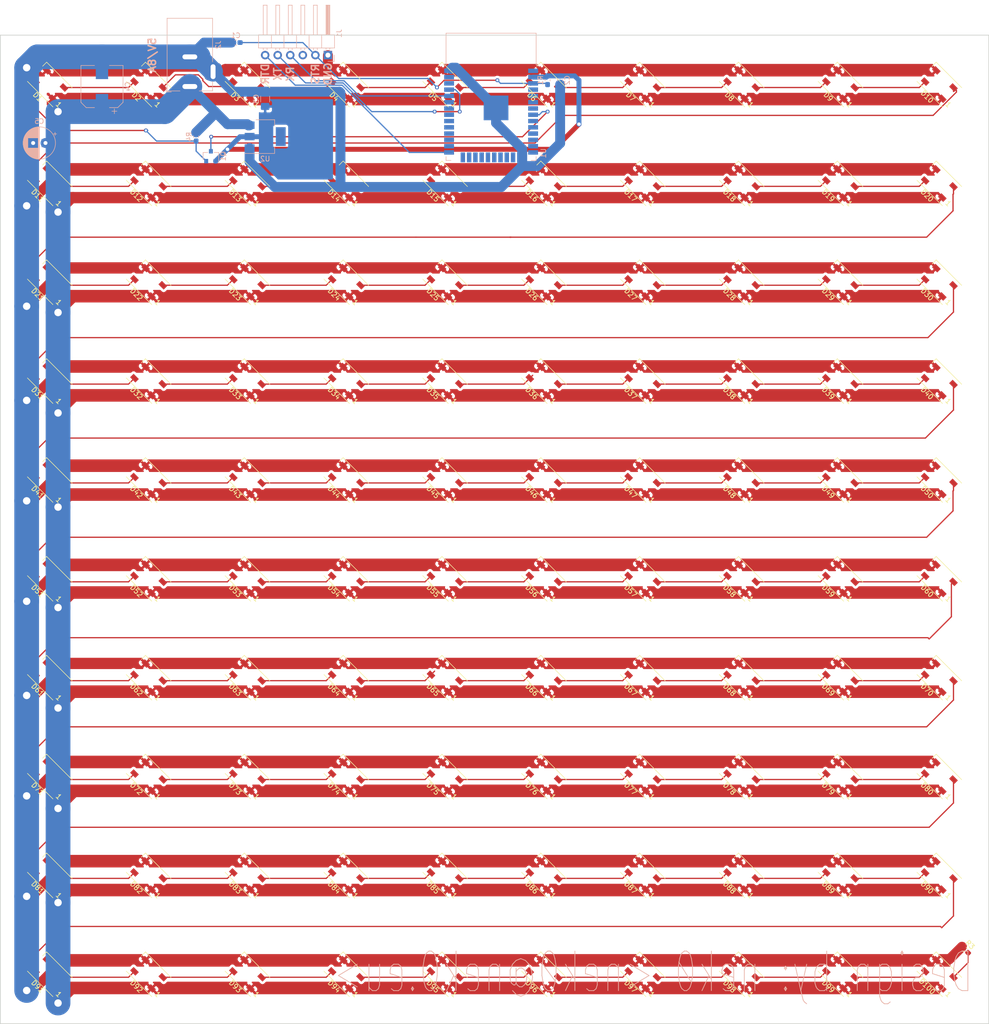
<source format=kicad_pcb>
(kicad_pcb (version 20171130) (host pcbnew 5.1.8-1)

  (general
    (thickness 1.6)
    (drawings 13)
    (tracks 448)
    (zones 0)
    (modules 113)
    (nets 110)
  )

  (page A3 portrait)
  (layers
    (0 F.Cu signal)
    (31 B.Cu signal)
    (32 B.Adhes user)
    (33 F.Adhes user)
    (34 B.Paste user)
    (35 F.Paste user)
    (36 B.SilkS user)
    (37 F.SilkS user)
    (38 B.Mask user)
    (39 F.Mask user)
    (40 Dwgs.User user)
    (41 Cmts.User user)
    (42 Eco1.User user)
    (43 Eco2.User user)
    (44 Edge.Cuts user)
    (45 Margin user)
    (46 B.CrtYd user)
    (47 F.CrtYd user)
    (48 B.Fab user)
    (49 F.Fab user)
  )

  (setup
    (last_trace_width 0.25)
    (trace_clearance 0.2)
    (zone_clearance 0.508)
    (zone_45_only no)
    (trace_min 0.2)
    (via_size 0.8)
    (via_drill 0.4)
    (via_min_size 0.4)
    (via_min_drill 0.3)
    (uvia_size 0.3)
    (uvia_drill 0.1)
    (uvias_allowed no)
    (uvia_min_size 0.2)
    (uvia_min_drill 0.1)
    (edge_width 0.15)
    (segment_width 0.2)
    (pcb_text_width 0.3)
    (pcb_text_size 1.5 1.5)
    (mod_edge_width 0.15)
    (mod_text_size 1 1)
    (mod_text_width 0.15)
    (pad_size 2 3.8)
    (pad_drill 0)
    (pad_to_mask_clearance 0.2)
    (aux_axis_origin 0 0)
    (visible_elements FFFFFF7F)
    (pcbplotparams
      (layerselection 0x010fc_ffffffff)
      (usegerberextensions false)
      (usegerberattributes false)
      (usegerberadvancedattributes false)
      (creategerberjobfile false)
      (excludeedgelayer true)
      (linewidth 0.100000)
      (plotframeref false)
      (viasonmask false)
      (mode 1)
      (useauxorigin false)
      (hpglpennumber 1)
      (hpglpenspeed 20)
      (hpglpendiameter 15.000000)
      (psnegative false)
      (psa4output false)
      (plotreference true)
      (plotvalue true)
      (plotinvisibletext false)
      (padsonsilk false)
      (subtractmaskfromsilk false)
      (outputformat 1)
      (mirror false)
      (drillshape 0)
      (scaleselection 1)
      (outputdirectory "./out.gerber"))
  )

  (net 0 "")
  (net 1 GND)
  (net 2 "Net-(D1-Pad2)")
  (net 3 +5V)
  (net 4 "Net-(D2-Pad2)")
  (net 5 "Net-(D3-Pad2)")
  (net 6 "Net-(D4-Pad2)")
  (net 7 "Net-(D5-Pad2)")
  (net 8 "Net-(D6-Pad2)")
  (net 9 "Net-(D7-Pad2)")
  (net 10 "Net-(D8-Pad2)")
  (net 11 "Net-(D10-Pad4)")
  (net 12 /sheet5B625F71/DIN)
  (net 13 "Net-(D13-Pad2)")
  (net 14 "Net-(D14-Pad2)")
  (net 15 "Net-(D11-Pad2)")
  (net 16 "Net-(D12-Pad2)")
  (net 17 "Net-(D26-Pad2)")
  (net 18 "Net-(D25-Pad2)")
  (net 19 "Net-(D37-Pad2)")
  (net 20 "Net-(D38-Pad2)")
  (net 21 "Net-(D15-Pad2)")
  (net 22 "Net-(D16-Pad2)")
  (net 23 "Net-(D17-Pad2)")
  (net 24 "Net-(D18-Pad2)")
  (net 25 "Net-(D19-Pad2)")
  (net 26 /sheet5B625F76/DIN)
  (net 27 "Net-(D21-Pad2)")
  (net 28 "Net-(D22-Pad2)")
  (net 29 "Net-(D23-Pad2)")
  (net 30 "Net-(D24-Pad2)")
  (net 31 "Net-(D39-Pad2)")
  (net 32 "Net-(D27-Pad2)")
  (net 33 "Net-(D28-Pad2)")
  (net 34 "Net-(D29-Pad2)")
  (net 35 /sheet5B625F7B/DIN)
  (net 36 "Net-(D31-Pad2)")
  (net 37 "Net-(D32-Pad2)")
  (net 38 "Net-(D33-Pad2)")
  (net 39 "Net-(D34-Pad2)")
  (net 40 "Net-(D35-Pad2)")
  (net 41 "Net-(D36-Pad2)")
  (net 42 /sheet5B625F80/DIN)
  (net 43 "Net-(D41-Pad2)")
  (net 44 "Net-(D42-Pad2)")
  (net 45 "Net-(D43-Pad2)")
  (net 46 "Net-(D44-Pad2)")
  (net 47 "Net-(D45-Pad2)")
  (net 48 "Net-(D46-Pad2)")
  (net 49 "Net-(D47-Pad2)")
  (net 50 "Net-(D48-Pad2)")
  (net 51 "Net-(D49-Pad2)")
  (net 52 /sheet5B625F85/DIN)
  (net 53 "Net-(D63-Pad2)")
  (net 54 "Net-(D64-Pad2)")
  (net 55 "Net-(D52-Pad2)")
  (net 56 "Net-(D51-Pad2)")
  (net 57 "Net-(D53-Pad2)")
  (net 58 "Net-(D54-Pad2)")
  (net 59 "Net-(D55-Pad2)")
  (net 60 "Net-(D56-Pad2)")
  (net 61 "Net-(D57-Pad2)")
  (net 62 "Net-(D58-Pad2)")
  (net 63 "Net-(D59-Pad2)")
  (net 64 /sheet5B625F8A/DIN)
  (net 65 "Net-(D61-Pad2)")
  (net 66 "Net-(D62-Pad2)")
  (net 67 "Net-(D75-Pad2)")
  (net 68 "Net-(D76-Pad2)")
  (net 69 "Net-(D88-Pad2)")
  (net 70 "Net-(D87-Pad2)")
  (net 71 "Net-(D65-Pad2)")
  (net 72 "Net-(D66-Pad2)")
  (net 73 "Net-(D67-Pad2)")
  (net 74 "Net-(D68-Pad2)")
  (net 75 "Net-(D69-Pad2)")
  (net 76 /sheet5B625F8F/DIN)
  (net 77 "Net-(D71-Pad2)")
  (net 78 "Net-(D72-Pad2)")
  (net 79 "Net-(D73-Pad2)")
  (net 80 "Net-(D74-Pad2)")
  (net 81 "Net-(D89-Pad2)")
  (net 82 "Net-(D77-Pad2)")
  (net 83 "Net-(D78-Pad2)")
  (net 84 "Net-(D79-Pad2)")
  (net 85 /sheet5B625F94/DIN)
  (net 86 "Net-(D81-Pad2)")
  (net 87 "Net-(D82-Pad2)")
  (net 88 "Net-(D83-Pad2)")
  (net 89 "Net-(D84-Pad2)")
  (net 90 "Net-(D85-Pad2)")
  (net 91 "Net-(D86-Pad2)")
  (net 92 /sheet5B625F99/DIN)
  (net 93 "Net-(D91-Pad2)")
  (net 94 "Net-(D92-Pad2)")
  (net 95 "Net-(D93-Pad2)")
  (net 96 "Net-(D94-Pad2)")
  (net 97 "Net-(D95-Pad2)")
  (net 98 "Net-(D96-Pad2)")
  (net 99 "Net-(D97-Pad2)")
  (net 100 "Net-(D98-Pad2)")
  (net 101 "Net-(D100-Pad4)")
  (net 102 /sheet5B625F99/DOUT)
  (net 103 +3V3)
  (net 104 /RTS)
  (net 105 /DATA)
  (net 106 /DTR)
  (net 107 /RX)
  (net 108 /TX)
  (net 109 "Net-(Q1-Pad3)")

  (net_class Default "This is the default net class."
    (clearance 0.2)
    (trace_width 0.25)
    (via_dia 0.8)
    (via_drill 0.4)
    (uvia_dia 0.3)
    (uvia_drill 0.1)
    (add_net /DATA)
    (add_net /DTR)
    (add_net /RTS)
    (add_net /RX)
    (add_net /TX)
    (add_net /sheet5B625F71/DIN)
    (add_net /sheet5B625F76/DIN)
    (add_net /sheet5B625F7B/DIN)
    (add_net /sheet5B625F80/DIN)
    (add_net /sheet5B625F85/DIN)
    (add_net /sheet5B625F8A/DIN)
    (add_net /sheet5B625F8F/DIN)
    (add_net /sheet5B625F94/DIN)
    (add_net /sheet5B625F99/DIN)
    (add_net /sheet5B625F99/DOUT)
    (add_net "Net-(D1-Pad2)")
    (add_net "Net-(D10-Pad4)")
    (add_net "Net-(D100-Pad4)")
    (add_net "Net-(D11-Pad2)")
    (add_net "Net-(D12-Pad2)")
    (add_net "Net-(D13-Pad2)")
    (add_net "Net-(D14-Pad2)")
    (add_net "Net-(D15-Pad2)")
    (add_net "Net-(D16-Pad2)")
    (add_net "Net-(D17-Pad2)")
    (add_net "Net-(D18-Pad2)")
    (add_net "Net-(D19-Pad2)")
    (add_net "Net-(D2-Pad2)")
    (add_net "Net-(D21-Pad2)")
    (add_net "Net-(D22-Pad2)")
    (add_net "Net-(D23-Pad2)")
    (add_net "Net-(D24-Pad2)")
    (add_net "Net-(D25-Pad2)")
    (add_net "Net-(D26-Pad2)")
    (add_net "Net-(D27-Pad2)")
    (add_net "Net-(D28-Pad2)")
    (add_net "Net-(D29-Pad2)")
    (add_net "Net-(D3-Pad2)")
    (add_net "Net-(D31-Pad2)")
    (add_net "Net-(D32-Pad2)")
    (add_net "Net-(D33-Pad2)")
    (add_net "Net-(D34-Pad2)")
    (add_net "Net-(D35-Pad2)")
    (add_net "Net-(D36-Pad2)")
    (add_net "Net-(D37-Pad2)")
    (add_net "Net-(D38-Pad2)")
    (add_net "Net-(D39-Pad2)")
    (add_net "Net-(D4-Pad2)")
    (add_net "Net-(D41-Pad2)")
    (add_net "Net-(D42-Pad2)")
    (add_net "Net-(D43-Pad2)")
    (add_net "Net-(D44-Pad2)")
    (add_net "Net-(D45-Pad2)")
    (add_net "Net-(D46-Pad2)")
    (add_net "Net-(D47-Pad2)")
    (add_net "Net-(D48-Pad2)")
    (add_net "Net-(D49-Pad2)")
    (add_net "Net-(D5-Pad2)")
    (add_net "Net-(D51-Pad2)")
    (add_net "Net-(D52-Pad2)")
    (add_net "Net-(D53-Pad2)")
    (add_net "Net-(D54-Pad2)")
    (add_net "Net-(D55-Pad2)")
    (add_net "Net-(D56-Pad2)")
    (add_net "Net-(D57-Pad2)")
    (add_net "Net-(D58-Pad2)")
    (add_net "Net-(D59-Pad2)")
    (add_net "Net-(D6-Pad2)")
    (add_net "Net-(D61-Pad2)")
    (add_net "Net-(D62-Pad2)")
    (add_net "Net-(D63-Pad2)")
    (add_net "Net-(D64-Pad2)")
    (add_net "Net-(D65-Pad2)")
    (add_net "Net-(D66-Pad2)")
    (add_net "Net-(D67-Pad2)")
    (add_net "Net-(D68-Pad2)")
    (add_net "Net-(D69-Pad2)")
    (add_net "Net-(D7-Pad2)")
    (add_net "Net-(D71-Pad2)")
    (add_net "Net-(D72-Pad2)")
    (add_net "Net-(D73-Pad2)")
    (add_net "Net-(D74-Pad2)")
    (add_net "Net-(D75-Pad2)")
    (add_net "Net-(D76-Pad2)")
    (add_net "Net-(D77-Pad2)")
    (add_net "Net-(D78-Pad2)")
    (add_net "Net-(D79-Pad2)")
    (add_net "Net-(D8-Pad2)")
    (add_net "Net-(D81-Pad2)")
    (add_net "Net-(D82-Pad2)")
    (add_net "Net-(D83-Pad2)")
    (add_net "Net-(D84-Pad2)")
    (add_net "Net-(D85-Pad2)")
    (add_net "Net-(D86-Pad2)")
    (add_net "Net-(D87-Pad2)")
    (add_net "Net-(D88-Pad2)")
    (add_net "Net-(D89-Pad2)")
    (add_net "Net-(D91-Pad2)")
    (add_net "Net-(D92-Pad2)")
    (add_net "Net-(D93-Pad2)")
    (add_net "Net-(D94-Pad2)")
    (add_net "Net-(D95-Pad2)")
    (add_net "Net-(D96-Pad2)")
    (add_net "Net-(D97-Pad2)")
    (add_net "Net-(D98-Pad2)")
    (add_net "Net-(J1-Pad3)")
    (add_net "Net-(Q1-Pad3)")
    (add_net "Net-(U1-Pad1)")
    (add_net "Net-(U1-Pad10)")
    (add_net "Net-(U1-Pad11)")
    (add_net "Net-(U1-Pad12)")
    (add_net "Net-(U1-Pad13)")
    (add_net "Net-(U1-Pad14)")
    (add_net "Net-(U1-Pad16)")
    (add_net "Net-(U1-Pad17)")
    (add_net "Net-(U1-Pad18)")
    (add_net "Net-(U1-Pad19)")
    (add_net "Net-(U1-Pad20)")
    (add_net "Net-(U1-Pad21)")
    (add_net "Net-(U1-Pad22)")
    (add_net "Net-(U1-Pad23)")
    (add_net "Net-(U1-Pad24)")
    (add_net "Net-(U1-Pad26)")
    (add_net "Net-(U1-Pad27)")
    (add_net "Net-(U1-Pad28)")
    (add_net "Net-(U1-Pad29)")
    (add_net "Net-(U1-Pad30)")
    (add_net "Net-(U1-Pad31)")
    (add_net "Net-(U1-Pad32)")
    (add_net "Net-(U1-Pad33)")
    (add_net "Net-(U1-Pad36)")
    (add_net "Net-(U1-Pad37)")
    (add_net "Net-(U1-Pad4)")
    (add_net "Net-(U1-Pad5)")
    (add_net "Net-(U1-Pad6)")
    (add_net "Net-(U1-Pad7)")
    (add_net "Net-(U1-Pad9)")
  )

  (net_class Power ""
    (clearance 0.2)
    (trace_width 2)
    (via_dia 2)
    (via_drill 1.5)
    (uvia_dia 0.3)
    (uvia_drill 0.1)
    (add_net +5V)
    (add_net GND)
  )

  (net_class smallPower ""
    (clearance 0.2)
    (trace_width 1)
    (via_dia 1)
    (via_drill 0.7)
    (uvia_dia 0.3)
    (uvia_drill 0.1)
    (add_net +3V3)
  )

  (module Package_TO_SOT_SMD:SOT-23 (layer B.Cu) (tedit 5A02FF57) (tstamp 5C1126E0)
    (at 57.6 39.5 90)
    (descr "SOT-23, Standard")
    (tags SOT-23)
    (path /5FF79E4D)
    (attr smd)
    (fp_text reference Q1 (at 0 2.5 90) (layer B.SilkS)
      (effects (font (size 1 1) (thickness 0.15)) (justify mirror))
    )
    (fp_text value BS170F (at 0 -2.5 90) (layer B.Fab)
      (effects (font (size 1 1) (thickness 0.15)) (justify mirror))
    )
    (fp_text user %R (at 0 0 180) (layer B.Fab)
      (effects (font (size 0.5 0.5) (thickness 0.075)) (justify mirror))
    )
    (fp_line (start -0.7 0.95) (end -0.7 -1.5) (layer B.Fab) (width 0.1))
    (fp_line (start -0.15 1.52) (end 0.7 1.52) (layer B.Fab) (width 0.1))
    (fp_line (start -0.7 0.95) (end -0.15 1.52) (layer B.Fab) (width 0.1))
    (fp_line (start 0.7 1.52) (end 0.7 -1.52) (layer B.Fab) (width 0.1))
    (fp_line (start -0.7 -1.52) (end 0.7 -1.52) (layer B.Fab) (width 0.1))
    (fp_line (start 0.76 -1.58) (end 0.76 -0.65) (layer B.SilkS) (width 0.12))
    (fp_line (start 0.76 1.58) (end 0.76 0.65) (layer B.SilkS) (width 0.12))
    (fp_line (start -1.7 1.75) (end 1.7 1.75) (layer B.CrtYd) (width 0.05))
    (fp_line (start 1.7 1.75) (end 1.7 -1.75) (layer B.CrtYd) (width 0.05))
    (fp_line (start 1.7 -1.75) (end -1.7 -1.75) (layer B.CrtYd) (width 0.05))
    (fp_line (start -1.7 -1.75) (end -1.7 1.75) (layer B.CrtYd) (width 0.05))
    (fp_line (start 0.76 1.58) (end -1.4 1.58) (layer B.SilkS) (width 0.12))
    (fp_line (start 0.76 -1.58) (end -0.7 -1.58) (layer B.SilkS) (width 0.12))
    (pad 3 smd rect (at 1 0 90) (size 0.9 0.8) (layers B.Cu B.Paste B.Mask)
      (net 109 "Net-(Q1-Pad3)"))
    (pad 2 smd rect (at -1 -0.95 90) (size 0.9 0.8) (layers B.Cu B.Paste B.Mask)
      (net 105 /DATA))
    (pad 1 smd rect (at -1 0.95 90) (size 0.9 0.8) (layers B.Cu B.Paste B.Mask)
      (net 103 +3V3))
    (model ${KISYS3DMOD}/Package_TO_SOT_SMD.3dshapes/SOT-23.wrl
      (at (xyz 0 0 0))
      (scale (xyz 1 1 1))
      (rotate (xyz 0 0 0))
    )
  )

  (module Package_TO_SOT_SMD:SOT-223 (layer B.Cu) (tedit 5EDE7DFA) (tstamp 5EDFC06D)
    (at 68.58 35.53)
    (descr "module CMS SOT223 4 pins")
    (tags "CMS SOT")
    (path /5EDEAB87)
    (attr smd)
    (fp_text reference U2 (at 0 4.5) (layer B.SilkS)
      (effects (font (size 1 1) (thickness 0.15)) (justify mirror))
    )
    (fp_text value LM1117-3.3 (at 0 -4.5) (layer B.Fab)
      (effects (font (size 1 1) (thickness 0.15)) (justify mirror))
    )
    (fp_line (start 1.85 3.35) (end 1.85 -3.35) (layer B.Fab) (width 0.1))
    (fp_line (start -1.85 -3.35) (end 1.85 -3.35) (layer B.Fab) (width 0.1))
    (fp_line (start -4.1 3.41) (end 1.91 3.41) (layer B.SilkS) (width 0.12))
    (fp_line (start -0.8 3.35) (end 1.85 3.35) (layer B.Fab) (width 0.1))
    (fp_line (start -1.85 -3.41) (end 1.91 -3.41) (layer B.SilkS) (width 0.12))
    (fp_line (start -1.85 2.3) (end -1.85 -3.35) (layer B.Fab) (width 0.1))
    (fp_line (start -4.4 3.6) (end -4.4 -3.6) (layer B.CrtYd) (width 0.05))
    (fp_line (start -4.4 -3.6) (end 4.4 -3.6) (layer B.CrtYd) (width 0.05))
    (fp_line (start 4.4 -3.6) (end 4.4 3.6) (layer B.CrtYd) (width 0.05))
    (fp_line (start 4.4 3.6) (end -4.4 3.6) (layer B.CrtYd) (width 0.05))
    (fp_line (start 1.91 3.41) (end 1.91 2.15) (layer B.SilkS) (width 0.12))
    (fp_line (start 1.91 -3.41) (end 1.91 -2.15) (layer B.SilkS) (width 0.12))
    (fp_line (start -1.85 2.3) (end -0.8 3.35) (layer B.Fab) (width 0.1))
    (fp_text user %R (at 0 0 -90) (layer B.Fab)
      (effects (font (size 0.8 0.8) (thickness 0.12)) (justify mirror))
    )
    (pad 1 smd rect (at -3.15 2.3) (size 2 1.5) (layers B.Cu B.Paste B.Mask)
      (net 1 GND))
    (pad 3 smd rect (at -3.15 -2.3) (size 2 1.5) (layers B.Cu B.Paste B.Mask)
      (net 3 +5V))
    (pad 2 smd rect (at -3.15 0) (size 2 1.5) (layers B.Cu B.Paste B.Mask)
      (net 103 +3V3))
    (pad 4 smd rect (at 3.15 0) (size 2 3.8) (layers B.Cu B.Paste B.Mask))
    (model ${KISYS3DMOD}/Package_TO_SOT_SMD.3dshapes/SOT-223.wrl
      (at (xyz 0 0 0))
      (scale (xyz 1 1 1))
      (rotate (xyz 0 0 0))
    )
  )

  (module Resistor_SMD:R_0603_1608Metric_Pad1.05x0.95mm_HandSolder (layer B.Cu) (tedit 5B301BBD) (tstamp 5C10FAB8)
    (at 54.61 35.56 270)
    (descr "Resistor SMD 0603 (1608 Metric), square (rectangular) end terminal, IPC_7351 nominal with elongated pad for handsoldering. (Body size source: http://www.tortai-tech.com/upload/download/2011102023233369053.pdf), generated with kicad-footprint-generator")
    (tags "resistor handsolder")
    (path /5C115239)
    (attr smd)
    (fp_text reference R4 (at 0 1.43 270) (layer B.SilkS)
      (effects (font (size 1 1) (thickness 0.15)) (justify mirror))
    )
    (fp_text value 6.8k (at 0 -1.43 270) (layer B.Fab)
      (effects (font (size 1 1) (thickness 0.15)) (justify mirror))
    )
    (fp_line (start -0.8 -0.4) (end -0.8 0.4) (layer B.Fab) (width 0.1))
    (fp_line (start -0.8 0.4) (end 0.8 0.4) (layer B.Fab) (width 0.1))
    (fp_line (start 0.8 0.4) (end 0.8 -0.4) (layer B.Fab) (width 0.1))
    (fp_line (start 0.8 -0.4) (end -0.8 -0.4) (layer B.Fab) (width 0.1))
    (fp_line (start -0.171267 0.51) (end 0.171267 0.51) (layer B.SilkS) (width 0.12))
    (fp_line (start -0.171267 -0.51) (end 0.171267 -0.51) (layer B.SilkS) (width 0.12))
    (fp_line (start -1.65 -0.73) (end -1.65 0.73) (layer B.CrtYd) (width 0.05))
    (fp_line (start -1.65 0.73) (end 1.65 0.73) (layer B.CrtYd) (width 0.05))
    (fp_line (start 1.65 0.73) (end 1.65 -0.73) (layer B.CrtYd) (width 0.05))
    (fp_line (start 1.65 -0.73) (end -1.65 -0.73) (layer B.CrtYd) (width 0.05))
    (fp_text user %R (at 0 0 270) (layer B.Fab)
      (effects (font (size 0.4 0.4) (thickness 0.06)) (justify mirror))
    )
    (pad 1 smd roundrect (at -0.875 0 270) (size 1.05 0.95) (layers B.Cu B.Paste B.Mask) (roundrect_rratio 0.25)
      (net 3 +5V))
    (pad 2 smd roundrect (at 0.875 0 270) (size 1.05 0.95) (layers B.Cu B.Paste B.Mask) (roundrect_rratio 0.25)
      (net 105 /DATA))
    (model ${KISYS3DMOD}/Resistor_SMD.3dshapes/R_0603_1608Metric.wrl
      (at (xyz 0 0 0))
      (scale (xyz 1 1 1))
      (rotate (xyz 0 0 0))
    )
  )

  (module Resistor_SMD:R_0603_1608Metric_Pad1.05x0.95mm_HandSolder (layer F.Cu) (tedit 5B301BBD) (tstamp 5B733D58)
    (at 210.201282 200.041282 315)
    (descr "Resistor SMD 0603 (1608 Metric), square (rectangular) end terminal, IPC_7351 nominal with elongated pad for handsoldering. (Body size source: http://www.tortai-tech.com/upload/download/2011102023233369053.pdf), generated with kicad-footprint-generator")
    (tags "resistor handsolder")
    (path /5B66FEDD)
    (attr smd)
    (fp_text reference R3 (at 0 -1.43 315) (layer F.SilkS)
      (effects (font (size 1 1) (thickness 0.15)))
    )
    (fp_text value 1k (at 0 1.43 315) (layer F.Fab)
      (effects (font (size 1 1) (thickness 0.15)))
    )
    (fp_line (start -0.8 0.4) (end -0.8 -0.4) (layer F.Fab) (width 0.1))
    (fp_line (start -0.8 -0.4) (end 0.8 -0.4) (layer F.Fab) (width 0.1))
    (fp_line (start 0.8 -0.4) (end 0.8 0.4) (layer F.Fab) (width 0.1))
    (fp_line (start 0.8 0.4) (end -0.8 0.4) (layer F.Fab) (width 0.1))
    (fp_line (start -0.171267 -0.51) (end 0.171267 -0.51) (layer F.SilkS) (width 0.12))
    (fp_line (start -0.171267 0.51) (end 0.171267 0.51) (layer F.SilkS) (width 0.12))
    (fp_line (start -1.65 0.73) (end -1.65 -0.73) (layer F.CrtYd) (width 0.05))
    (fp_line (start -1.65 -0.73) (end 1.65 -0.73) (layer F.CrtYd) (width 0.05))
    (fp_line (start 1.65 -0.73) (end 1.65 0.73) (layer F.CrtYd) (width 0.05))
    (fp_line (start 1.65 0.73) (end -1.65 0.73) (layer F.CrtYd) (width 0.05))
    (fp_text user %R (at 0 0 315) (layer F.Fab)
      (effects (font (size 0.4 0.4) (thickness 0.06)))
    )
    (pad 1 smd roundrect (at -0.874999 0 315) (size 1.05 0.95) (layers F.Cu F.Paste F.Mask) (roundrect_rratio 0.25)
      (net 1 GND))
    (pad 2 smd roundrect (at 0.874999 0 315) (size 1.05 0.95) (layers F.Cu F.Paste F.Mask) (roundrect_rratio 0.25)
      (net 102 /sheet5B625F99/DOUT))
    (model ${KISYS3DMOD}/Resistor_SMD.3dshapes/R_0603_1608Metric.wrl
      (at (xyz 0 0 0))
      (scale (xyz 1 1 1))
      (rotate (xyz 0 0 0))
    )
  )

  (module Connector_BarrelJack:BarrelJack_Horizontal (layer B.Cu) (tedit 5A1DBF6A) (tstamp 5B7EA195)
    (at 53.34 25.4 270)
    (descr "DC Barrel Jack")
    (tags "Power Jack")
    (path /5B660D82)
    (fp_text reference J2 (at -8.45 -5.75 270) (layer B.SilkS)
      (effects (font (size 1 1) (thickness 0.15)) (justify mirror))
    )
    (fp_text value Barrel_Jack_Switch (at -6.2 5.5 270) (layer B.Fab)
      (effects (font (size 1 1) (thickness 0.15)) (justify mirror))
    )
    (fp_line (start -0.003213 4.505425) (end 0.8 3.75) (layer B.Fab) (width 0.1))
    (fp_line (start 1.1 3.75) (end 1.1 4.8) (layer B.SilkS) (width 0.12))
    (fp_line (start 0.05 4.8) (end 1.1 4.8) (layer B.SilkS) (width 0.12))
    (fp_line (start 1 4.5) (end 1 4.75) (layer B.CrtYd) (width 0.05))
    (fp_line (start 1 4.75) (end -14 4.75) (layer B.CrtYd) (width 0.05))
    (fp_line (start 1 4.5) (end 1 2) (layer B.CrtYd) (width 0.05))
    (fp_line (start 1 2) (end 2 2) (layer B.CrtYd) (width 0.05))
    (fp_line (start 2 2) (end 2 -2) (layer B.CrtYd) (width 0.05))
    (fp_line (start 2 -2) (end 1 -2) (layer B.CrtYd) (width 0.05))
    (fp_line (start 1 -2) (end 1 -4.75) (layer B.CrtYd) (width 0.05))
    (fp_line (start 1 -4.75) (end -1 -4.75) (layer B.CrtYd) (width 0.05))
    (fp_line (start -1 -4.75) (end -1 -6.75) (layer B.CrtYd) (width 0.05))
    (fp_line (start -1 -6.75) (end -5 -6.75) (layer B.CrtYd) (width 0.05))
    (fp_line (start -5 -6.75) (end -5 -4.75) (layer B.CrtYd) (width 0.05))
    (fp_line (start -5 -4.75) (end -14 -4.75) (layer B.CrtYd) (width 0.05))
    (fp_line (start -14 -4.75) (end -14 4.75) (layer B.CrtYd) (width 0.05))
    (fp_line (start -5 -4.6) (end -13.8 -4.6) (layer B.SilkS) (width 0.12))
    (fp_line (start -13.8 -4.6) (end -13.8 4.6) (layer B.SilkS) (width 0.12))
    (fp_line (start 0.9 -1.9) (end 0.9 -4.6) (layer B.SilkS) (width 0.12))
    (fp_line (start 0.9 -4.6) (end -1 -4.6) (layer B.SilkS) (width 0.12))
    (fp_line (start -13.8 4.6) (end 0.9 4.6) (layer B.SilkS) (width 0.12))
    (fp_line (start 0.9 4.6) (end 0.9 2) (layer B.SilkS) (width 0.12))
    (fp_line (start -10.2 4.5) (end -10.2 -4.5) (layer B.Fab) (width 0.1))
    (fp_line (start -13.7 4.5) (end -13.7 -4.5) (layer B.Fab) (width 0.1))
    (fp_line (start -13.7 -4.5) (end 0.8 -4.5) (layer B.Fab) (width 0.1))
    (fp_line (start 0.8 -4.5) (end 0.8 3.75) (layer B.Fab) (width 0.1))
    (fp_line (start 0 4.5) (end -13.7 4.5) (layer B.Fab) (width 0.1))
    (fp_text user %R (at -3 2.95 270) (layer B.Fab)
      (effects (font (size 1 1) (thickness 0.15)) (justify mirror))
    )
    (pad 1 thru_hole rect (at 0 0 270) (size 3.5 3.5) (drill oval 1 3) (layers *.Cu *.Mask)
      (net 3 +5V))
    (pad 2 thru_hole roundrect (at -6 0 270) (size 3 3.5) (drill oval 1 3) (layers *.Cu *.Mask) (roundrect_rratio 0.25)
      (net 1 GND))
    (pad 3 thru_hole roundrect (at -3 -4.7 270) (size 3.5 3.5) (drill oval 3 1) (layers *.Cu *.Mask) (roundrect_rratio 0.25)
      (net 1 GND))
    (model ${KISYS3DMOD}/Connector_BarrelJack.3dshapes/BarrelJack_Horizontal.wrl
      (at (xyz 0 0 0))
      (scale (xyz 1 1 1))
      (rotate (xyz 0 0 0))
    )
  )

  (module Capacitor_SMD:CP_Elec_8x10 (layer B.Cu) (tedit 5A841F9D) (tstamp 5B7F2E5F)
    (at 35.56 25.4 90)
    (descr "SMT capacitor, aluminium electrolytic, 8x10, Nichicon ")
    (tags "Capacitor Electrolytic")
    (path /5B622644)
    (attr smd)
    (fp_text reference C4 (at 0 5.2 90) (layer B.SilkS)
      (effects (font (size 1 1) (thickness 0.15)) (justify mirror))
    )
    (fp_text value 1m (at 0 -5.2 90) (layer B.Fab)
      (effects (font (size 1 1) (thickness 0.15)) (justify mirror))
    )
    (fp_circle (center 0 0) (end 4 0) (layer B.Fab) (width 0.1))
    (fp_line (start 4.15 4.15) (end 4.15 -4.15) (layer B.Fab) (width 0.1))
    (fp_line (start -3.15 4.15) (end 4.15 4.15) (layer B.Fab) (width 0.1))
    (fp_line (start -3.15 -4.15) (end 4.15 -4.15) (layer B.Fab) (width 0.1))
    (fp_line (start -4.15 3.15) (end -4.15 -3.15) (layer B.Fab) (width 0.1))
    (fp_line (start -4.15 3.15) (end -3.15 4.15) (layer B.Fab) (width 0.1))
    (fp_line (start -4.15 -3.15) (end -3.15 -4.15) (layer B.Fab) (width 0.1))
    (fp_line (start -3.562278 1.5) (end -2.762278 1.5) (layer B.Fab) (width 0.1))
    (fp_line (start -3.162278 1.9) (end -3.162278 1.1) (layer B.Fab) (width 0.1))
    (fp_line (start 4.26 -4.26) (end 4.26 -1.51) (layer B.SilkS) (width 0.12))
    (fp_line (start 4.26 4.26) (end 4.26 1.51) (layer B.SilkS) (width 0.12))
    (fp_line (start -3.195563 4.26) (end 4.26 4.26) (layer B.SilkS) (width 0.12))
    (fp_line (start -3.195563 -4.26) (end 4.26 -4.26) (layer B.SilkS) (width 0.12))
    (fp_line (start -4.26 -3.195563) (end -4.26 -1.51) (layer B.SilkS) (width 0.12))
    (fp_line (start -4.26 3.195563) (end -4.26 1.51) (layer B.SilkS) (width 0.12))
    (fp_line (start -4.26 3.195563) (end -3.195563 4.26) (layer B.SilkS) (width 0.12))
    (fp_line (start -4.26 -3.195563) (end -3.195563 -4.26) (layer B.SilkS) (width 0.12))
    (fp_line (start -5.5 2.51) (end -4.5 2.51) (layer B.SilkS) (width 0.12))
    (fp_line (start -5 3.01) (end -5 2.01) (layer B.SilkS) (width 0.12))
    (fp_line (start 4.4 4.4) (end 4.4 1.5) (layer B.CrtYd) (width 0.05))
    (fp_line (start 4.4 1.5) (end 5.25 1.5) (layer B.CrtYd) (width 0.05))
    (fp_line (start 5.25 1.5) (end 5.25 -1.5) (layer B.CrtYd) (width 0.05))
    (fp_line (start 5.25 -1.5) (end 4.4 -1.5) (layer B.CrtYd) (width 0.05))
    (fp_line (start 4.4 -1.5) (end 4.4 -4.4) (layer B.CrtYd) (width 0.05))
    (fp_line (start -3.25 -4.4) (end 4.4 -4.4) (layer B.CrtYd) (width 0.05))
    (fp_line (start -3.25 4.4) (end 4.4 4.4) (layer B.CrtYd) (width 0.05))
    (fp_line (start -4.4 -3.25) (end -3.25 -4.4) (layer B.CrtYd) (width 0.05))
    (fp_line (start -4.4 3.25) (end -3.25 4.4) (layer B.CrtYd) (width 0.05))
    (fp_line (start -4.4 3.25) (end -4.4 1.5) (layer B.CrtYd) (width 0.05))
    (fp_line (start -4.4 -1.5) (end -4.4 -3.25) (layer B.CrtYd) (width 0.05))
    (fp_line (start -4.4 1.5) (end -5.25 1.5) (layer B.CrtYd) (width 0.05))
    (fp_line (start -5.25 1.5) (end -5.25 -1.5) (layer B.CrtYd) (width 0.05))
    (fp_line (start -5.25 -1.5) (end -4.4 -1.5) (layer B.CrtYd) (width 0.05))
    (fp_text user %R (at 0 0 90) (layer B.Fab)
      (effects (font (size 1 1) (thickness 0.15)) (justify mirror))
    )
    (pad 1 smd rect (at -3.25 0 90) (size 3.5 2.5) (layers B.Cu B.Paste B.Mask)
      (net 3 +5V))
    (pad 2 smd rect (at 3.25 0 90) (size 3.5 2.5) (layers B.Cu B.Paste B.Mask)
      (net 1 GND))
    (model ${KISYS3DMOD}/Capacitor_SMD.3dshapes/CP_Elec_8x10.wrl
      (at (xyz 0 0 0))
      (scale (xyz 1 1 1))
      (rotate (xyz 0 0 0))
    )
  )

  (module Capacitor_SMD:C_0603_1608Metric_Pad1.05x0.95mm_HandSolder (layer B.Cu) (tedit 5B301BBE) (tstamp 5B7E431F)
    (at 128.27 24.13 90)
    (descr "Capacitor SMD 0603 (1608 Metric), square (rectangular) end terminal, IPC_7351 nominal with elongated pad for handsoldering. (Body size source: http://www.tortai-tech.com/upload/download/2011102023233369053.pdf), generated with kicad-footprint-generator")
    (tags "capacitor handsolder")
    (path /5B627C19)
    (attr smd)
    (fp_text reference C2 (at 0 1.43 90) (layer B.SilkS)
      (effects (font (size 1 1) (thickness 0.15)) (justify mirror))
    )
    (fp_text value 100n (at 0 -1.43 90) (layer B.Fab)
      (effects (font (size 1 1) (thickness 0.15)) (justify mirror))
    )
    (fp_line (start 1.65 -0.73) (end -1.65 -0.73) (layer B.CrtYd) (width 0.05))
    (fp_line (start 1.65 0.73) (end 1.65 -0.73) (layer B.CrtYd) (width 0.05))
    (fp_line (start -1.65 0.73) (end 1.65 0.73) (layer B.CrtYd) (width 0.05))
    (fp_line (start -1.65 -0.73) (end -1.65 0.73) (layer B.CrtYd) (width 0.05))
    (fp_line (start -0.171267 -0.51) (end 0.171267 -0.51) (layer B.SilkS) (width 0.12))
    (fp_line (start -0.171267 0.51) (end 0.171267 0.51) (layer B.SilkS) (width 0.12))
    (fp_line (start 0.8 -0.4) (end -0.8 -0.4) (layer B.Fab) (width 0.1))
    (fp_line (start 0.8 0.4) (end 0.8 -0.4) (layer B.Fab) (width 0.1))
    (fp_line (start -0.8 0.4) (end 0.8 0.4) (layer B.Fab) (width 0.1))
    (fp_line (start -0.8 -0.4) (end -0.8 0.4) (layer B.Fab) (width 0.1))
    (fp_text user %R (at 0 0 90) (layer B.Fab)
      (effects (font (size 0.4 0.4) (thickness 0.06)) (justify mirror))
    )
    (pad 2 smd roundrect (at 0.875 0 90) (size 1.05 0.95) (layers B.Cu B.Paste B.Mask) (roundrect_rratio 0.25)
      (net 103 +3V3))
    (pad 1 smd roundrect (at -0.875 0 90) (size 1.05 0.95) (layers B.Cu B.Paste B.Mask) (roundrect_rratio 0.25)
      (net 1 GND))
    (model ${KISYS3DMOD}/Capacitor_SMD.3dshapes/C_0603_1608Metric.wrl
      (at (xyz 0 0 0))
      (scale (xyz 1 1 1))
      (rotate (xyz 0 0 0))
    )
  )

  (module Capacitor_SMD:C_0603_1608Metric_Pad1.05x0.95mm_HandSolder (layer B.Cu) (tedit 5B301BBE) (tstamp 5B7F3730)
    (at 62.625 16.51 180)
    (descr "Capacitor SMD 0603 (1608 Metric), square (rectangular) end terminal, IPC_7351 nominal with elongated pad for handsoldering. (Body size source: http://www.tortai-tech.com/upload/download/2011102023233369053.pdf), generated with kicad-footprint-generator")
    (tags "capacitor handsolder")
    (path /5B623621)
    (attr smd)
    (fp_text reference C1 (at 0 1.43 180) (layer B.SilkS)
      (effects (font (size 1 1) (thickness 0.15)) (justify mirror))
    )
    (fp_text value 100n (at 0 -1.43 180) (layer B.Fab)
      (effects (font (size 1 1) (thickness 0.15)) (justify mirror))
    )
    (fp_line (start -0.8 -0.4) (end -0.8 0.4) (layer B.Fab) (width 0.1))
    (fp_line (start -0.8 0.4) (end 0.8 0.4) (layer B.Fab) (width 0.1))
    (fp_line (start 0.8 0.4) (end 0.8 -0.4) (layer B.Fab) (width 0.1))
    (fp_line (start 0.8 -0.4) (end -0.8 -0.4) (layer B.Fab) (width 0.1))
    (fp_line (start -0.171267 0.51) (end 0.171267 0.51) (layer B.SilkS) (width 0.12))
    (fp_line (start -0.171267 -0.51) (end 0.171267 -0.51) (layer B.SilkS) (width 0.12))
    (fp_line (start -1.65 -0.73) (end -1.65 0.73) (layer B.CrtYd) (width 0.05))
    (fp_line (start -1.65 0.73) (end 1.65 0.73) (layer B.CrtYd) (width 0.05))
    (fp_line (start 1.65 0.73) (end 1.65 -0.73) (layer B.CrtYd) (width 0.05))
    (fp_line (start 1.65 -0.73) (end -1.65 -0.73) (layer B.CrtYd) (width 0.05))
    (fp_text user %R (at 0 0 180) (layer B.Fab)
      (effects (font (size 0.4 0.4) (thickness 0.06)) (justify mirror))
    )
    (pad 1 smd roundrect (at -0.875 0 180) (size 1.05 0.95) (layers B.Cu B.Paste B.Mask) (roundrect_rratio 0.25)
      (net 104 /RTS))
    (pad 2 smd roundrect (at 0.875 0 180) (size 1.05 0.95) (layers B.Cu B.Paste B.Mask) (roundrect_rratio 0.25)
      (net 1 GND))
    (model ${KISYS3DMOD}/Capacitor_SMD.3dshapes/C_0603_1608Metric.wrl
      (at (xyz 0 0 0))
      (scale (xyz 1 1 1))
      (rotate (xyz 0 0 0))
    )
  )

  (module Capacitor_SMD:C_1206_3216Metric_Pad1.42x1.75mm_HandSolder (layer B.Cu) (tedit 5B301BBE) (tstamp 5B7F3781)
    (at 68.58 27.94 270)
    (descr "Capacitor SMD 1206 (3216 Metric), square (rectangular) end terminal, IPC_7351 nominal with elongated pad for handsoldering. (Body size source: http://www.tortai-tech.com/upload/download/2011102023233369053.pdf), generated with kicad-footprint-generator")
    (tags "capacitor handsolder")
    (path /5B627C53)
    (attr smd)
    (fp_text reference C3 (at 0 1.82 270) (layer B.SilkS)
      (effects (font (size 1 1) (thickness 0.15)) (justify mirror))
    )
    (fp_text value 10u (at 0 -1.82 270) (layer B.Fab)
      (effects (font (size 1 1) (thickness 0.15)) (justify mirror))
    )
    (fp_line (start -1.6 -0.8) (end -1.6 0.8) (layer B.Fab) (width 0.1))
    (fp_line (start -1.6 0.8) (end 1.6 0.8) (layer B.Fab) (width 0.1))
    (fp_line (start 1.6 0.8) (end 1.6 -0.8) (layer B.Fab) (width 0.1))
    (fp_line (start 1.6 -0.8) (end -1.6 -0.8) (layer B.Fab) (width 0.1))
    (fp_line (start -0.602064 0.91) (end 0.602064 0.91) (layer B.SilkS) (width 0.12))
    (fp_line (start -0.602064 -0.91) (end 0.602064 -0.91) (layer B.SilkS) (width 0.12))
    (fp_line (start -2.45 -1.12) (end -2.45 1.12) (layer B.CrtYd) (width 0.05))
    (fp_line (start -2.45 1.12) (end 2.45 1.12) (layer B.CrtYd) (width 0.05))
    (fp_line (start 2.45 1.12) (end 2.45 -1.12) (layer B.CrtYd) (width 0.05))
    (fp_line (start 2.45 -1.12) (end -2.45 -1.12) (layer B.CrtYd) (width 0.05))
    (fp_text user %R (at 0 0 270) (layer B.Fab)
      (effects (font (size 0.8 0.8) (thickness 0.12)) (justify mirror))
    )
    (pad 1 smd roundrect (at -1.4875 0 270) (size 1.425 1.75) (layers B.Cu B.Paste B.Mask) (roundrect_rratio 0.1754385964912281)
      (net 1 GND))
    (pad 2 smd roundrect (at 1.4875 0 270) (size 1.425 1.75) (layers B.Cu B.Paste B.Mask) (roundrect_rratio 0.1754385964912281)
      (net 103 +3V3))
    (model ${KISYS3DMOD}/Capacitor_SMD.3dshapes/C_1206_3216Metric.wrl
      (at (xyz 0 0 0))
      (scale (xyz 1 1 1))
      (rotate (xyz 0 0 0))
    )
  )

  (module Capacitor_THT:CP_Radial_D6.3mm_P2.50mm (layer B.Cu) (tedit 5AE50EF0) (tstamp 5B7E42EC)
    (at 24.13 36.83 180)
    (descr "CP, Radial series, Radial, pin pitch=2.50mm, , diameter=6.3mm, Electrolytic Capacitor")
    (tags "CP Radial series Radial pin pitch 2.50mm  diameter 6.3mm Electrolytic Capacitor")
    (path /5B646B67)
    (fp_text reference C5 (at 1.25 4.4 180) (layer B.SilkS)
      (effects (font (size 1 1) (thickness 0.15)) (justify mirror))
    )
    (fp_text value 1m (at 1.25 -4.4 180) (layer B.Fab)
      (effects (font (size 1 1) (thickness 0.15)) (justify mirror))
    )
    (fp_circle (center 1.25 0) (end 4.4 0) (layer B.Fab) (width 0.1))
    (fp_circle (center 1.25 0) (end 4.52 0) (layer B.SilkS) (width 0.12))
    (fp_circle (center 1.25 0) (end 4.65 0) (layer B.CrtYd) (width 0.05))
    (fp_line (start -1.443972 1.3735) (end -0.813972 1.3735) (layer B.Fab) (width 0.1))
    (fp_line (start -1.128972 1.6885) (end -1.128972 1.0585) (layer B.Fab) (width 0.1))
    (fp_line (start 1.25 3.23) (end 1.25 -3.23) (layer B.SilkS) (width 0.12))
    (fp_line (start 1.29 3.23) (end 1.29 -3.23) (layer B.SilkS) (width 0.12))
    (fp_line (start 1.33 3.23) (end 1.33 -3.23) (layer B.SilkS) (width 0.12))
    (fp_line (start 1.37 3.228) (end 1.37 -3.228) (layer B.SilkS) (width 0.12))
    (fp_line (start 1.41 3.227) (end 1.41 -3.227) (layer B.SilkS) (width 0.12))
    (fp_line (start 1.45 3.224) (end 1.45 -3.224) (layer B.SilkS) (width 0.12))
    (fp_line (start 1.49 3.222) (end 1.49 1.04) (layer B.SilkS) (width 0.12))
    (fp_line (start 1.49 -1.04) (end 1.49 -3.222) (layer B.SilkS) (width 0.12))
    (fp_line (start 1.53 3.218) (end 1.53 1.04) (layer B.SilkS) (width 0.12))
    (fp_line (start 1.53 -1.04) (end 1.53 -3.218) (layer B.SilkS) (width 0.12))
    (fp_line (start 1.57 3.215) (end 1.57 1.04) (layer B.SilkS) (width 0.12))
    (fp_line (start 1.57 -1.04) (end 1.57 -3.215) (layer B.SilkS) (width 0.12))
    (fp_line (start 1.61 3.211) (end 1.61 1.04) (layer B.SilkS) (width 0.12))
    (fp_line (start 1.61 -1.04) (end 1.61 -3.211) (layer B.SilkS) (width 0.12))
    (fp_line (start 1.65 3.206) (end 1.65 1.04) (layer B.SilkS) (width 0.12))
    (fp_line (start 1.65 -1.04) (end 1.65 -3.206) (layer B.SilkS) (width 0.12))
    (fp_line (start 1.69 3.201) (end 1.69 1.04) (layer B.SilkS) (width 0.12))
    (fp_line (start 1.69 -1.04) (end 1.69 -3.201) (layer B.SilkS) (width 0.12))
    (fp_line (start 1.73 3.195) (end 1.73 1.04) (layer B.SilkS) (width 0.12))
    (fp_line (start 1.73 -1.04) (end 1.73 -3.195) (layer B.SilkS) (width 0.12))
    (fp_line (start 1.77 3.189) (end 1.77 1.04) (layer B.SilkS) (width 0.12))
    (fp_line (start 1.77 -1.04) (end 1.77 -3.189) (layer B.SilkS) (width 0.12))
    (fp_line (start 1.81 3.182) (end 1.81 1.04) (layer B.SilkS) (width 0.12))
    (fp_line (start 1.81 -1.04) (end 1.81 -3.182) (layer B.SilkS) (width 0.12))
    (fp_line (start 1.85 3.175) (end 1.85 1.04) (layer B.SilkS) (width 0.12))
    (fp_line (start 1.85 -1.04) (end 1.85 -3.175) (layer B.SilkS) (width 0.12))
    (fp_line (start 1.89 3.167) (end 1.89 1.04) (layer B.SilkS) (width 0.12))
    (fp_line (start 1.89 -1.04) (end 1.89 -3.167) (layer B.SilkS) (width 0.12))
    (fp_line (start 1.93 3.159) (end 1.93 1.04) (layer B.SilkS) (width 0.12))
    (fp_line (start 1.93 -1.04) (end 1.93 -3.159) (layer B.SilkS) (width 0.12))
    (fp_line (start 1.971 3.15) (end 1.971 1.04) (layer B.SilkS) (width 0.12))
    (fp_line (start 1.971 -1.04) (end 1.971 -3.15) (layer B.SilkS) (width 0.12))
    (fp_line (start 2.011 3.141) (end 2.011 1.04) (layer B.SilkS) (width 0.12))
    (fp_line (start 2.011 -1.04) (end 2.011 -3.141) (layer B.SilkS) (width 0.12))
    (fp_line (start 2.051 3.131) (end 2.051 1.04) (layer B.SilkS) (width 0.12))
    (fp_line (start 2.051 -1.04) (end 2.051 -3.131) (layer B.SilkS) (width 0.12))
    (fp_line (start 2.091 3.121) (end 2.091 1.04) (layer B.SilkS) (width 0.12))
    (fp_line (start 2.091 -1.04) (end 2.091 -3.121) (layer B.SilkS) (width 0.12))
    (fp_line (start 2.131 3.11) (end 2.131 1.04) (layer B.SilkS) (width 0.12))
    (fp_line (start 2.131 -1.04) (end 2.131 -3.11) (layer B.SilkS) (width 0.12))
    (fp_line (start 2.171 3.098) (end 2.171 1.04) (layer B.SilkS) (width 0.12))
    (fp_line (start 2.171 -1.04) (end 2.171 -3.098) (layer B.SilkS) (width 0.12))
    (fp_line (start 2.211 3.086) (end 2.211 1.04) (layer B.SilkS) (width 0.12))
    (fp_line (start 2.211 -1.04) (end 2.211 -3.086) (layer B.SilkS) (width 0.12))
    (fp_line (start 2.251 3.074) (end 2.251 1.04) (layer B.SilkS) (width 0.12))
    (fp_line (start 2.251 -1.04) (end 2.251 -3.074) (layer B.SilkS) (width 0.12))
    (fp_line (start 2.291 3.061) (end 2.291 1.04) (layer B.SilkS) (width 0.12))
    (fp_line (start 2.291 -1.04) (end 2.291 -3.061) (layer B.SilkS) (width 0.12))
    (fp_line (start 2.331 3.047) (end 2.331 1.04) (layer B.SilkS) (width 0.12))
    (fp_line (start 2.331 -1.04) (end 2.331 -3.047) (layer B.SilkS) (width 0.12))
    (fp_line (start 2.371 3.033) (end 2.371 1.04) (layer B.SilkS) (width 0.12))
    (fp_line (start 2.371 -1.04) (end 2.371 -3.033) (layer B.SilkS) (width 0.12))
    (fp_line (start 2.411 3.018) (end 2.411 1.04) (layer B.SilkS) (width 0.12))
    (fp_line (start 2.411 -1.04) (end 2.411 -3.018) (layer B.SilkS) (width 0.12))
    (fp_line (start 2.451 3.002) (end 2.451 1.04) (layer B.SilkS) (width 0.12))
    (fp_line (start 2.451 -1.04) (end 2.451 -3.002) (layer B.SilkS) (width 0.12))
    (fp_line (start 2.491 2.986) (end 2.491 1.04) (layer B.SilkS) (width 0.12))
    (fp_line (start 2.491 -1.04) (end 2.491 -2.986) (layer B.SilkS) (width 0.12))
    (fp_line (start 2.531 2.97) (end 2.531 1.04) (layer B.SilkS) (width 0.12))
    (fp_line (start 2.531 -1.04) (end 2.531 -2.97) (layer B.SilkS) (width 0.12))
    (fp_line (start 2.571 2.952) (end 2.571 1.04) (layer B.SilkS) (width 0.12))
    (fp_line (start 2.571 -1.04) (end 2.571 -2.952) (layer B.SilkS) (width 0.12))
    (fp_line (start 2.611 2.934) (end 2.611 1.04) (layer B.SilkS) (width 0.12))
    (fp_line (start 2.611 -1.04) (end 2.611 -2.934) (layer B.SilkS) (width 0.12))
    (fp_line (start 2.651 2.916) (end 2.651 1.04) (layer B.SilkS) (width 0.12))
    (fp_line (start 2.651 -1.04) (end 2.651 -2.916) (layer B.SilkS) (width 0.12))
    (fp_line (start 2.691 2.896) (end 2.691 1.04) (layer B.SilkS) (width 0.12))
    (fp_line (start 2.691 -1.04) (end 2.691 -2.896) (layer B.SilkS) (width 0.12))
    (fp_line (start 2.731 2.876) (end 2.731 1.04) (layer B.SilkS) (width 0.12))
    (fp_line (start 2.731 -1.04) (end 2.731 -2.876) (layer B.SilkS) (width 0.12))
    (fp_line (start 2.771 2.856) (end 2.771 1.04) (layer B.SilkS) (width 0.12))
    (fp_line (start 2.771 -1.04) (end 2.771 -2.856) (layer B.SilkS) (width 0.12))
    (fp_line (start 2.811 2.834) (end 2.811 1.04) (layer B.SilkS) (width 0.12))
    (fp_line (start 2.811 -1.04) (end 2.811 -2.834) (layer B.SilkS) (width 0.12))
    (fp_line (start 2.851 2.812) (end 2.851 1.04) (layer B.SilkS) (width 0.12))
    (fp_line (start 2.851 -1.04) (end 2.851 -2.812) (layer B.SilkS) (width 0.12))
    (fp_line (start 2.891 2.79) (end 2.891 1.04) (layer B.SilkS) (width 0.12))
    (fp_line (start 2.891 -1.04) (end 2.891 -2.79) (layer B.SilkS) (width 0.12))
    (fp_line (start 2.931 2.766) (end 2.931 1.04) (layer B.SilkS) (width 0.12))
    (fp_line (start 2.931 -1.04) (end 2.931 -2.766) (layer B.SilkS) (width 0.12))
    (fp_line (start 2.971 2.742) (end 2.971 1.04) (layer B.SilkS) (width 0.12))
    (fp_line (start 2.971 -1.04) (end 2.971 -2.742) (layer B.SilkS) (width 0.12))
    (fp_line (start 3.011 2.716) (end 3.011 1.04) (layer B.SilkS) (width 0.12))
    (fp_line (start 3.011 -1.04) (end 3.011 -2.716) (layer B.SilkS) (width 0.12))
    (fp_line (start 3.051 2.69) (end 3.051 1.04) (layer B.SilkS) (width 0.12))
    (fp_line (start 3.051 -1.04) (end 3.051 -2.69) (layer B.SilkS) (width 0.12))
    (fp_line (start 3.091 2.664) (end 3.091 1.04) (layer B.SilkS) (width 0.12))
    (fp_line (start 3.091 -1.04) (end 3.091 -2.664) (layer B.SilkS) (width 0.12))
    (fp_line (start 3.131 2.636) (end 3.131 1.04) (layer B.SilkS) (width 0.12))
    (fp_line (start 3.131 -1.04) (end 3.131 -2.636) (layer B.SilkS) (width 0.12))
    (fp_line (start 3.171 2.607) (end 3.171 1.04) (layer B.SilkS) (width 0.12))
    (fp_line (start 3.171 -1.04) (end 3.171 -2.607) (layer B.SilkS) (width 0.12))
    (fp_line (start 3.211 2.578) (end 3.211 1.04) (layer B.SilkS) (width 0.12))
    (fp_line (start 3.211 -1.04) (end 3.211 -2.578) (layer B.SilkS) (width 0.12))
    (fp_line (start 3.251 2.548) (end 3.251 1.04) (layer B.SilkS) (width 0.12))
    (fp_line (start 3.251 -1.04) (end 3.251 -2.548) (layer B.SilkS) (width 0.12))
    (fp_line (start 3.291 2.516) (end 3.291 1.04) (layer B.SilkS) (width 0.12))
    (fp_line (start 3.291 -1.04) (end 3.291 -2.516) (layer B.SilkS) (width 0.12))
    (fp_line (start 3.331 2.484) (end 3.331 1.04) (layer B.SilkS) (width 0.12))
    (fp_line (start 3.331 -1.04) (end 3.331 -2.484) (layer B.SilkS) (width 0.12))
    (fp_line (start 3.371 2.45) (end 3.371 1.04) (layer B.SilkS) (width 0.12))
    (fp_line (start 3.371 -1.04) (end 3.371 -2.45) (layer B.SilkS) (width 0.12))
    (fp_line (start 3.411 2.416) (end 3.411 1.04) (layer B.SilkS) (width 0.12))
    (fp_line (start 3.411 -1.04) (end 3.411 -2.416) (layer B.SilkS) (width 0.12))
    (fp_line (start 3.451 2.38) (end 3.451 1.04) (layer B.SilkS) (width 0.12))
    (fp_line (start 3.451 -1.04) (end 3.451 -2.38) (layer B.SilkS) (width 0.12))
    (fp_line (start 3.491 2.343) (end 3.491 1.04) (layer B.SilkS) (width 0.12))
    (fp_line (start 3.491 -1.04) (end 3.491 -2.343) (layer B.SilkS) (width 0.12))
    (fp_line (start 3.531 2.305) (end 3.531 1.04) (layer B.SilkS) (width 0.12))
    (fp_line (start 3.531 -1.04) (end 3.531 -2.305) (layer B.SilkS) (width 0.12))
    (fp_line (start 3.571 2.265) (end 3.571 -2.265) (layer B.SilkS) (width 0.12))
    (fp_line (start 3.611 2.224) (end 3.611 -2.224) (layer B.SilkS) (width 0.12))
    (fp_line (start 3.651 2.182) (end 3.651 -2.182) (layer B.SilkS) (width 0.12))
    (fp_line (start 3.691 2.137) (end 3.691 -2.137) (layer B.SilkS) (width 0.12))
    (fp_line (start 3.731 2.092) (end 3.731 -2.092) (layer B.SilkS) (width 0.12))
    (fp_line (start 3.771 2.044) (end 3.771 -2.044) (layer B.SilkS) (width 0.12))
    (fp_line (start 3.811 1.995) (end 3.811 -1.995) (layer B.SilkS) (width 0.12))
    (fp_line (start 3.851 1.944) (end 3.851 -1.944) (layer B.SilkS) (width 0.12))
    (fp_line (start 3.891 1.89) (end 3.891 -1.89) (layer B.SilkS) (width 0.12))
    (fp_line (start 3.931 1.834) (end 3.931 -1.834) (layer B.SilkS) (width 0.12))
    (fp_line (start 3.971 1.776) (end 3.971 -1.776) (layer B.SilkS) (width 0.12))
    (fp_line (start 4.011 1.714) (end 4.011 -1.714) (layer B.SilkS) (width 0.12))
    (fp_line (start 4.051 1.65) (end 4.051 -1.65) (layer B.SilkS) (width 0.12))
    (fp_line (start 4.091 1.581) (end 4.091 -1.581) (layer B.SilkS) (width 0.12))
    (fp_line (start 4.131 1.509) (end 4.131 -1.509) (layer B.SilkS) (width 0.12))
    (fp_line (start 4.171 1.432) (end 4.171 -1.432) (layer B.SilkS) (width 0.12))
    (fp_line (start 4.211 1.35) (end 4.211 -1.35) (layer B.SilkS) (width 0.12))
    (fp_line (start 4.251 1.262) (end 4.251 -1.262) (layer B.SilkS) (width 0.12))
    (fp_line (start 4.291 1.165) (end 4.291 -1.165) (layer B.SilkS) (width 0.12))
    (fp_line (start 4.331 1.059) (end 4.331 -1.059) (layer B.SilkS) (width 0.12))
    (fp_line (start 4.371 0.94) (end 4.371 -0.94) (layer B.SilkS) (width 0.12))
    (fp_line (start 4.411 0.802) (end 4.411 -0.802) (layer B.SilkS) (width 0.12))
    (fp_line (start 4.451 0.633) (end 4.451 -0.633) (layer B.SilkS) (width 0.12))
    (fp_line (start 4.491 0.402) (end 4.491 -0.402) (layer B.SilkS) (width 0.12))
    (fp_line (start -2.250241 1.839) (end -1.620241 1.839) (layer B.SilkS) (width 0.12))
    (fp_line (start -1.935241 2.154) (end -1.935241 1.524) (layer B.SilkS) (width 0.12))
    (fp_text user %R (at 1.25 0 180) (layer B.Fab)
      (effects (font (size 1 1) (thickness 0.15)) (justify mirror))
    )
    (pad 1 thru_hole rect (at 0 0 180) (size 1.6 1.6) (drill 0.8) (layers *.Cu *.Mask)
      (net 3 +5V))
    (pad 2 thru_hole circle (at 2.5 0 180) (size 1.6 1.6) (drill 0.8) (layers *.Cu *.Mask)
      (net 1 GND))
    (model ${KISYS3DMOD}/Capacitor_THT.3dshapes/CP_Radial_D6.3mm_P2.50mm.wrl
      (at (xyz 0 0 0))
      (scale (xyz 1 1 1))
      (rotate (xyz 0 0 0))
    )
  )

  (module Connector_PinHeader_2.54mm:PinHeader_1x06_P2.54mm_Horizontal (layer B.Cu) (tedit 59FED5CB) (tstamp 5B7E4258)
    (at 81.28 19.05 90)
    (descr "Through hole angled pin header, 1x06, 2.54mm pitch, 6mm pin length, single row")
    (tags "Through hole angled pin header THT 1x06 2.54mm single row")
    (path /5B62E390)
    (fp_text reference J1 (at 4.385 2.27 90) (layer B.SilkS)
      (effects (font (size 1 1) (thickness 0.15)) (justify mirror))
    )
    (fp_text value Conn_01x06_Male (at 4.385 -14.97 90) (layer B.Fab)
      (effects (font (size 1 1) (thickness 0.15)) (justify mirror))
    )
    (fp_line (start 2.135 1.27) (end 4.04 1.27) (layer B.Fab) (width 0.1))
    (fp_line (start 4.04 1.27) (end 4.04 -13.97) (layer B.Fab) (width 0.1))
    (fp_line (start 4.04 -13.97) (end 1.5 -13.97) (layer B.Fab) (width 0.1))
    (fp_line (start 1.5 -13.97) (end 1.5 0.635) (layer B.Fab) (width 0.1))
    (fp_line (start 1.5 0.635) (end 2.135 1.27) (layer B.Fab) (width 0.1))
    (fp_line (start -0.32 0.32) (end 1.5 0.32) (layer B.Fab) (width 0.1))
    (fp_line (start -0.32 0.32) (end -0.32 -0.32) (layer B.Fab) (width 0.1))
    (fp_line (start -0.32 -0.32) (end 1.5 -0.32) (layer B.Fab) (width 0.1))
    (fp_line (start 4.04 0.32) (end 10.04 0.32) (layer B.Fab) (width 0.1))
    (fp_line (start 10.04 0.32) (end 10.04 -0.32) (layer B.Fab) (width 0.1))
    (fp_line (start 4.04 -0.32) (end 10.04 -0.32) (layer B.Fab) (width 0.1))
    (fp_line (start -0.32 -2.22) (end 1.5 -2.22) (layer B.Fab) (width 0.1))
    (fp_line (start -0.32 -2.22) (end -0.32 -2.86) (layer B.Fab) (width 0.1))
    (fp_line (start -0.32 -2.86) (end 1.5 -2.86) (layer B.Fab) (width 0.1))
    (fp_line (start 4.04 -2.22) (end 10.04 -2.22) (layer B.Fab) (width 0.1))
    (fp_line (start 10.04 -2.22) (end 10.04 -2.86) (layer B.Fab) (width 0.1))
    (fp_line (start 4.04 -2.86) (end 10.04 -2.86) (layer B.Fab) (width 0.1))
    (fp_line (start -0.32 -4.76) (end 1.5 -4.76) (layer B.Fab) (width 0.1))
    (fp_line (start -0.32 -4.76) (end -0.32 -5.4) (layer B.Fab) (width 0.1))
    (fp_line (start -0.32 -5.4) (end 1.5 -5.4) (layer B.Fab) (width 0.1))
    (fp_line (start 4.04 -4.76) (end 10.04 -4.76) (layer B.Fab) (width 0.1))
    (fp_line (start 10.04 -4.76) (end 10.04 -5.4) (layer B.Fab) (width 0.1))
    (fp_line (start 4.04 -5.4) (end 10.04 -5.4) (layer B.Fab) (width 0.1))
    (fp_line (start -0.32 -7.3) (end 1.5 -7.3) (layer B.Fab) (width 0.1))
    (fp_line (start -0.32 -7.3) (end -0.32 -7.94) (layer B.Fab) (width 0.1))
    (fp_line (start -0.32 -7.94) (end 1.5 -7.94) (layer B.Fab) (width 0.1))
    (fp_line (start 4.04 -7.3) (end 10.04 -7.3) (layer B.Fab) (width 0.1))
    (fp_line (start 10.04 -7.3) (end 10.04 -7.94) (layer B.Fab) (width 0.1))
    (fp_line (start 4.04 -7.94) (end 10.04 -7.94) (layer B.Fab) (width 0.1))
    (fp_line (start -0.32 -9.84) (end 1.5 -9.84) (layer B.Fab) (width 0.1))
    (fp_line (start -0.32 -9.84) (end -0.32 -10.48) (layer B.Fab) (width 0.1))
    (fp_line (start -0.32 -10.48) (end 1.5 -10.48) (layer B.Fab) (width 0.1))
    (fp_line (start 4.04 -9.84) (end 10.04 -9.84) (layer B.Fab) (width 0.1))
    (fp_line (start 10.04 -9.84) (end 10.04 -10.48) (layer B.Fab) (width 0.1))
    (fp_line (start 4.04 -10.48) (end 10.04 -10.48) (layer B.Fab) (width 0.1))
    (fp_line (start -0.32 -12.38) (end 1.5 -12.38) (layer B.Fab) (width 0.1))
    (fp_line (start -0.32 -12.38) (end -0.32 -13.02) (layer B.Fab) (width 0.1))
    (fp_line (start -0.32 -13.02) (end 1.5 -13.02) (layer B.Fab) (width 0.1))
    (fp_line (start 4.04 -12.38) (end 10.04 -12.38) (layer B.Fab) (width 0.1))
    (fp_line (start 10.04 -12.38) (end 10.04 -13.02) (layer B.Fab) (width 0.1))
    (fp_line (start 4.04 -13.02) (end 10.04 -13.02) (layer B.Fab) (width 0.1))
    (fp_line (start 1.44 1.33) (end 1.44 -14.03) (layer B.SilkS) (width 0.12))
    (fp_line (start 1.44 -14.03) (end 4.1 -14.03) (layer B.SilkS) (width 0.12))
    (fp_line (start 4.1 -14.03) (end 4.1 1.33) (layer B.SilkS) (width 0.12))
    (fp_line (start 4.1 1.33) (end 1.44 1.33) (layer B.SilkS) (width 0.12))
    (fp_line (start 4.1 0.38) (end 10.1 0.38) (layer B.SilkS) (width 0.12))
    (fp_line (start 10.1 0.38) (end 10.1 -0.38) (layer B.SilkS) (width 0.12))
    (fp_line (start 10.1 -0.38) (end 4.1 -0.38) (layer B.SilkS) (width 0.12))
    (fp_line (start 4.1 0.32) (end 10.1 0.32) (layer B.SilkS) (width 0.12))
    (fp_line (start 4.1 0.2) (end 10.1 0.2) (layer B.SilkS) (width 0.12))
    (fp_line (start 4.1 0.08) (end 10.1 0.08) (layer B.SilkS) (width 0.12))
    (fp_line (start 4.1 -0.04) (end 10.1 -0.04) (layer B.SilkS) (width 0.12))
    (fp_line (start 4.1 -0.16) (end 10.1 -0.16) (layer B.SilkS) (width 0.12))
    (fp_line (start 4.1 -0.28) (end 10.1 -0.28) (layer B.SilkS) (width 0.12))
    (fp_line (start 1.11 0.38) (end 1.44 0.38) (layer B.SilkS) (width 0.12))
    (fp_line (start 1.11 -0.38) (end 1.44 -0.38) (layer B.SilkS) (width 0.12))
    (fp_line (start 1.44 -1.27) (end 4.1 -1.27) (layer B.SilkS) (width 0.12))
    (fp_line (start 4.1 -2.16) (end 10.1 -2.16) (layer B.SilkS) (width 0.12))
    (fp_line (start 10.1 -2.16) (end 10.1 -2.92) (layer B.SilkS) (width 0.12))
    (fp_line (start 10.1 -2.92) (end 4.1 -2.92) (layer B.SilkS) (width 0.12))
    (fp_line (start 1.042929 -2.16) (end 1.44 -2.16) (layer B.SilkS) (width 0.12))
    (fp_line (start 1.042929 -2.92) (end 1.44 -2.92) (layer B.SilkS) (width 0.12))
    (fp_line (start 1.44 -3.81) (end 4.1 -3.81) (layer B.SilkS) (width 0.12))
    (fp_line (start 4.1 -4.7) (end 10.1 -4.7) (layer B.SilkS) (width 0.12))
    (fp_line (start 10.1 -4.7) (end 10.1 -5.46) (layer B.SilkS) (width 0.12))
    (fp_line (start 10.1 -5.46) (end 4.1 -5.46) (layer B.SilkS) (width 0.12))
    (fp_line (start 1.042929 -4.7) (end 1.44 -4.7) (layer B.SilkS) (width 0.12))
    (fp_line (start 1.042929 -5.46) (end 1.44 -5.46) (layer B.SilkS) (width 0.12))
    (fp_line (start 1.44 -6.35) (end 4.1 -6.35) (layer B.SilkS) (width 0.12))
    (fp_line (start 4.1 -7.24) (end 10.1 -7.24) (layer B.SilkS) (width 0.12))
    (fp_line (start 10.1 -7.24) (end 10.1 -8) (layer B.SilkS) (width 0.12))
    (fp_line (start 10.1 -8) (end 4.1 -8) (layer B.SilkS) (width 0.12))
    (fp_line (start 1.042929 -7.24) (end 1.44 -7.24) (layer B.SilkS) (width 0.12))
    (fp_line (start 1.042929 -8) (end 1.44 -8) (layer B.SilkS) (width 0.12))
    (fp_line (start 1.44 -8.89) (end 4.1 -8.89) (layer B.SilkS) (width 0.12))
    (fp_line (start 4.1 -9.78) (end 10.1 -9.78) (layer B.SilkS) (width 0.12))
    (fp_line (start 10.1 -9.78) (end 10.1 -10.54) (layer B.SilkS) (width 0.12))
    (fp_line (start 10.1 -10.54) (end 4.1 -10.54) (layer B.SilkS) (width 0.12))
    (fp_line (start 1.042929 -9.78) (end 1.44 -9.78) (layer B.SilkS) (width 0.12))
    (fp_line (start 1.042929 -10.54) (end 1.44 -10.54) (layer B.SilkS) (width 0.12))
    (fp_line (start 1.44 -11.43) (end 4.1 -11.43) (layer B.SilkS) (width 0.12))
    (fp_line (start 4.1 -12.32) (end 10.1 -12.32) (layer B.SilkS) (width 0.12))
    (fp_line (start 10.1 -12.32) (end 10.1 -13.08) (layer B.SilkS) (width 0.12))
    (fp_line (start 10.1 -13.08) (end 4.1 -13.08) (layer B.SilkS) (width 0.12))
    (fp_line (start 1.042929 -12.32) (end 1.44 -12.32) (layer B.SilkS) (width 0.12))
    (fp_line (start 1.042929 -13.08) (end 1.44 -13.08) (layer B.SilkS) (width 0.12))
    (fp_line (start -1.27 0) (end -1.27 1.27) (layer B.SilkS) (width 0.12))
    (fp_line (start -1.27 1.27) (end 0 1.27) (layer B.SilkS) (width 0.12))
    (fp_line (start -1.8 1.8) (end -1.8 -14.5) (layer B.CrtYd) (width 0.05))
    (fp_line (start -1.8 -14.5) (end 10.55 -14.5) (layer B.CrtYd) (width 0.05))
    (fp_line (start 10.55 -14.5) (end 10.55 1.8) (layer B.CrtYd) (width 0.05))
    (fp_line (start 10.55 1.8) (end -1.8 1.8) (layer B.CrtYd) (width 0.05))
    (fp_text user %R (at 2.77 -6.35) (layer B.Fab)
      (effects (font (size 1 1) (thickness 0.15)) (justify mirror))
    )
    (pad 1 thru_hole rect (at 0 0 90) (size 1.7 1.7) (drill 1) (layers *.Cu *.Mask)
      (net 1 GND))
    (pad 2 thru_hole oval (at 0 -2.54 90) (size 1.7 1.7) (drill 1) (layers *.Cu *.Mask)
      (net 104 /RTS))
    (pad 3 thru_hole oval (at 0 -5.08 90) (size 1.7 1.7) (drill 1) (layers *.Cu *.Mask))
    (pad 4 thru_hole oval (at 0 -7.62 90) (size 1.7 1.7) (drill 1) (layers *.Cu *.Mask)
      (net 107 /RX))
    (pad 5 thru_hole oval (at 0 -10.16 90) (size 1.7 1.7) (drill 1) (layers *.Cu *.Mask)
      (net 108 /TX))
    (pad 6 thru_hole oval (at 0 -12.7 90) (size 1.7 1.7) (drill 1) (layers *.Cu *.Mask)
      (net 106 /DTR))
    (model ${KISYS3DMOD}/Connector_PinHeader_2.54mm.3dshapes/PinHeader_1x06_P2.54mm_Horizontal.wrl
      (at (xyz 0 0 0))
      (scale (xyz 1 1 1))
      (rotate (xyz 0 0 0))
    )
  )

  (module RF_Module:ESP32-WROOM-32 (layer B.Cu) (tedit 5B5B4654) (tstamp 5B7E30C1)
    (at 114.3 30.48 180)
    (descr "Single 2.4 GHz Wi-Fi and Bluetooth combo chip https://www.espressif.com/sites/default/files/documentation/esp32-wroom-32_datasheet_en.pdf")
    (tags "Single 2.4 GHz Wi-Fi and Bluetooth combo  chip")
    (path /5B621C5E)
    (attr smd)
    (fp_text reference U1 (at -10.61 -8.43 90) (layer B.SilkS)
      (effects (font (size 1 1) (thickness 0.15)) (justify mirror))
    )
    (fp_text value ESP32-WROOM (at 0 -11.5 180) (layer B.Fab)
      (effects (font (size 1 1) (thickness 0.15)) (justify mirror))
    )
    (fp_line (start -14 9.97) (end -14 20.75) (layer Dwgs.User) (width 0.1))
    (fp_line (start 9 -9.76) (end 9 15.745) (layer B.Fab) (width 0.1))
    (fp_line (start -9 -9.76) (end 9 -9.76) (layer B.Fab) (width 0.1))
    (fp_line (start -9 15.745) (end -9 10.02) (layer B.Fab) (width 0.1))
    (fp_line (start -9 15.745) (end 9 15.745) (layer B.Fab) (width 0.1))
    (fp_line (start -9.75 -10.5) (end -9.75 9.72) (layer B.CrtYd) (width 0.05))
    (fp_line (start -9.75 -10.5) (end 9.75 -10.5) (layer B.CrtYd) (width 0.05))
    (fp_line (start 9.75 9.72) (end 9.75 -10.5) (layer B.CrtYd) (width 0.05))
    (fp_line (start -14.25 21) (end 14.25 21) (layer B.CrtYd) (width 0.05))
    (fp_line (start -9 9.02) (end -9 -9.76) (layer B.Fab) (width 0.1))
    (fp_line (start -8.5 9.52) (end -9 10.02) (layer B.Fab) (width 0.1))
    (fp_line (start -9 9.02) (end -8.5 9.52) (layer B.Fab) (width 0.1))
    (fp_line (start 14 9.97) (end -14 9.97) (layer Dwgs.User) (width 0.1))
    (fp_line (start 14 9.97) (end 14 20.75) (layer Dwgs.User) (width 0.1))
    (fp_line (start 14 20.75) (end -14 20.75) (layer Dwgs.User) (width 0.1))
    (fp_line (start -14.25 21) (end -14.25 9.72) (layer B.CrtYd) (width 0.05))
    (fp_line (start 14.25 21) (end 14.25 9.72) (layer B.CrtYd) (width 0.05))
    (fp_line (start -14.25 9.72) (end -9.75 9.72) (layer B.CrtYd) (width 0.05))
    (fp_line (start 9.75 9.72) (end 14.25 9.72) (layer B.CrtYd) (width 0.05))
    (fp_line (start -12.525 20.75) (end -14 19.66) (layer Dwgs.User) (width 0.1))
    (fp_line (start -10.525 20.75) (end -14 18.045) (layer Dwgs.User) (width 0.1))
    (fp_line (start -8.525 20.75) (end -14 16.43) (layer Dwgs.User) (width 0.1))
    (fp_line (start -6.525 20.75) (end -14 14.815) (layer Dwgs.User) (width 0.1))
    (fp_line (start -4.525 20.75) (end -14 13.2) (layer Dwgs.User) (width 0.1))
    (fp_line (start -2.525 20.75) (end -14 11.585) (layer Dwgs.User) (width 0.1))
    (fp_line (start -0.525 20.75) (end -14 9.97) (layer Dwgs.User) (width 0.1))
    (fp_line (start 1.475 20.75) (end -12 9.97) (layer Dwgs.User) (width 0.1))
    (fp_line (start 3.475 20.75) (end -10 9.97) (layer Dwgs.User) (width 0.1))
    (fp_line (start -8 9.97) (end 5.475 20.75) (layer Dwgs.User) (width 0.1))
    (fp_line (start 7.475 20.75) (end -6 9.97) (layer Dwgs.User) (width 0.1))
    (fp_line (start 9.475 20.75) (end -4 9.97) (layer Dwgs.User) (width 0.1))
    (fp_line (start 11.475 20.75) (end -2 9.97) (layer Dwgs.User) (width 0.1))
    (fp_line (start 13.475 20.75) (end 0 9.97) (layer Dwgs.User) (width 0.1))
    (fp_line (start 14 19.66) (end 2 9.97) (layer Dwgs.User) (width 0.1))
    (fp_line (start 14 18.045) (end 4 9.97) (layer Dwgs.User) (width 0.1))
    (fp_line (start 14 16.43) (end 6 9.97) (layer Dwgs.User) (width 0.1))
    (fp_line (start 14 14.815) (end 8 9.97) (layer Dwgs.User) (width 0.1))
    (fp_line (start 14 13.2) (end 10 9.97) (layer Dwgs.User) (width 0.1))
    (fp_line (start 14 11.585) (end 12 9.97) (layer Dwgs.User) (width 0.1))
    (fp_line (start 9.2 13.875) (end 13.8 13.875) (layer Cmts.User) (width 0.1))
    (fp_line (start 13.8 13.875) (end 13.6 14.075) (layer Cmts.User) (width 0.1))
    (fp_line (start 13.8 13.875) (end 13.6 13.675) (layer Cmts.User) (width 0.1))
    (fp_line (start 9.2 13.875) (end 9.4 14.075) (layer Cmts.User) (width 0.1))
    (fp_line (start 9.2 13.875) (end 9.4 13.675) (layer Cmts.User) (width 0.1))
    (fp_line (start -13.8 13.875) (end -13.6 14.075) (layer Cmts.User) (width 0.1))
    (fp_line (start -13.8 13.875) (end -13.6 13.675) (layer Cmts.User) (width 0.1))
    (fp_line (start -9.2 13.875) (end -9.4 13.675) (layer Cmts.User) (width 0.1))
    (fp_line (start -13.8 13.875) (end -9.2 13.875) (layer Cmts.User) (width 0.1))
    (fp_line (start -9.2 13.875) (end -9.4 14.075) (layer Cmts.User) (width 0.1))
    (fp_line (start 8.4 16) (end 8.2 16.2) (layer Cmts.User) (width 0.1))
    (fp_line (start 8.4 16) (end 8.6 16.2) (layer Cmts.User) (width 0.1))
    (fp_line (start 8.4 20.6) (end 8.6 20.4) (layer Cmts.User) (width 0.1))
    (fp_line (start 8.4 16) (end 8.4 20.6) (layer Cmts.User) (width 0.1))
    (fp_line (start 8.4 20.6) (end 8.2 20.4) (layer Cmts.User) (width 0.1))
    (fp_line (start -9.12 -9.1) (end -9.12 -9.88) (layer B.SilkS) (width 0.12))
    (fp_line (start -9.12 -9.88) (end -8.12 -9.88) (layer B.SilkS) (width 0.12))
    (fp_line (start 9.12 -9.1) (end 9.12 -9.88) (layer B.SilkS) (width 0.12))
    (fp_line (start 9.12 -9.88) (end 8.12 -9.88) (layer B.SilkS) (width 0.12))
    (fp_line (start -9.12 15.865) (end 9.12 15.865) (layer B.SilkS) (width 0.12))
    (fp_line (start 9.12 15.865) (end 9.12 9.445) (layer B.SilkS) (width 0.12))
    (fp_line (start -9.12 15.865) (end -9.12 9.445) (layer B.SilkS) (width 0.12))
    (fp_line (start -9.12 9.445) (end -9.5 9.445) (layer B.SilkS) (width 0.12))
    (fp_text user %R (at 0 0 180) (layer B.Fab)
      (effects (font (size 1 1) (thickness 0.15)) (justify mirror))
    )
    (fp_text user "KEEP-OUT ZONE" (at 0 19 180) (layer Cmts.User)
      (effects (font (size 1 1) (thickness 0.15)))
    )
    (fp_text user Antenna (at 0 13 180) (layer Cmts.User)
      (effects (font (size 1 1) (thickness 0.15)))
    )
    (fp_text user "5 mm" (at 11.8 14.375 180) (layer Cmts.User)
      (effects (font (size 0.5 0.5) (thickness 0.1)))
    )
    (fp_text user "5 mm" (at -11.2 14.375 180) (layer Cmts.User)
      (effects (font (size 0.5 0.5) (thickness 0.1)))
    )
    (fp_text user "5 mm" (at 7.8 19.075 90) (layer Cmts.User)
      (effects (font (size 0.5 0.5) (thickness 0.1)))
    )
    (pad 39 smd rect (at -1 0.755 180) (size 5 5) (layers B.Cu B.Paste B.Mask)
      (net 1 GND))
    (pad 1 smd rect (at -8.5 8.255 180) (size 2 0.9) (layers B.Cu B.Paste B.Mask))
    (pad 2 smd rect (at -8.5 6.985 180) (size 2 0.9) (layers B.Cu B.Paste B.Mask)
      (net 103 +3V3))
    (pad 3 smd rect (at -8.5 5.715 180) (size 2 0.9) (layers B.Cu B.Paste B.Mask)
      (net 104 /RTS))
    (pad 4 smd rect (at -8.5 4.445 180) (size 2 0.9) (layers B.Cu B.Paste B.Mask))
    (pad 5 smd rect (at -8.5 3.175 180) (size 2 0.9) (layers B.Cu B.Paste B.Mask))
    (pad 6 smd rect (at -8.5 1.905 180) (size 2 0.9) (layers B.Cu B.Paste B.Mask))
    (pad 7 smd rect (at -8.5 0.635 180) (size 2 0.9) (layers B.Cu B.Paste B.Mask))
    (pad 8 smd rect (at -8.5 -0.635 180) (size 2 0.9) (layers B.Cu B.Paste B.Mask)
      (net 109 "Net-(Q1-Pad3)"))
    (pad 9 smd rect (at -8.5 -1.905 180) (size 2 0.9) (layers B.Cu B.Paste B.Mask))
    (pad 10 smd rect (at -8.5 -3.175 180) (size 2 0.9) (layers B.Cu B.Paste B.Mask))
    (pad 11 smd rect (at -8.5 -4.445 180) (size 2 0.9) (layers B.Cu B.Paste B.Mask))
    (pad 12 smd rect (at -8.5 -5.715 180) (size 2 0.9) (layers B.Cu B.Paste B.Mask))
    (pad 13 smd rect (at -8.5 -6.985 180) (size 2 0.9) (layers B.Cu B.Paste B.Mask))
    (pad 14 smd rect (at -8.5 -8.255 180) (size 2 0.9) (layers B.Cu B.Paste B.Mask))
    (pad 15 smd rect (at -5.715 -9.255 90) (size 2 0.9) (layers B.Cu B.Paste B.Mask)
      (net 1 GND))
    (pad 16 smd rect (at -4.445 -9.255 90) (size 2 0.9) (layers B.Cu B.Paste B.Mask))
    (pad 17 smd rect (at -3.175 -9.255 90) (size 2 0.9) (layers B.Cu B.Paste B.Mask))
    (pad 18 smd rect (at -1.905 -9.255 90) (size 2 0.9) (layers B.Cu B.Paste B.Mask))
    (pad 19 smd rect (at -0.635 -9.255 90) (size 2 0.9) (layers B.Cu B.Paste B.Mask))
    (pad 20 smd rect (at 0.635 -9.255 90) (size 2 0.9) (layers B.Cu B.Paste B.Mask))
    (pad 21 smd rect (at 1.905 -9.255 90) (size 2 0.9) (layers B.Cu B.Paste B.Mask))
    (pad 22 smd rect (at 3.175 -9.255 90) (size 2 0.9) (layers B.Cu B.Paste B.Mask))
    (pad 23 smd rect (at 4.445 -9.255 90) (size 2 0.9) (layers B.Cu B.Paste B.Mask))
    (pad 24 smd rect (at 5.715 -9.255 90) (size 2 0.9) (layers B.Cu B.Paste B.Mask))
    (pad 25 smd rect (at 8.5 -8.255 180) (size 2 0.9) (layers B.Cu B.Paste B.Mask)
      (net 106 /DTR))
    (pad 26 smd rect (at 8.5 -6.985 180) (size 2 0.9) (layers B.Cu B.Paste B.Mask))
    (pad 27 smd rect (at 8.5 -5.715 180) (size 2 0.9) (layers B.Cu B.Paste B.Mask))
    (pad 28 smd rect (at 8.5 -4.445 180) (size 2 0.9) (layers B.Cu B.Paste B.Mask))
    (pad 29 smd rect (at 8.5 -3.175 180) (size 2 0.9) (layers B.Cu B.Paste B.Mask))
    (pad 30 smd rect (at 8.5 -1.905 180) (size 2 0.9) (layers B.Cu B.Paste B.Mask))
    (pad 31 smd rect (at 8.5 -0.635 180) (size 2 0.9) (layers B.Cu B.Paste B.Mask))
    (pad 32 smd rect (at 8.5 0.635 180) (size 2 0.9) (layers B.Cu B.Paste B.Mask))
    (pad 33 smd rect (at 8.5 1.905 180) (size 2 0.9) (layers B.Cu B.Paste B.Mask))
    (pad 34 smd rect (at 8.5 3.175 180) (size 2 0.9) (layers B.Cu B.Paste B.Mask)
      (net 107 /RX))
    (pad 35 smd rect (at 8.5 4.445 180) (size 2 0.9) (layers B.Cu B.Paste B.Mask)
      (net 108 /TX))
    (pad 36 smd rect (at 8.5 5.715 180) (size 2 0.9) (layers B.Cu B.Paste B.Mask))
    (pad 37 smd rect (at 8.5 6.985 180) (size 2 0.9) (layers B.Cu B.Paste B.Mask))
    (pad 38 smd rect (at 8.5 8.255 180) (size 2 0.9) (layers B.Cu B.Paste B.Mask)
      (net 1 GND))
    (model ${KISYS3DMOD}/RF_Module.3dshapes/ESP32-WROOM-32.wrl
      (at (xyz 0 0 0))
      (scale (xyz 1 1 1))
      (rotate (xyz 0 0 0))
    )
  )

  (module Resistor_SMD:R_0603_1608Metric_Pad1.05x0.95mm_HandSolder (layer B.Cu) (tedit 5B301BBD) (tstamp 5B7E3041)
    (at 125.73 24.13 270)
    (descr "Resistor SMD 0603 (1608 Metric), square (rectangular) end terminal, IPC_7351 nominal with elongated pad for handsoldering. (Body size source: http://www.tortai-tech.com/upload/download/2011102023233369053.pdf), generated with kicad-footprint-generator")
    (tags "resistor handsolder")
    (path /5B6235C5)
    (attr smd)
    (fp_text reference R1 (at 0 1.43 270) (layer B.SilkS)
      (effects (font (size 1 1) (thickness 0.15)) (justify mirror))
    )
    (fp_text value 10k (at 0 -1.43 270) (layer B.Fab)
      (effects (font (size 1 1) (thickness 0.15)) (justify mirror))
    )
    (fp_line (start -0.8 -0.4) (end -0.8 0.4) (layer B.Fab) (width 0.1))
    (fp_line (start -0.8 0.4) (end 0.8 0.4) (layer B.Fab) (width 0.1))
    (fp_line (start 0.8 0.4) (end 0.8 -0.4) (layer B.Fab) (width 0.1))
    (fp_line (start 0.8 -0.4) (end -0.8 -0.4) (layer B.Fab) (width 0.1))
    (fp_line (start -0.171267 0.51) (end 0.171267 0.51) (layer B.SilkS) (width 0.12))
    (fp_line (start -0.171267 -0.51) (end 0.171267 -0.51) (layer B.SilkS) (width 0.12))
    (fp_line (start -1.65 -0.73) (end -1.65 0.73) (layer B.CrtYd) (width 0.05))
    (fp_line (start -1.65 0.73) (end 1.65 0.73) (layer B.CrtYd) (width 0.05))
    (fp_line (start 1.65 0.73) (end 1.65 -0.73) (layer B.CrtYd) (width 0.05))
    (fp_line (start 1.65 -0.73) (end -1.65 -0.73) (layer B.CrtYd) (width 0.05))
    (fp_text user %R (at 0 0 270) (layer B.Fab)
      (effects (font (size 0.4 0.4) (thickness 0.06)) (justify mirror))
    )
    (pad 1 smd roundrect (at -0.875 0 270) (size 1.05 0.95) (layers B.Cu B.Paste B.Mask) (roundrect_rratio 0.25)
      (net 103 +3V3))
    (pad 2 smd roundrect (at 0.875 0 270) (size 1.05 0.95) (layers B.Cu B.Paste B.Mask) (roundrect_rratio 0.25)
      (net 104 /RTS))
    (model ${KISYS3DMOD}/Resistor_SMD.3dshapes/R_0603_1608Metric.wrl
      (at (xyz 0 0 0))
      (scale (xyz 1 1 1))
      (rotate (xyz 0 0 0))
    )
  )

  (module LED_SMD:LED_WS2812B_PLCC4_5.0x5.0mm_P3.2mm (layer F.Cu) (tedit 5AA4B285) (tstamp 5B724671)
    (at 205 205 135)
    (descr https://cdn-shop.adafruit.com/datasheets/WS2812B.pdf)
    (tags "LED RGB NeoPixel")
    (path /5B625F9D/5B6250EF)
    (attr smd)
    (fp_text reference D100 (at 0 -3.5 135) (layer F.SilkS)
      (effects (font (size 1 1) (thickness 0.15)))
    )
    (fp_text value WS2812B (at 0 4 135) (layer F.Fab)
      (effects (font (size 1 1) (thickness 0.15)))
    )
    (fp_circle (center 0 0) (end 0 -2) (layer F.Fab) (width 0.1))
    (fp_line (start 3.65 2.75) (end 3.65 1.6) (layer F.SilkS) (width 0.12))
    (fp_line (start -3.65 2.75) (end 3.65 2.75) (layer F.SilkS) (width 0.12))
    (fp_line (start -3.65 -2.75) (end 3.65 -2.75) (layer F.SilkS) (width 0.12))
    (fp_line (start 2.5 -2.5) (end -2.5 -2.5) (layer F.Fab) (width 0.1))
    (fp_line (start 2.5 2.5) (end 2.5 -2.5) (layer F.Fab) (width 0.1))
    (fp_line (start -2.5 2.5) (end 2.5 2.5) (layer F.Fab) (width 0.1))
    (fp_line (start -2.5 -2.5) (end -2.5 2.5) (layer F.Fab) (width 0.1))
    (fp_line (start 2.5 1.5) (end 1.5 2.5) (layer F.Fab) (width 0.1))
    (fp_line (start -3.45 -2.75) (end -3.45 2.75) (layer F.CrtYd) (width 0.05))
    (fp_line (start -3.45 2.75) (end 3.45 2.75) (layer F.CrtYd) (width 0.05))
    (fp_line (start 3.45 2.75) (end 3.45 -2.75) (layer F.CrtYd) (width 0.05))
    (fp_line (start 3.45 -2.75) (end -3.45 -2.75) (layer F.CrtYd) (width 0.05))
    (fp_text user %R (at 0 0 135) (layer F.Fab)
      (effects (font (size 0.8 0.8) (thickness 0.15)))
    )
    (fp_text user 1 (at -4.15 -1.6 135) (layer F.SilkS)
      (effects (font (size 1 1) (thickness 0.15)))
    )
    (pad 1 smd rect (at -2.45 -1.6 135) (size 1.5 1) (layers F.Cu F.Paste F.Mask)
      (net 3 +5V))
    (pad 2 smd rect (at -2.45 1.6 135) (size 1.5 1) (layers F.Cu F.Paste F.Mask)
      (net 102 /sheet5B625F99/DOUT))
    (pad 4 smd rect (at 2.45 -1.6 135) (size 1.5 1) (layers F.Cu F.Paste F.Mask)
      (net 101 "Net-(D100-Pad4)"))
    (pad 3 smd rect (at 2.45 1.6 135) (size 1.5 1) (layers F.Cu F.Paste F.Mask)
      (net 1 GND))
    (model ${KISYS3DMOD}/LED_SMD.3dshapes/LED_WS2812B_PLCC4_5.0x5.0mm_P3.2mm.wrl
      (at (xyz 0 0 0))
      (scale (xyz 1 1 1))
      (rotate (xyz 0 0 0))
    )
  )

  (module LED_SMD:LED_WS2812B_PLCC4_5.0x5.0mm_P3.2mm (layer F.Cu) (tedit 5AA4B285) (tstamp 5B72465A)
    (at 185 205 135)
    (descr https://cdn-shop.adafruit.com/datasheets/WS2812B.pdf)
    (tags "LED RGB NeoPixel")
    (path /5B625F9D/5B6250DA)
    (attr smd)
    (fp_text reference D99 (at 0 -3.5 135) (layer F.SilkS)
      (effects (font (size 1 1) (thickness 0.15)))
    )
    (fp_text value WS2812B (at 0 4 135) (layer F.Fab)
      (effects (font (size 1 1) (thickness 0.15)))
    )
    (fp_line (start 3.45 -2.75) (end -3.45 -2.75) (layer F.CrtYd) (width 0.05))
    (fp_line (start 3.45 2.75) (end 3.45 -2.75) (layer F.CrtYd) (width 0.05))
    (fp_line (start -3.45 2.75) (end 3.45 2.75) (layer F.CrtYd) (width 0.05))
    (fp_line (start -3.45 -2.75) (end -3.45 2.75) (layer F.CrtYd) (width 0.05))
    (fp_line (start 2.5 1.5) (end 1.5 2.5) (layer F.Fab) (width 0.1))
    (fp_line (start -2.5 -2.5) (end -2.5 2.5) (layer F.Fab) (width 0.1))
    (fp_line (start -2.5 2.5) (end 2.5 2.5) (layer F.Fab) (width 0.1))
    (fp_line (start 2.5 2.5) (end 2.5 -2.5) (layer F.Fab) (width 0.1))
    (fp_line (start 2.5 -2.5) (end -2.5 -2.5) (layer F.Fab) (width 0.1))
    (fp_line (start -3.65 -2.75) (end 3.65 -2.75) (layer F.SilkS) (width 0.12))
    (fp_line (start -3.65 2.75) (end 3.65 2.75) (layer F.SilkS) (width 0.12))
    (fp_line (start 3.65 2.75) (end 3.65 1.6) (layer F.SilkS) (width 0.12))
    (fp_circle (center 0 0) (end 0 -2) (layer F.Fab) (width 0.1))
    (fp_text user 1 (at -4.15 -1.6 135) (layer F.SilkS)
      (effects (font (size 1 1) (thickness 0.15)))
    )
    (fp_text user %R (at 0 0 135) (layer F.Fab)
      (effects (font (size 0.8 0.8) (thickness 0.15)))
    )
    (pad 3 smd rect (at 2.45 1.6 135) (size 1.5 1) (layers F.Cu F.Paste F.Mask)
      (net 1 GND))
    (pad 4 smd rect (at 2.45 -1.6 135) (size 1.5 1) (layers F.Cu F.Paste F.Mask)
      (net 100 "Net-(D98-Pad2)"))
    (pad 2 smd rect (at -2.45 1.6 135) (size 1.5 1) (layers F.Cu F.Paste F.Mask)
      (net 101 "Net-(D100-Pad4)"))
    (pad 1 smd rect (at -2.45 -1.6 135) (size 1.5 1) (layers F.Cu F.Paste F.Mask)
      (net 3 +5V))
    (model ${KISYS3DMOD}/LED_SMD.3dshapes/LED_WS2812B_PLCC4_5.0x5.0mm_P3.2mm.wrl
      (at (xyz 0 0 0))
      (scale (xyz 1 1 1))
      (rotate (xyz 0 0 0))
    )
  )

  (module LED_SMD:LED_WS2812B_PLCC4_5.0x5.0mm_P3.2mm (layer F.Cu) (tedit 5AA4B285) (tstamp 5B724643)
    (at 165 205 135)
    (descr https://cdn-shop.adafruit.com/datasheets/WS2812B.pdf)
    (tags "LED RGB NeoPixel")
    (path /5B625F9D/5B62509B)
    (attr smd)
    (fp_text reference D98 (at 0 -3.5 135) (layer F.SilkS)
      (effects (font (size 1 1) (thickness 0.15)))
    )
    (fp_text value WS2812B (at 0 4 135) (layer F.Fab)
      (effects (font (size 1 1) (thickness 0.15)))
    )
    (fp_circle (center 0 0) (end 0 -2) (layer F.Fab) (width 0.1))
    (fp_line (start 3.65 2.75) (end 3.65 1.6) (layer F.SilkS) (width 0.12))
    (fp_line (start -3.65 2.75) (end 3.65 2.75) (layer F.SilkS) (width 0.12))
    (fp_line (start -3.65 -2.75) (end 3.65 -2.75) (layer F.SilkS) (width 0.12))
    (fp_line (start 2.5 -2.5) (end -2.5 -2.5) (layer F.Fab) (width 0.1))
    (fp_line (start 2.5 2.5) (end 2.5 -2.5) (layer F.Fab) (width 0.1))
    (fp_line (start -2.5 2.5) (end 2.5 2.5) (layer F.Fab) (width 0.1))
    (fp_line (start -2.5 -2.5) (end -2.5 2.5) (layer F.Fab) (width 0.1))
    (fp_line (start 2.5 1.5) (end 1.5 2.5) (layer F.Fab) (width 0.1))
    (fp_line (start -3.45 -2.75) (end -3.45 2.75) (layer F.CrtYd) (width 0.05))
    (fp_line (start -3.45 2.75) (end 3.45 2.75) (layer F.CrtYd) (width 0.05))
    (fp_line (start 3.45 2.75) (end 3.45 -2.75) (layer F.CrtYd) (width 0.05))
    (fp_line (start 3.45 -2.75) (end -3.45 -2.75) (layer F.CrtYd) (width 0.05))
    (fp_text user %R (at 0 0 135) (layer F.Fab)
      (effects (font (size 0.8 0.8) (thickness 0.15)))
    )
    (fp_text user 1 (at -4.15 -1.6 135) (layer F.SilkS)
      (effects (font (size 1 1) (thickness 0.15)))
    )
    (pad 1 smd rect (at -2.45 -1.6 135) (size 1.5 1) (layers F.Cu F.Paste F.Mask)
      (net 3 +5V))
    (pad 2 smd rect (at -2.45 1.6 135) (size 1.5 1) (layers F.Cu F.Paste F.Mask)
      (net 100 "Net-(D98-Pad2)"))
    (pad 4 smd rect (at 2.45 -1.6 135) (size 1.5 1) (layers F.Cu F.Paste F.Mask)
      (net 99 "Net-(D97-Pad2)"))
    (pad 3 smd rect (at 2.45 1.6 135) (size 1.5 1) (layers F.Cu F.Paste F.Mask)
      (net 1 GND))
    (model ${KISYS3DMOD}/LED_SMD.3dshapes/LED_WS2812B_PLCC4_5.0x5.0mm_P3.2mm.wrl
      (at (xyz 0 0 0))
      (scale (xyz 1 1 1))
      (rotate (xyz 0 0 0))
    )
  )

  (module LED_SMD:LED_WS2812B_PLCC4_5.0x5.0mm_P3.2mm (layer F.Cu) (tedit 5AA4B285) (tstamp 5B72462C)
    (at 145 205 135)
    (descr https://cdn-shop.adafruit.com/datasheets/WS2812B.pdf)
    (tags "LED RGB NeoPixel")
    (path /5B625F9D/5B6250B0)
    (attr smd)
    (fp_text reference D97 (at 0 -3.5 135) (layer F.SilkS)
      (effects (font (size 1 1) (thickness 0.15)))
    )
    (fp_text value WS2812B (at 0 4 135) (layer F.Fab)
      (effects (font (size 1 1) (thickness 0.15)))
    )
    (fp_line (start 3.45 -2.75) (end -3.45 -2.75) (layer F.CrtYd) (width 0.05))
    (fp_line (start 3.45 2.75) (end 3.45 -2.75) (layer F.CrtYd) (width 0.05))
    (fp_line (start -3.45 2.75) (end 3.45 2.75) (layer F.CrtYd) (width 0.05))
    (fp_line (start -3.45 -2.75) (end -3.45 2.75) (layer F.CrtYd) (width 0.05))
    (fp_line (start 2.5 1.5) (end 1.5 2.5) (layer F.Fab) (width 0.1))
    (fp_line (start -2.5 -2.5) (end -2.5 2.5) (layer F.Fab) (width 0.1))
    (fp_line (start -2.5 2.5) (end 2.5 2.5) (layer F.Fab) (width 0.1))
    (fp_line (start 2.5 2.5) (end 2.5 -2.5) (layer F.Fab) (width 0.1))
    (fp_line (start 2.5 -2.5) (end -2.5 -2.5) (layer F.Fab) (width 0.1))
    (fp_line (start -3.65 -2.75) (end 3.65 -2.75) (layer F.SilkS) (width 0.12))
    (fp_line (start -3.65 2.75) (end 3.65 2.75) (layer F.SilkS) (width 0.12))
    (fp_line (start 3.65 2.75) (end 3.65 1.6) (layer F.SilkS) (width 0.12))
    (fp_circle (center 0 0) (end 0 -2) (layer F.Fab) (width 0.1))
    (fp_text user 1 (at -4.15 -1.6 135) (layer F.SilkS)
      (effects (font (size 1 1) (thickness 0.15)))
    )
    (fp_text user %R (at 0 0 135) (layer F.Fab)
      (effects (font (size 0.8 0.8) (thickness 0.15)))
    )
    (pad 3 smd rect (at 2.45 1.6 135) (size 1.5 1) (layers F.Cu F.Paste F.Mask)
      (net 1 GND))
    (pad 4 smd rect (at 2.45 -1.6 135) (size 1.5 1) (layers F.Cu F.Paste F.Mask)
      (net 98 "Net-(D96-Pad2)"))
    (pad 2 smd rect (at -2.45 1.6 135) (size 1.5 1) (layers F.Cu F.Paste F.Mask)
      (net 99 "Net-(D97-Pad2)"))
    (pad 1 smd rect (at -2.45 -1.6 135) (size 1.5 1) (layers F.Cu F.Paste F.Mask)
      (net 3 +5V))
    (model ${KISYS3DMOD}/LED_SMD.3dshapes/LED_WS2812B_PLCC4_5.0x5.0mm_P3.2mm.wrl
      (at (xyz 0 0 0))
      (scale (xyz 1 1 1))
      (rotate (xyz 0 0 0))
    )
  )

  (module LED_SMD:LED_WS2812B_PLCC4_5.0x5.0mm_P3.2mm (layer F.Cu) (tedit 5AA4B285) (tstamp 5B724615)
    (at 125 205 135)
    (descr https://cdn-shop.adafruit.com/datasheets/WS2812B.pdf)
    (tags "LED RGB NeoPixel")
    (path /5B625F9D/5B6250C5)
    (attr smd)
    (fp_text reference D96 (at 0 -3.5 135) (layer F.SilkS)
      (effects (font (size 1 1) (thickness 0.15)))
    )
    (fp_text value WS2812B (at 0 4 135) (layer F.Fab)
      (effects (font (size 1 1) (thickness 0.15)))
    )
    (fp_circle (center 0 0) (end 0 -2) (layer F.Fab) (width 0.1))
    (fp_line (start 3.65 2.75) (end 3.65 1.6) (layer F.SilkS) (width 0.12))
    (fp_line (start -3.65 2.75) (end 3.65 2.75) (layer F.SilkS) (width 0.12))
    (fp_line (start -3.65 -2.75) (end 3.65 -2.75) (layer F.SilkS) (width 0.12))
    (fp_line (start 2.5 -2.5) (end -2.5 -2.5) (layer F.Fab) (width 0.1))
    (fp_line (start 2.5 2.5) (end 2.5 -2.5) (layer F.Fab) (width 0.1))
    (fp_line (start -2.5 2.5) (end 2.5 2.5) (layer F.Fab) (width 0.1))
    (fp_line (start -2.5 -2.5) (end -2.5 2.5) (layer F.Fab) (width 0.1))
    (fp_line (start 2.5 1.5) (end 1.5 2.5) (layer F.Fab) (width 0.1))
    (fp_line (start -3.45 -2.75) (end -3.45 2.75) (layer F.CrtYd) (width 0.05))
    (fp_line (start -3.45 2.75) (end 3.45 2.75) (layer F.CrtYd) (width 0.05))
    (fp_line (start 3.45 2.75) (end 3.45 -2.75) (layer F.CrtYd) (width 0.05))
    (fp_line (start 3.45 -2.75) (end -3.45 -2.75) (layer F.CrtYd) (width 0.05))
    (fp_text user %R (at 0 0 135) (layer F.Fab)
      (effects (font (size 0.8 0.8) (thickness 0.15)))
    )
    (fp_text user 1 (at -4.15 -1.6 135) (layer F.SilkS)
      (effects (font (size 1 1) (thickness 0.15)))
    )
    (pad 1 smd rect (at -2.45 -1.6 135) (size 1.5 1) (layers F.Cu F.Paste F.Mask)
      (net 3 +5V))
    (pad 2 smd rect (at -2.45 1.6 135) (size 1.5 1) (layers F.Cu F.Paste F.Mask)
      (net 98 "Net-(D96-Pad2)"))
    (pad 4 smd rect (at 2.45 -1.6 135) (size 1.5 1) (layers F.Cu F.Paste F.Mask)
      (net 97 "Net-(D95-Pad2)"))
    (pad 3 smd rect (at 2.45 1.6 135) (size 1.5 1) (layers F.Cu F.Paste F.Mask)
      (net 1 GND))
    (model ${KISYS3DMOD}/LED_SMD.3dshapes/LED_WS2812B_PLCC4_5.0x5.0mm_P3.2mm.wrl
      (at (xyz 0 0 0))
      (scale (xyz 1 1 1))
      (rotate (xyz 0 0 0))
    )
  )

  (module LED_SMD:LED_WS2812B_PLCC4_5.0x5.0mm_P3.2mm (layer F.Cu) (tedit 5AA4B285) (tstamp 5B7245FE)
    (at 105 205 135)
    (descr https://cdn-shop.adafruit.com/datasheets/WS2812B.pdf)
    (tags "LED RGB NeoPixel")
    (path /5B625F9D/5B625086)
    (attr smd)
    (fp_text reference D95 (at 0 -3.5 135) (layer F.SilkS)
      (effects (font (size 1 1) (thickness 0.15)))
    )
    (fp_text value WS2812B (at 0 4 135) (layer F.Fab)
      (effects (font (size 1 1) (thickness 0.15)))
    )
    (fp_line (start 3.45 -2.75) (end -3.45 -2.75) (layer F.CrtYd) (width 0.05))
    (fp_line (start 3.45 2.75) (end 3.45 -2.75) (layer F.CrtYd) (width 0.05))
    (fp_line (start -3.45 2.75) (end 3.45 2.75) (layer F.CrtYd) (width 0.05))
    (fp_line (start -3.45 -2.75) (end -3.45 2.75) (layer F.CrtYd) (width 0.05))
    (fp_line (start 2.5 1.5) (end 1.5 2.5) (layer F.Fab) (width 0.1))
    (fp_line (start -2.5 -2.5) (end -2.5 2.5) (layer F.Fab) (width 0.1))
    (fp_line (start -2.5 2.5) (end 2.5 2.5) (layer F.Fab) (width 0.1))
    (fp_line (start 2.5 2.5) (end 2.5 -2.5) (layer F.Fab) (width 0.1))
    (fp_line (start 2.5 -2.5) (end -2.5 -2.5) (layer F.Fab) (width 0.1))
    (fp_line (start -3.65 -2.75) (end 3.65 -2.75) (layer F.SilkS) (width 0.12))
    (fp_line (start -3.65 2.75) (end 3.65 2.75) (layer F.SilkS) (width 0.12))
    (fp_line (start 3.65 2.75) (end 3.65 1.6) (layer F.SilkS) (width 0.12))
    (fp_circle (center 0 0) (end 0 -2) (layer F.Fab) (width 0.1))
    (fp_text user 1 (at -4.15 -1.6 135) (layer F.SilkS)
      (effects (font (size 1 1) (thickness 0.15)))
    )
    (fp_text user %R (at 0 0 135) (layer F.Fab)
      (effects (font (size 0.8 0.8) (thickness 0.15)))
    )
    (pad 3 smd rect (at 2.45 1.6 135) (size 1.5 1) (layers F.Cu F.Paste F.Mask)
      (net 1 GND))
    (pad 4 smd rect (at 2.45 -1.6 135) (size 1.5 1) (layers F.Cu F.Paste F.Mask)
      (net 96 "Net-(D94-Pad2)"))
    (pad 2 smd rect (at -2.45 1.6 135) (size 1.5 1) (layers F.Cu F.Paste F.Mask)
      (net 97 "Net-(D95-Pad2)"))
    (pad 1 smd rect (at -2.45 -1.6 135) (size 1.5 1) (layers F.Cu F.Paste F.Mask)
      (net 3 +5V))
    (model ${KISYS3DMOD}/LED_SMD.3dshapes/LED_WS2812B_PLCC4_5.0x5.0mm_P3.2mm.wrl
      (at (xyz 0 0 0))
      (scale (xyz 1 1 1))
      (rotate (xyz 0 0 0))
    )
  )

  (module LED_SMD:LED_WS2812B_PLCC4_5.0x5.0mm_P3.2mm (layer F.Cu) (tedit 5AA4B285) (tstamp 5B7245E7)
    (at 85 205 135)
    (descr https://cdn-shop.adafruit.com/datasheets/WS2812B.pdf)
    (tags "LED RGB NeoPixel")
    (path /5B625F9D/5B625071)
    (attr smd)
    (fp_text reference D94 (at 0 -3.5 135) (layer F.SilkS)
      (effects (font (size 1 1) (thickness 0.15)))
    )
    (fp_text value WS2812B (at 0 4 135) (layer F.Fab)
      (effects (font (size 1 1) (thickness 0.15)))
    )
    (fp_circle (center 0 0) (end 0 -2) (layer F.Fab) (width 0.1))
    (fp_line (start 3.65 2.75) (end 3.65 1.6) (layer F.SilkS) (width 0.12))
    (fp_line (start -3.65 2.75) (end 3.65 2.75) (layer F.SilkS) (width 0.12))
    (fp_line (start -3.65 -2.75) (end 3.65 -2.75) (layer F.SilkS) (width 0.12))
    (fp_line (start 2.5 -2.5) (end -2.5 -2.5) (layer F.Fab) (width 0.1))
    (fp_line (start 2.5 2.5) (end 2.5 -2.5) (layer F.Fab) (width 0.1))
    (fp_line (start -2.5 2.5) (end 2.5 2.5) (layer F.Fab) (width 0.1))
    (fp_line (start -2.5 -2.5) (end -2.5 2.5) (layer F.Fab) (width 0.1))
    (fp_line (start 2.5 1.5) (end 1.5 2.5) (layer F.Fab) (width 0.1))
    (fp_line (start -3.45 -2.75) (end -3.45 2.75) (layer F.CrtYd) (width 0.05))
    (fp_line (start -3.45 2.75) (end 3.45 2.75) (layer F.CrtYd) (width 0.05))
    (fp_line (start 3.45 2.75) (end 3.45 -2.75) (layer F.CrtYd) (width 0.05))
    (fp_line (start 3.45 -2.75) (end -3.45 -2.75) (layer F.CrtYd) (width 0.05))
    (fp_text user %R (at 0 0 135) (layer F.Fab)
      (effects (font (size 0.8 0.8) (thickness 0.15)))
    )
    (fp_text user 1 (at -4.15 -1.6 135) (layer F.SilkS)
      (effects (font (size 1 1) (thickness 0.15)))
    )
    (pad 1 smd rect (at -2.45 -1.6 135) (size 1.5 1) (layers F.Cu F.Paste F.Mask)
      (net 3 +5V))
    (pad 2 smd rect (at -2.45 1.6 135) (size 1.5 1) (layers F.Cu F.Paste F.Mask)
      (net 96 "Net-(D94-Pad2)"))
    (pad 4 smd rect (at 2.45 -1.6 135) (size 1.5 1) (layers F.Cu F.Paste F.Mask)
      (net 95 "Net-(D93-Pad2)"))
    (pad 3 smd rect (at 2.45 1.6 135) (size 1.5 1) (layers F.Cu F.Paste F.Mask)
      (net 1 GND))
    (model ${KISYS3DMOD}/LED_SMD.3dshapes/LED_WS2812B_PLCC4_5.0x5.0mm_P3.2mm.wrl
      (at (xyz 0 0 0))
      (scale (xyz 1 1 1))
      (rotate (xyz 0 0 0))
    )
  )

  (module LED_SMD:LED_WS2812B_PLCC4_5.0x5.0mm_P3.2mm (layer F.Cu) (tedit 5AA4B285) (tstamp 5B7245D0)
    (at 65 205 135)
    (descr https://cdn-shop.adafruit.com/datasheets/WS2812B.pdf)
    (tags "LED RGB NeoPixel")
    (path /5B625F9D/5B625032)
    (attr smd)
    (fp_text reference D93 (at 0 -3.5 135) (layer F.SilkS)
      (effects (font (size 1 1) (thickness 0.15)))
    )
    (fp_text value WS2812B (at 0 4 135) (layer F.Fab)
      (effects (font (size 1 1) (thickness 0.15)))
    )
    (fp_line (start 3.45 -2.75) (end -3.45 -2.75) (layer F.CrtYd) (width 0.05))
    (fp_line (start 3.45 2.75) (end 3.45 -2.75) (layer F.CrtYd) (width 0.05))
    (fp_line (start -3.45 2.75) (end 3.45 2.75) (layer F.CrtYd) (width 0.05))
    (fp_line (start -3.45 -2.75) (end -3.45 2.75) (layer F.CrtYd) (width 0.05))
    (fp_line (start 2.5 1.5) (end 1.5 2.5) (layer F.Fab) (width 0.1))
    (fp_line (start -2.5 -2.5) (end -2.5 2.5) (layer F.Fab) (width 0.1))
    (fp_line (start -2.5 2.5) (end 2.5 2.5) (layer F.Fab) (width 0.1))
    (fp_line (start 2.5 2.5) (end 2.5 -2.5) (layer F.Fab) (width 0.1))
    (fp_line (start 2.5 -2.5) (end -2.5 -2.5) (layer F.Fab) (width 0.1))
    (fp_line (start -3.65 -2.75) (end 3.65 -2.75) (layer F.SilkS) (width 0.12))
    (fp_line (start -3.65 2.75) (end 3.65 2.75) (layer F.SilkS) (width 0.12))
    (fp_line (start 3.65 2.75) (end 3.65 1.6) (layer F.SilkS) (width 0.12))
    (fp_circle (center 0 0) (end 0 -2) (layer F.Fab) (width 0.1))
    (fp_text user 1 (at -4.15 -1.6 135) (layer F.SilkS)
      (effects (font (size 1 1) (thickness 0.15)))
    )
    (fp_text user %R (at 0 0 135) (layer F.Fab)
      (effects (font (size 0.8 0.8) (thickness 0.15)))
    )
    (pad 3 smd rect (at 2.45 1.6 135) (size 1.5 1) (layers F.Cu F.Paste F.Mask)
      (net 1 GND))
    (pad 4 smd rect (at 2.45 -1.6 135) (size 1.5 1) (layers F.Cu F.Paste F.Mask)
      (net 94 "Net-(D92-Pad2)"))
    (pad 2 smd rect (at -2.45 1.6 135) (size 1.5 1) (layers F.Cu F.Paste F.Mask)
      (net 95 "Net-(D93-Pad2)"))
    (pad 1 smd rect (at -2.45 -1.6 135) (size 1.5 1) (layers F.Cu F.Paste F.Mask)
      (net 3 +5V))
    (model ${KISYS3DMOD}/LED_SMD.3dshapes/LED_WS2812B_PLCC4_5.0x5.0mm_P3.2mm.wrl
      (at (xyz 0 0 0))
      (scale (xyz 1 1 1))
      (rotate (xyz 0 0 0))
    )
  )

  (module LED_SMD:LED_WS2812B_PLCC4_5.0x5.0mm_P3.2mm (layer F.Cu) (tedit 5AA4B285) (tstamp 5B7245B9)
    (at 45 205 135)
    (descr https://cdn-shop.adafruit.com/datasheets/WS2812B.pdf)
    (tags "LED RGB NeoPixel")
    (path /5B625F9D/5B625047)
    (attr smd)
    (fp_text reference D92 (at 0 -3.5 135) (layer F.SilkS)
      (effects (font (size 1 1) (thickness 0.15)))
    )
    (fp_text value WS2812B (at 0 4 135) (layer F.Fab)
      (effects (font (size 1 1) (thickness 0.15)))
    )
    (fp_circle (center 0 0) (end 0 -2) (layer F.Fab) (width 0.1))
    (fp_line (start 3.65 2.75) (end 3.65 1.6) (layer F.SilkS) (width 0.12))
    (fp_line (start -3.65 2.75) (end 3.65 2.75) (layer F.SilkS) (width 0.12))
    (fp_line (start -3.65 -2.75) (end 3.65 -2.75) (layer F.SilkS) (width 0.12))
    (fp_line (start 2.5 -2.5) (end -2.5 -2.5) (layer F.Fab) (width 0.1))
    (fp_line (start 2.5 2.5) (end 2.5 -2.5) (layer F.Fab) (width 0.1))
    (fp_line (start -2.5 2.5) (end 2.5 2.5) (layer F.Fab) (width 0.1))
    (fp_line (start -2.5 -2.5) (end -2.5 2.5) (layer F.Fab) (width 0.1))
    (fp_line (start 2.5 1.5) (end 1.5 2.5) (layer F.Fab) (width 0.1))
    (fp_line (start -3.45 -2.75) (end -3.45 2.75) (layer F.CrtYd) (width 0.05))
    (fp_line (start -3.45 2.75) (end 3.45 2.75) (layer F.CrtYd) (width 0.05))
    (fp_line (start 3.45 2.75) (end 3.45 -2.75) (layer F.CrtYd) (width 0.05))
    (fp_line (start 3.45 -2.75) (end -3.45 -2.75) (layer F.CrtYd) (width 0.05))
    (fp_text user %R (at 0 0 135) (layer F.Fab)
      (effects (font (size 0.8 0.8) (thickness 0.15)))
    )
    (fp_text user 1 (at -4.15 -1.6 135) (layer F.SilkS)
      (effects (font (size 1 1) (thickness 0.15)))
    )
    (pad 1 smd rect (at -2.45 -1.6 135) (size 1.5 1) (layers F.Cu F.Paste F.Mask)
      (net 3 +5V))
    (pad 2 smd rect (at -2.45 1.6 135) (size 1.5 1) (layers F.Cu F.Paste F.Mask)
      (net 94 "Net-(D92-Pad2)"))
    (pad 4 smd rect (at 2.45 -1.6 135) (size 1.5 1) (layers F.Cu F.Paste F.Mask)
      (net 93 "Net-(D91-Pad2)"))
    (pad 3 smd rect (at 2.45 1.6 135) (size 1.5 1) (layers F.Cu F.Paste F.Mask)
      (net 1 GND))
    (model ${KISYS3DMOD}/LED_SMD.3dshapes/LED_WS2812B_PLCC4_5.0x5.0mm_P3.2mm.wrl
      (at (xyz 0 0 0))
      (scale (xyz 1 1 1))
      (rotate (xyz 0 0 0))
    )
  )

  (module LED_SMD:LED_WS2812B_PLCC4_5.0x5.0mm_P3.2mm (layer F.Cu) (tedit 5AA4B285) (tstamp 5B7245A2)
    (at 25 205 135)
    (descr https://cdn-shop.adafruit.com/datasheets/WS2812B.pdf)
    (tags "LED RGB NeoPixel")
    (path /5B625F9D/5B62505C)
    (attr smd)
    (fp_text reference D91 (at 0 -3.5 135) (layer F.SilkS)
      (effects (font (size 1 1) (thickness 0.15)))
    )
    (fp_text value WS2812B (at 0 4 135) (layer F.Fab)
      (effects (font (size 1 1) (thickness 0.15)))
    )
    (fp_line (start 3.45 -2.75) (end -3.45 -2.75) (layer F.CrtYd) (width 0.05))
    (fp_line (start 3.45 2.75) (end 3.45 -2.75) (layer F.CrtYd) (width 0.05))
    (fp_line (start -3.45 2.75) (end 3.45 2.75) (layer F.CrtYd) (width 0.05))
    (fp_line (start -3.45 -2.75) (end -3.45 2.75) (layer F.CrtYd) (width 0.05))
    (fp_line (start 2.5 1.5) (end 1.5 2.5) (layer F.Fab) (width 0.1))
    (fp_line (start -2.5 -2.5) (end -2.5 2.5) (layer F.Fab) (width 0.1))
    (fp_line (start -2.5 2.5) (end 2.5 2.5) (layer F.Fab) (width 0.1))
    (fp_line (start 2.5 2.5) (end 2.5 -2.5) (layer F.Fab) (width 0.1))
    (fp_line (start 2.5 -2.5) (end -2.5 -2.5) (layer F.Fab) (width 0.1))
    (fp_line (start -3.65 -2.75) (end 3.65 -2.75) (layer F.SilkS) (width 0.12))
    (fp_line (start -3.65 2.75) (end 3.65 2.75) (layer F.SilkS) (width 0.12))
    (fp_line (start 3.65 2.75) (end 3.65 1.6) (layer F.SilkS) (width 0.12))
    (fp_circle (center 0 0) (end 0 -2) (layer F.Fab) (width 0.1))
    (fp_text user 1 (at -4.15 -1.6 135) (layer F.SilkS)
      (effects (font (size 1 1) (thickness 0.15)))
    )
    (fp_text user %R (at 0 0 135) (layer F.Fab)
      (effects (font (size 0.8 0.8) (thickness 0.15)))
    )
    (pad 3 smd rect (at 2.45 1.6 135) (size 1.5 1) (layers F.Cu F.Paste F.Mask)
      (net 1 GND))
    (pad 4 smd rect (at 2.45 -1.6 135) (size 1.5 1) (layers F.Cu F.Paste F.Mask)
      (net 92 /sheet5B625F99/DIN))
    (pad 2 smd rect (at -2.45 1.6 135) (size 1.5 1) (layers F.Cu F.Paste F.Mask)
      (net 93 "Net-(D91-Pad2)"))
    (pad 1 smd rect (at -2.45 -1.6 135) (size 1.5 1) (layers F.Cu F.Paste F.Mask)
      (net 3 +5V))
    (model ${KISYS3DMOD}/LED_SMD.3dshapes/LED_WS2812B_PLCC4_5.0x5.0mm_P3.2mm.wrl
      (at (xyz 0 0 0))
      (scale (xyz 1 1 1))
      (rotate (xyz 0 0 0))
    )
  )

  (module LED_SMD:LED_WS2812B_PLCC4_5.0x5.0mm_P3.2mm (layer F.Cu) (tedit 5AA4B285) (tstamp 5B72458B)
    (at 205 185 135)
    (descr https://cdn-shop.adafruit.com/datasheets/WS2812B.pdf)
    (tags "LED RGB NeoPixel")
    (path /5B625F98/5B6250EF)
    (attr smd)
    (fp_text reference D90 (at 0 -3.5 135) (layer F.SilkS)
      (effects (font (size 1 1) (thickness 0.15)))
    )
    (fp_text value WS2812B (at 0 4 135) (layer F.Fab)
      (effects (font (size 1 1) (thickness 0.15)))
    )
    (fp_circle (center 0 0) (end 0 -2) (layer F.Fab) (width 0.1))
    (fp_line (start 3.65 2.75) (end 3.65 1.6) (layer F.SilkS) (width 0.12))
    (fp_line (start -3.65 2.75) (end 3.65 2.75) (layer F.SilkS) (width 0.12))
    (fp_line (start -3.65 -2.75) (end 3.65 -2.75) (layer F.SilkS) (width 0.12))
    (fp_line (start 2.5 -2.5) (end -2.5 -2.5) (layer F.Fab) (width 0.1))
    (fp_line (start 2.5 2.5) (end 2.5 -2.5) (layer F.Fab) (width 0.1))
    (fp_line (start -2.5 2.5) (end 2.5 2.5) (layer F.Fab) (width 0.1))
    (fp_line (start -2.5 -2.5) (end -2.5 2.5) (layer F.Fab) (width 0.1))
    (fp_line (start 2.5 1.5) (end 1.5 2.5) (layer F.Fab) (width 0.1))
    (fp_line (start -3.45 -2.75) (end -3.45 2.75) (layer F.CrtYd) (width 0.05))
    (fp_line (start -3.45 2.75) (end 3.45 2.75) (layer F.CrtYd) (width 0.05))
    (fp_line (start 3.45 2.75) (end 3.45 -2.75) (layer F.CrtYd) (width 0.05))
    (fp_line (start 3.45 -2.75) (end -3.45 -2.75) (layer F.CrtYd) (width 0.05))
    (fp_text user %R (at 0 0 135) (layer F.Fab)
      (effects (font (size 0.8 0.8) (thickness 0.15)))
    )
    (fp_text user 1 (at -4.15 -1.6 135) (layer F.SilkS)
      (effects (font (size 1 1) (thickness 0.15)))
    )
    (pad 1 smd rect (at -2.45 -1.6 135) (size 1.5 1) (layers F.Cu F.Paste F.Mask)
      (net 3 +5V))
    (pad 2 smd rect (at -2.45 1.6 135) (size 1.5 1) (layers F.Cu F.Paste F.Mask)
      (net 92 /sheet5B625F99/DIN))
    (pad 4 smd rect (at 2.45 -1.6 135) (size 1.5 1) (layers F.Cu F.Paste F.Mask)
      (net 81 "Net-(D89-Pad2)"))
    (pad 3 smd rect (at 2.45 1.6 135) (size 1.5 1) (layers F.Cu F.Paste F.Mask)
      (net 1 GND))
    (model ${KISYS3DMOD}/LED_SMD.3dshapes/LED_WS2812B_PLCC4_5.0x5.0mm_P3.2mm.wrl
      (at (xyz 0 0 0))
      (scale (xyz 1 1 1))
      (rotate (xyz 0 0 0))
    )
  )

  (module LED_SMD:LED_WS2812B_PLCC4_5.0x5.0mm_P3.2mm (layer F.Cu) (tedit 5AA4B285) (tstamp 5B724574)
    (at 65 145 135)
    (descr https://cdn-shop.adafruit.com/datasheets/WS2812B.pdf)
    (tags "LED RGB NeoPixel")
    (path /5B625F8E/5B625032)
    (attr smd)
    (fp_text reference D63 (at 0 -3.5 135) (layer F.SilkS)
      (effects (font (size 1 1) (thickness 0.15)))
    )
    (fp_text value WS2812B (at 0 4 135) (layer F.Fab)
      (effects (font (size 1 1) (thickness 0.15)))
    )
    (fp_line (start 3.45 -2.75) (end -3.45 -2.75) (layer F.CrtYd) (width 0.05))
    (fp_line (start 3.45 2.75) (end 3.45 -2.75) (layer F.CrtYd) (width 0.05))
    (fp_line (start -3.45 2.75) (end 3.45 2.75) (layer F.CrtYd) (width 0.05))
    (fp_line (start -3.45 -2.75) (end -3.45 2.75) (layer F.CrtYd) (width 0.05))
    (fp_line (start 2.5 1.5) (end 1.5 2.5) (layer F.Fab) (width 0.1))
    (fp_line (start -2.5 -2.5) (end -2.5 2.5) (layer F.Fab) (width 0.1))
    (fp_line (start -2.5 2.5) (end 2.5 2.5) (layer F.Fab) (width 0.1))
    (fp_line (start 2.5 2.5) (end 2.5 -2.5) (layer F.Fab) (width 0.1))
    (fp_line (start 2.5 -2.5) (end -2.5 -2.5) (layer F.Fab) (width 0.1))
    (fp_line (start -3.65 -2.75) (end 3.65 -2.75) (layer F.SilkS) (width 0.12))
    (fp_line (start -3.65 2.75) (end 3.65 2.75) (layer F.SilkS) (width 0.12))
    (fp_line (start 3.65 2.75) (end 3.65 1.6) (layer F.SilkS) (width 0.12))
    (fp_circle (center 0 0) (end 0 -2.000001) (layer F.Fab) (width 0.1))
    (fp_text user 1 (at -4.15 -1.6 135) (layer F.SilkS)
      (effects (font (size 1 1) (thickness 0.15)))
    )
    (fp_text user %R (at 0 0 135) (layer F.Fab)
      (effects (font (size 0.8 0.8) (thickness 0.15)))
    )
    (pad 3 smd rect (at 2.45 1.6 135) (size 1.5 1) (layers F.Cu F.Paste F.Mask)
      (net 1 GND))
    (pad 4 smd rect (at 2.45 -1.6 135) (size 1.5 1) (layers F.Cu F.Paste F.Mask)
      (net 66 "Net-(D62-Pad2)"))
    (pad 2 smd rect (at -2.45 1.6 135) (size 1.5 1) (layers F.Cu F.Paste F.Mask)
      (net 53 "Net-(D63-Pad2)"))
    (pad 1 smd rect (at -2.45 -1.6 135) (size 1.5 1) (layers F.Cu F.Paste F.Mask)
      (net 3 +5V))
    (model ${KISYS3DMOD}/LED_SMD.3dshapes/LED_WS2812B_PLCC4_5.0x5.0mm_P3.2mm.wrl
      (at (xyz 0 0 0))
      (scale (xyz 1 1 1))
      (rotate (xyz 0 0 0))
    )
  )

  (module LED_SMD:LED_WS2812B_PLCC4_5.0x5.0mm_P3.2mm (layer F.Cu) (tedit 5AA4B285) (tstamp 5B72455D)
    (at 25 125 135)
    (descr https://cdn-shop.adafruit.com/datasheets/WS2812B.pdf)
    (tags "LED RGB NeoPixel")
    (path /5B625F89/5B62505C)
    (attr smd)
    (fp_text reference D51 (at 0 -3.5 135) (layer F.SilkS)
      (effects (font (size 1 1) (thickness 0.15)))
    )
    (fp_text value WS2812B (at 0 4 135) (layer F.Fab)
      (effects (font (size 1 1) (thickness 0.15)))
    )
    (fp_circle (center 0 0) (end 0 -2) (layer F.Fab) (width 0.1))
    (fp_line (start 3.65 2.75) (end 3.65 1.6) (layer F.SilkS) (width 0.12))
    (fp_line (start -3.65 2.75) (end 3.65 2.75) (layer F.SilkS) (width 0.12))
    (fp_line (start -3.65 -2.75) (end 3.65 -2.75) (layer F.SilkS) (width 0.12))
    (fp_line (start 2.5 -2.5) (end -2.5 -2.5) (layer F.Fab) (width 0.1))
    (fp_line (start 2.5 2.5) (end 2.5 -2.5) (layer F.Fab) (width 0.1))
    (fp_line (start -2.5 2.5) (end 2.5 2.5) (layer F.Fab) (width 0.1))
    (fp_line (start -2.5 -2.5) (end -2.5 2.5) (layer F.Fab) (width 0.1))
    (fp_line (start 2.5 1.5) (end 1.5 2.5) (layer F.Fab) (width 0.1))
    (fp_line (start -3.45 -2.75) (end -3.45 2.75) (layer F.CrtYd) (width 0.05))
    (fp_line (start -3.45 2.75) (end 3.45 2.75) (layer F.CrtYd) (width 0.05))
    (fp_line (start 3.45 2.75) (end 3.45 -2.75) (layer F.CrtYd) (width 0.05))
    (fp_line (start 3.45 -2.75) (end -3.45 -2.75) (layer F.CrtYd) (width 0.05))
    (fp_text user %R (at 0 0 135) (layer F.Fab)
      (effects (font (size 0.8 0.8) (thickness 0.15)))
    )
    (fp_text user 1 (at -4.15 -1.6 135) (layer F.SilkS)
      (effects (font (size 1 1) (thickness 0.15)))
    )
    (pad 1 smd rect (at -2.45 -1.6 135) (size 1.5 1) (layers F.Cu F.Paste F.Mask)
      (net 3 +5V))
    (pad 2 smd rect (at -2.45 1.6 135) (size 1.5 1) (layers F.Cu F.Paste F.Mask)
      (net 56 "Net-(D51-Pad2)"))
    (pad 4 smd rect (at 2.45 -1.6 135) (size 1.5 1) (layers F.Cu F.Paste F.Mask)
      (net 52 /sheet5B625F85/DIN))
    (pad 3 smd rect (at 2.45 1.6 135) (size 1.5 1) (layers F.Cu F.Paste F.Mask)
      (net 1 GND))
    (model ${KISYS3DMOD}/LED_SMD.3dshapes/LED_WS2812B_PLCC4_5.0x5.0mm_P3.2mm.wrl
      (at (xyz 0 0 0))
      (scale (xyz 1 1 1))
      (rotate (xyz 0 0 0))
    )
  )

  (module LED_SMD:LED_WS2812B_PLCC4_5.0x5.0mm_P3.2mm (layer F.Cu) (tedit 5AA4B285) (tstamp 5B724546)
    (at 145 185 135)
    (descr https://cdn-shop.adafruit.com/datasheets/WS2812B.pdf)
    (tags "LED RGB NeoPixel")
    (path /5B625F98/5B6250B0)
    (attr smd)
    (fp_text reference D87 (at 0 -3.5 135) (layer F.SilkS)
      (effects (font (size 1 1) (thickness 0.15)))
    )
    (fp_text value WS2812B (at 0 4 135) (layer F.Fab)
      (effects (font (size 1 1) (thickness 0.15)))
    )
    (fp_line (start 3.45 -2.75) (end -3.45 -2.75) (layer F.CrtYd) (width 0.05))
    (fp_line (start 3.45 2.75) (end 3.45 -2.75) (layer F.CrtYd) (width 0.05))
    (fp_line (start -3.45 2.75) (end 3.45 2.75) (layer F.CrtYd) (width 0.05))
    (fp_line (start -3.45 -2.75) (end -3.45 2.75) (layer F.CrtYd) (width 0.05))
    (fp_line (start 2.5 1.5) (end 1.5 2.5) (layer F.Fab) (width 0.1))
    (fp_line (start -2.5 -2.5) (end -2.5 2.5) (layer F.Fab) (width 0.1))
    (fp_line (start -2.5 2.5) (end 2.5 2.5) (layer F.Fab) (width 0.1))
    (fp_line (start 2.5 2.5) (end 2.5 -2.5) (layer F.Fab) (width 0.1))
    (fp_line (start 2.5 -2.5) (end -2.5 -2.5) (layer F.Fab) (width 0.1))
    (fp_line (start -3.65 -2.75) (end 3.65 -2.75) (layer F.SilkS) (width 0.12))
    (fp_line (start -3.65 2.75) (end 3.65 2.75) (layer F.SilkS) (width 0.12))
    (fp_line (start 3.65 2.75) (end 3.65 1.6) (layer F.SilkS) (width 0.12))
    (fp_circle (center 0 0) (end 0 -2) (layer F.Fab) (width 0.1))
    (fp_text user 1 (at -4.15 -1.6 135) (layer F.SilkS)
      (effects (font (size 1 1) (thickness 0.15)))
    )
    (fp_text user %R (at 0 0 135) (layer F.Fab)
      (effects (font (size 0.8 0.8) (thickness 0.15)))
    )
    (pad 3 smd rect (at 2.45 1.6 135) (size 1.5 1) (layers F.Cu F.Paste F.Mask)
      (net 1 GND))
    (pad 4 smd rect (at 2.45 -1.6 135) (size 1.5 1) (layers F.Cu F.Paste F.Mask)
      (net 91 "Net-(D86-Pad2)"))
    (pad 2 smd rect (at -2.45 1.6 135) (size 1.5 1) (layers F.Cu F.Paste F.Mask)
      (net 70 "Net-(D87-Pad2)"))
    (pad 1 smd rect (at -2.45 -1.6 135) (size 1.5 1) (layers F.Cu F.Paste F.Mask)
      (net 3 +5V))
    (model ${KISYS3DMOD}/LED_SMD.3dshapes/LED_WS2812B_PLCC4_5.0x5.0mm_P3.2mm.wrl
      (at (xyz 0 0 0))
      (scale (xyz 1 1 1))
      (rotate (xyz 0 0 0))
    )
  )

  (module LED_SMD:LED_WS2812B_PLCC4_5.0x5.0mm_P3.2mm (layer F.Cu) (tedit 5AA4B285) (tstamp 5B72452F)
    (at 125 185 135)
    (descr https://cdn-shop.adafruit.com/datasheets/WS2812B.pdf)
    (tags "LED RGB NeoPixel")
    (path /5B625F98/5B6250C5)
    (attr smd)
    (fp_text reference D86 (at 0 -3.5 135) (layer F.SilkS)
      (effects (font (size 1 1) (thickness 0.15)))
    )
    (fp_text value WS2812B (at 0 4 135) (layer F.Fab)
      (effects (font (size 1 1) (thickness 0.15)))
    )
    (fp_circle (center 0 0) (end 0 -2) (layer F.Fab) (width 0.1))
    (fp_line (start 3.65 2.75) (end 3.65 1.6) (layer F.SilkS) (width 0.12))
    (fp_line (start -3.65 2.75) (end 3.65 2.75) (layer F.SilkS) (width 0.12))
    (fp_line (start -3.65 -2.75) (end 3.65 -2.75) (layer F.SilkS) (width 0.12))
    (fp_line (start 2.5 -2.5) (end -2.5 -2.5) (layer F.Fab) (width 0.1))
    (fp_line (start 2.5 2.5) (end 2.5 -2.5) (layer F.Fab) (width 0.1))
    (fp_line (start -2.5 2.5) (end 2.5 2.5) (layer F.Fab) (width 0.1))
    (fp_line (start -2.5 -2.5) (end -2.5 2.5) (layer F.Fab) (width 0.1))
    (fp_line (start 2.5 1.5) (end 1.5 2.5) (layer F.Fab) (width 0.1))
    (fp_line (start -3.45 -2.75) (end -3.45 2.75) (layer F.CrtYd) (width 0.05))
    (fp_line (start -3.45 2.75) (end 3.45 2.75) (layer F.CrtYd) (width 0.05))
    (fp_line (start 3.45 2.75) (end 3.45 -2.75) (layer F.CrtYd) (width 0.05))
    (fp_line (start 3.45 -2.75) (end -3.45 -2.75) (layer F.CrtYd) (width 0.05))
    (fp_text user %R (at 0 0 135) (layer F.Fab)
      (effects (font (size 0.8 0.8) (thickness 0.15)))
    )
    (fp_text user 1 (at -4.15 -1.6 135) (layer F.SilkS)
      (effects (font (size 1 1) (thickness 0.15)))
    )
    (pad 1 smd rect (at -2.45 -1.6 135) (size 1.5 1) (layers F.Cu F.Paste F.Mask)
      (net 3 +5V))
    (pad 2 smd rect (at -2.45 1.6 135) (size 1.5 1) (layers F.Cu F.Paste F.Mask)
      (net 91 "Net-(D86-Pad2)"))
    (pad 4 smd rect (at 2.45 -1.6 135) (size 1.5 1) (layers F.Cu F.Paste F.Mask)
      (net 90 "Net-(D85-Pad2)"))
    (pad 3 smd rect (at 2.45 1.6 135) (size 1.5 1) (layers F.Cu F.Paste F.Mask)
      (net 1 GND))
    (model ${KISYS3DMOD}/LED_SMD.3dshapes/LED_WS2812B_PLCC4_5.0x5.0mm_P3.2mm.wrl
      (at (xyz 0 0 0))
      (scale (xyz 1 1 1))
      (rotate (xyz 0 0 0))
    )
  )

  (module LED_SMD:LED_WS2812B_PLCC4_5.0x5.0mm_P3.2mm (layer F.Cu) (tedit 5AA4B285) (tstamp 5B724518)
    (at 105 185 135)
    (descr https://cdn-shop.adafruit.com/datasheets/WS2812B.pdf)
    (tags "LED RGB NeoPixel")
    (path /5B625F98/5B625086)
    (attr smd)
    (fp_text reference D85 (at 0 -3.5 135) (layer F.SilkS)
      (effects (font (size 1 1) (thickness 0.15)))
    )
    (fp_text value WS2812B (at 0 4 135) (layer F.Fab)
      (effects (font (size 1 1) (thickness 0.15)))
    )
    (fp_line (start 3.45 -2.75) (end -3.45 -2.75) (layer F.CrtYd) (width 0.05))
    (fp_line (start 3.45 2.75) (end 3.45 -2.75) (layer F.CrtYd) (width 0.05))
    (fp_line (start -3.45 2.75) (end 3.45 2.75) (layer F.CrtYd) (width 0.05))
    (fp_line (start -3.45 -2.75) (end -3.45 2.75) (layer F.CrtYd) (width 0.05))
    (fp_line (start 2.5 1.5) (end 1.5 2.5) (layer F.Fab) (width 0.1))
    (fp_line (start -2.5 -2.5) (end -2.5 2.5) (layer F.Fab) (width 0.1))
    (fp_line (start -2.5 2.5) (end 2.5 2.5) (layer F.Fab) (width 0.1))
    (fp_line (start 2.5 2.5) (end 2.5 -2.5) (layer F.Fab) (width 0.1))
    (fp_line (start 2.5 -2.5) (end -2.5 -2.5) (layer F.Fab) (width 0.1))
    (fp_line (start -3.65 -2.75) (end 3.65 -2.75) (layer F.SilkS) (width 0.12))
    (fp_line (start -3.65 2.75) (end 3.65 2.75) (layer F.SilkS) (width 0.12))
    (fp_line (start 3.65 2.75) (end 3.65 1.6) (layer F.SilkS) (width 0.12))
    (fp_circle (center 0 0) (end 0 -2) (layer F.Fab) (width 0.1))
    (fp_text user 1 (at -4.15 -1.6 135) (layer F.SilkS)
      (effects (font (size 1 1) (thickness 0.15)))
    )
    (fp_text user %R (at 0 0 135) (layer F.Fab)
      (effects (font (size 0.8 0.8) (thickness 0.15)))
    )
    (pad 3 smd rect (at 2.45 1.6 135) (size 1.5 1) (layers F.Cu F.Paste F.Mask)
      (net 1 GND))
    (pad 4 smd rect (at 2.45 -1.6 135) (size 1.5 1) (layers F.Cu F.Paste F.Mask)
      (net 89 "Net-(D84-Pad2)"))
    (pad 2 smd rect (at -2.45 1.6 135) (size 1.5 1) (layers F.Cu F.Paste F.Mask)
      (net 90 "Net-(D85-Pad2)"))
    (pad 1 smd rect (at -2.45 -1.6 135) (size 1.5 1) (layers F.Cu F.Paste F.Mask)
      (net 3 +5V))
    (model ${KISYS3DMOD}/LED_SMD.3dshapes/LED_WS2812B_PLCC4_5.0x5.0mm_P3.2mm.wrl
      (at (xyz 0 0 0))
      (scale (xyz 1 1 1))
      (rotate (xyz 0 0 0))
    )
  )

  (module LED_SMD:LED_WS2812B_PLCC4_5.0x5.0mm_P3.2mm (layer F.Cu) (tedit 5AA4B285) (tstamp 5B724501)
    (at 85 185 135)
    (descr https://cdn-shop.adafruit.com/datasheets/WS2812B.pdf)
    (tags "LED RGB NeoPixel")
    (path /5B625F98/5B625071)
    (attr smd)
    (fp_text reference D84 (at 0 -3.5 135) (layer F.SilkS)
      (effects (font (size 1 1) (thickness 0.15)))
    )
    (fp_text value WS2812B (at 0 4 135) (layer F.Fab)
      (effects (font (size 1 1) (thickness 0.15)))
    )
    (fp_circle (center 0 0) (end 0 -2) (layer F.Fab) (width 0.1))
    (fp_line (start 3.65 2.75) (end 3.65 1.6) (layer F.SilkS) (width 0.12))
    (fp_line (start -3.65 2.75) (end 3.65 2.75) (layer F.SilkS) (width 0.12))
    (fp_line (start -3.65 -2.75) (end 3.65 -2.75) (layer F.SilkS) (width 0.12))
    (fp_line (start 2.5 -2.5) (end -2.5 -2.5) (layer F.Fab) (width 0.1))
    (fp_line (start 2.5 2.5) (end 2.5 -2.5) (layer F.Fab) (width 0.1))
    (fp_line (start -2.5 2.5) (end 2.5 2.5) (layer F.Fab) (width 0.1))
    (fp_line (start -2.5 -2.5) (end -2.5 2.5) (layer F.Fab) (width 0.1))
    (fp_line (start 2.5 1.5) (end 1.5 2.5) (layer F.Fab) (width 0.1))
    (fp_line (start -3.45 -2.75) (end -3.45 2.75) (layer F.CrtYd) (width 0.05))
    (fp_line (start -3.45 2.75) (end 3.45 2.75) (layer F.CrtYd) (width 0.05))
    (fp_line (start 3.45 2.75) (end 3.45 -2.75) (layer F.CrtYd) (width 0.05))
    (fp_line (start 3.45 -2.75) (end -3.45 -2.75) (layer F.CrtYd) (width 0.05))
    (fp_text user %R (at 0 0 135) (layer F.Fab)
      (effects (font (size 0.8 0.8) (thickness 0.15)))
    )
    (fp_text user 1 (at -4.15 -1.6 135) (layer F.SilkS)
      (effects (font (size 1 1) (thickness 0.15)))
    )
    (pad 1 smd rect (at -2.45 -1.6 135) (size 1.5 1) (layers F.Cu F.Paste F.Mask)
      (net 3 +5V))
    (pad 2 smd rect (at -2.45 1.6 135) (size 1.5 1) (layers F.Cu F.Paste F.Mask)
      (net 89 "Net-(D84-Pad2)"))
    (pad 4 smd rect (at 2.45 -1.6 135) (size 1.5 1) (layers F.Cu F.Paste F.Mask)
      (net 88 "Net-(D83-Pad2)"))
    (pad 3 smd rect (at 2.45 1.6 135) (size 1.5 1) (layers F.Cu F.Paste F.Mask)
      (net 1 GND))
    (model ${KISYS3DMOD}/LED_SMD.3dshapes/LED_WS2812B_PLCC4_5.0x5.0mm_P3.2mm.wrl
      (at (xyz 0 0 0))
      (scale (xyz 1 1 1))
      (rotate (xyz 0 0 0))
    )
  )

  (module LED_SMD:LED_WS2812B_PLCC4_5.0x5.0mm_P3.2mm (layer F.Cu) (tedit 5AA4B285) (tstamp 5B7244EA)
    (at 65 185 135)
    (descr https://cdn-shop.adafruit.com/datasheets/WS2812B.pdf)
    (tags "LED RGB NeoPixel")
    (path /5B625F98/5B625032)
    (attr smd)
    (fp_text reference D83 (at 0 -3.5 135) (layer F.SilkS)
      (effects (font (size 1 1) (thickness 0.15)))
    )
    (fp_text value WS2812B (at 0 4 135) (layer F.Fab)
      (effects (font (size 1 1) (thickness 0.15)))
    )
    (fp_line (start 3.45 -2.75) (end -3.45 -2.75) (layer F.CrtYd) (width 0.05))
    (fp_line (start 3.45 2.75) (end 3.45 -2.75) (layer F.CrtYd) (width 0.05))
    (fp_line (start -3.45 2.75) (end 3.45 2.75) (layer F.CrtYd) (width 0.05))
    (fp_line (start -3.45 -2.75) (end -3.45 2.75) (layer F.CrtYd) (width 0.05))
    (fp_line (start 2.5 1.5) (end 1.5 2.5) (layer F.Fab) (width 0.1))
    (fp_line (start -2.5 -2.5) (end -2.5 2.5) (layer F.Fab) (width 0.1))
    (fp_line (start -2.5 2.5) (end 2.5 2.5) (layer F.Fab) (width 0.1))
    (fp_line (start 2.5 2.5) (end 2.5 -2.5) (layer F.Fab) (width 0.1))
    (fp_line (start 2.5 -2.5) (end -2.5 -2.5) (layer F.Fab) (width 0.1))
    (fp_line (start -3.65 -2.75) (end 3.65 -2.75) (layer F.SilkS) (width 0.12))
    (fp_line (start -3.65 2.75) (end 3.65 2.75) (layer F.SilkS) (width 0.12))
    (fp_line (start 3.65 2.75) (end 3.65 1.6) (layer F.SilkS) (width 0.12))
    (fp_circle (center 0 0) (end 0 -2) (layer F.Fab) (width 0.1))
    (fp_text user 1 (at -4.15 -1.6 135) (layer F.SilkS)
      (effects (font (size 1 1) (thickness 0.15)))
    )
    (fp_text user %R (at 0 0 135) (layer F.Fab)
      (effects (font (size 0.8 0.8) (thickness 0.15)))
    )
    (pad 3 smd rect (at 2.45 1.6 135) (size 1.5 1) (layers F.Cu F.Paste F.Mask)
      (net 1 GND))
    (pad 4 smd rect (at 2.45 -1.6 135) (size 1.5 1) (layers F.Cu F.Paste F.Mask)
      (net 87 "Net-(D82-Pad2)"))
    (pad 2 smd rect (at -2.45 1.6 135) (size 1.5 1) (layers F.Cu F.Paste F.Mask)
      (net 88 "Net-(D83-Pad2)"))
    (pad 1 smd rect (at -2.45 -1.6 135) (size 1.5 1) (layers F.Cu F.Paste F.Mask)
      (net 3 +5V))
    (model ${KISYS3DMOD}/LED_SMD.3dshapes/LED_WS2812B_PLCC4_5.0x5.0mm_P3.2mm.wrl
      (at (xyz 0 0 0))
      (scale (xyz 1 1 1))
      (rotate (xyz 0 0 0))
    )
  )

  (module LED_SMD:LED_WS2812B_PLCC4_5.0x5.0mm_P3.2mm (layer F.Cu) (tedit 5AA4B285) (tstamp 5B7244D3)
    (at 45 185 135)
    (descr https://cdn-shop.adafruit.com/datasheets/WS2812B.pdf)
    (tags "LED RGB NeoPixel")
    (path /5B625F98/5B625047)
    (attr smd)
    (fp_text reference D82 (at 0 -3.5 135) (layer F.SilkS)
      (effects (font (size 1 1) (thickness 0.15)))
    )
    (fp_text value WS2812B (at 0 4 135) (layer F.Fab)
      (effects (font (size 1 1) (thickness 0.15)))
    )
    (fp_circle (center 0 0) (end 0 -2) (layer F.Fab) (width 0.1))
    (fp_line (start 3.65 2.75) (end 3.65 1.6) (layer F.SilkS) (width 0.12))
    (fp_line (start -3.65 2.75) (end 3.65 2.75) (layer F.SilkS) (width 0.12))
    (fp_line (start -3.65 -2.75) (end 3.65 -2.75) (layer F.SilkS) (width 0.12))
    (fp_line (start 2.5 -2.5) (end -2.5 -2.5) (layer F.Fab) (width 0.1))
    (fp_line (start 2.5 2.5) (end 2.5 -2.5) (layer F.Fab) (width 0.1))
    (fp_line (start -2.5 2.5) (end 2.5 2.5) (layer F.Fab) (width 0.1))
    (fp_line (start -2.5 -2.5) (end -2.5 2.5) (layer F.Fab) (width 0.1))
    (fp_line (start 2.5 1.5) (end 1.5 2.5) (layer F.Fab) (width 0.1))
    (fp_line (start -3.45 -2.75) (end -3.45 2.75) (layer F.CrtYd) (width 0.05))
    (fp_line (start -3.45 2.75) (end 3.45 2.75) (layer F.CrtYd) (width 0.05))
    (fp_line (start 3.45 2.75) (end 3.45 -2.75) (layer F.CrtYd) (width 0.05))
    (fp_line (start 3.45 -2.75) (end -3.45 -2.75) (layer F.CrtYd) (width 0.05))
    (fp_text user %R (at 0 0 135) (layer F.Fab)
      (effects (font (size 0.8 0.8) (thickness 0.15)))
    )
    (fp_text user 1 (at -4.15 -1.6 135) (layer F.SilkS)
      (effects (font (size 1 1) (thickness 0.15)))
    )
    (pad 1 smd rect (at -2.45 -1.6 135) (size 1.5 1) (layers F.Cu F.Paste F.Mask)
      (net 3 +5V))
    (pad 2 smd rect (at -2.45 1.6 135) (size 1.5 1) (layers F.Cu F.Paste F.Mask)
      (net 87 "Net-(D82-Pad2)"))
    (pad 4 smd rect (at 2.45 -1.6 135) (size 1.5 1) (layers F.Cu F.Paste F.Mask)
      (net 86 "Net-(D81-Pad2)"))
    (pad 3 smd rect (at 2.45 1.6 135) (size 1.5 1) (layers F.Cu F.Paste F.Mask)
      (net 1 GND))
    (model ${KISYS3DMOD}/LED_SMD.3dshapes/LED_WS2812B_PLCC4_5.0x5.0mm_P3.2mm.wrl
      (at (xyz 0 0 0))
      (scale (xyz 1 1 1))
      (rotate (xyz 0 0 0))
    )
  )

  (module LED_SMD:LED_WS2812B_PLCC4_5.0x5.0mm_P3.2mm (layer F.Cu) (tedit 5AA4B285) (tstamp 5B7244BC)
    (at 25 185 135)
    (descr https://cdn-shop.adafruit.com/datasheets/WS2812B.pdf)
    (tags "LED RGB NeoPixel")
    (path /5B625F98/5B62505C)
    (attr smd)
    (fp_text reference D81 (at 0 -3.5 135) (layer F.SilkS)
      (effects (font (size 1 1) (thickness 0.15)))
    )
    (fp_text value WS2812B (at 0 4 135) (layer F.Fab)
      (effects (font (size 1 1) (thickness 0.15)))
    )
    (fp_line (start 3.45 -2.75) (end -3.45 -2.75) (layer F.CrtYd) (width 0.05))
    (fp_line (start 3.45 2.75) (end 3.45 -2.75) (layer F.CrtYd) (width 0.05))
    (fp_line (start -3.45 2.75) (end 3.45 2.75) (layer F.CrtYd) (width 0.05))
    (fp_line (start -3.45 -2.75) (end -3.45 2.75) (layer F.CrtYd) (width 0.05))
    (fp_line (start 2.5 1.5) (end 1.5 2.5) (layer F.Fab) (width 0.1))
    (fp_line (start -2.5 -2.5) (end -2.5 2.5) (layer F.Fab) (width 0.1))
    (fp_line (start -2.5 2.5) (end 2.5 2.5) (layer F.Fab) (width 0.1))
    (fp_line (start 2.5 2.5) (end 2.5 -2.5) (layer F.Fab) (width 0.1))
    (fp_line (start 2.5 -2.5) (end -2.5 -2.5) (layer F.Fab) (width 0.1))
    (fp_line (start -3.65 -2.75) (end 3.65 -2.75) (layer F.SilkS) (width 0.12))
    (fp_line (start -3.65 2.75) (end 3.65 2.75) (layer F.SilkS) (width 0.12))
    (fp_line (start 3.65 2.75) (end 3.65 1.6) (layer F.SilkS) (width 0.12))
    (fp_circle (center 0 0) (end 0 -2) (layer F.Fab) (width 0.1))
    (fp_text user 1 (at -4.15 -1.6 135) (layer F.SilkS)
      (effects (font (size 1 1) (thickness 0.15)))
    )
    (fp_text user %R (at 0 0 135) (layer F.Fab)
      (effects (font (size 0.8 0.8) (thickness 0.15)))
    )
    (pad 3 smd rect (at 2.45 1.6 135) (size 1.5 1) (layers F.Cu F.Paste F.Mask)
      (net 1 GND))
    (pad 4 smd rect (at 2.45 -1.6 135) (size 1.5 1) (layers F.Cu F.Paste F.Mask)
      (net 85 /sheet5B625F94/DIN))
    (pad 2 smd rect (at -2.45 1.6 135) (size 1.5 1) (layers F.Cu F.Paste F.Mask)
      (net 86 "Net-(D81-Pad2)"))
    (pad 1 smd rect (at -2.45 -1.6 135) (size 1.5 1) (layers F.Cu F.Paste F.Mask)
      (net 3 +5V))
    (model ${KISYS3DMOD}/LED_SMD.3dshapes/LED_WS2812B_PLCC4_5.0x5.0mm_P3.2mm.wrl
      (at (xyz 0 0 0))
      (scale (xyz 1 1 1))
      (rotate (xyz 0 0 0))
    )
  )

  (module LED_SMD:LED_WS2812B_PLCC4_5.0x5.0mm_P3.2mm (layer F.Cu) (tedit 5AA4B285) (tstamp 5B7244A5)
    (at 205 165 135)
    (descr https://cdn-shop.adafruit.com/datasheets/WS2812B.pdf)
    (tags "LED RGB NeoPixel")
    (path /5B625F93/5B6250EF)
    (attr smd)
    (fp_text reference D80 (at 0 -3.5 135) (layer F.SilkS)
      (effects (font (size 1 1) (thickness 0.15)))
    )
    (fp_text value WS2812B (at 0 4 135) (layer F.Fab)
      (effects (font (size 1 1) (thickness 0.15)))
    )
    (fp_circle (center 0 0) (end 0 -2) (layer F.Fab) (width 0.1))
    (fp_line (start 3.65 2.75) (end 3.65 1.6) (layer F.SilkS) (width 0.12))
    (fp_line (start -3.65 2.75) (end 3.65 2.75) (layer F.SilkS) (width 0.12))
    (fp_line (start -3.65 -2.75) (end 3.65 -2.75) (layer F.SilkS) (width 0.12))
    (fp_line (start 2.5 -2.5) (end -2.5 -2.5) (layer F.Fab) (width 0.1))
    (fp_line (start 2.5 2.5) (end 2.5 -2.5) (layer F.Fab) (width 0.1))
    (fp_line (start -2.5 2.5) (end 2.5 2.5) (layer F.Fab) (width 0.1))
    (fp_line (start -2.5 -2.5) (end -2.5 2.5) (layer F.Fab) (width 0.1))
    (fp_line (start 2.5 1.5) (end 1.5 2.5) (layer F.Fab) (width 0.1))
    (fp_line (start -3.45 -2.75) (end -3.45 2.75) (layer F.CrtYd) (width 0.05))
    (fp_line (start -3.45 2.75) (end 3.45 2.75) (layer F.CrtYd) (width 0.05))
    (fp_line (start 3.45 2.75) (end 3.45 -2.75) (layer F.CrtYd) (width 0.05))
    (fp_line (start 3.45 -2.75) (end -3.45 -2.75) (layer F.CrtYd) (width 0.05))
    (fp_text user %R (at 0 0 135) (layer F.Fab)
      (effects (font (size 0.8 0.8) (thickness 0.15)))
    )
    (fp_text user 1 (at -4.15 -1.6 135) (layer F.SilkS)
      (effects (font (size 1 1) (thickness 0.15)))
    )
    (pad 1 smd rect (at -2.45 -1.6 135) (size 1.5 1) (layers F.Cu F.Paste F.Mask)
      (net 3 +5V))
    (pad 2 smd rect (at -2.45 1.6 135) (size 1.5 1) (layers F.Cu F.Paste F.Mask)
      (net 85 /sheet5B625F94/DIN))
    (pad 4 smd rect (at 2.45 -1.6 135) (size 1.5 1) (layers F.Cu F.Paste F.Mask)
      (net 84 "Net-(D79-Pad2)"))
    (pad 3 smd rect (at 2.45 1.6 135) (size 1.5 1) (layers F.Cu F.Paste F.Mask)
      (net 1 GND))
    (model ${KISYS3DMOD}/LED_SMD.3dshapes/LED_WS2812B_PLCC4_5.0x5.0mm_P3.2mm.wrl
      (at (xyz 0 0 0))
      (scale (xyz 1 1 1))
      (rotate (xyz 0 0 0))
    )
  )

  (module LED_SMD:LED_WS2812B_PLCC4_5.0x5.0mm_P3.2mm (layer F.Cu) (tedit 5AA4B285) (tstamp 5B72448E)
    (at 185 165 135)
    (descr https://cdn-shop.adafruit.com/datasheets/WS2812B.pdf)
    (tags "LED RGB NeoPixel")
    (path /5B625F93/5B6250DA)
    (attr smd)
    (fp_text reference D79 (at 0 -3.5 135) (layer F.SilkS)
      (effects (font (size 1 1) (thickness 0.15)))
    )
    (fp_text value WS2812B (at 0 4 135) (layer F.Fab)
      (effects (font (size 1 1) (thickness 0.15)))
    )
    (fp_line (start 3.45 -2.75) (end -3.45 -2.75) (layer F.CrtYd) (width 0.05))
    (fp_line (start 3.45 2.75) (end 3.45 -2.75) (layer F.CrtYd) (width 0.05))
    (fp_line (start -3.45 2.75) (end 3.45 2.75) (layer F.CrtYd) (width 0.05))
    (fp_line (start -3.45 -2.75) (end -3.45 2.75) (layer F.CrtYd) (width 0.05))
    (fp_line (start 2.5 1.5) (end 1.5 2.5) (layer F.Fab) (width 0.1))
    (fp_line (start -2.5 -2.5) (end -2.5 2.5) (layer F.Fab) (width 0.1))
    (fp_line (start -2.5 2.5) (end 2.5 2.5) (layer F.Fab) (width 0.1))
    (fp_line (start 2.5 2.5) (end 2.5 -2.5) (layer F.Fab) (width 0.1))
    (fp_line (start 2.5 -2.5) (end -2.5 -2.5) (layer F.Fab) (width 0.1))
    (fp_line (start -3.65 -2.75) (end 3.65 -2.75) (layer F.SilkS) (width 0.12))
    (fp_line (start -3.65 2.75) (end 3.65 2.75) (layer F.SilkS) (width 0.12))
    (fp_line (start 3.65 2.75) (end 3.65 1.6) (layer F.SilkS) (width 0.12))
    (fp_circle (center 0 0) (end 0 -2) (layer F.Fab) (width 0.1))
    (fp_text user 1 (at -4.15 -1.6 135) (layer F.SilkS)
      (effects (font (size 1 1) (thickness 0.15)))
    )
    (fp_text user %R (at 0 0 135) (layer F.Fab)
      (effects (font (size 0.8 0.8) (thickness 0.15)))
    )
    (pad 3 smd rect (at 2.45 1.6 135) (size 1.5 1) (layers F.Cu F.Paste F.Mask)
      (net 1 GND))
    (pad 4 smd rect (at 2.45 -1.6 135) (size 1.5 1) (layers F.Cu F.Paste F.Mask)
      (net 83 "Net-(D78-Pad2)"))
    (pad 2 smd rect (at -2.45 1.6 135) (size 1.5 1) (layers F.Cu F.Paste F.Mask)
      (net 84 "Net-(D79-Pad2)"))
    (pad 1 smd rect (at -2.45 -1.6 135) (size 1.5 1) (layers F.Cu F.Paste F.Mask)
      (net 3 +5V))
    (model ${KISYS3DMOD}/LED_SMD.3dshapes/LED_WS2812B_PLCC4_5.0x5.0mm_P3.2mm.wrl
      (at (xyz 0 0 0))
      (scale (xyz 1 1 1))
      (rotate (xyz 0 0 0))
    )
  )

  (module LED_SMD:LED_WS2812B_PLCC4_5.0x5.0mm_P3.2mm (layer F.Cu) (tedit 5AA4B285) (tstamp 5B724477)
    (at 165 165 135)
    (descr https://cdn-shop.adafruit.com/datasheets/WS2812B.pdf)
    (tags "LED RGB NeoPixel")
    (path /5B625F93/5B62509B)
    (attr smd)
    (fp_text reference D78 (at 0 -3.5 135) (layer F.SilkS)
      (effects (font (size 1 1) (thickness 0.15)))
    )
    (fp_text value WS2812B (at 0 4 135) (layer F.Fab)
      (effects (font (size 1 1) (thickness 0.15)))
    )
    (fp_circle (center 0 0) (end 0 -2) (layer F.Fab) (width 0.1))
    (fp_line (start 3.65 2.75) (end 3.65 1.6) (layer F.SilkS) (width 0.12))
    (fp_line (start -3.65 2.75) (end 3.65 2.75) (layer F.SilkS) (width 0.12))
    (fp_line (start -3.65 -2.75) (end 3.65 -2.75) (layer F.SilkS) (width 0.12))
    (fp_line (start 2.5 -2.5) (end -2.5 -2.5) (layer F.Fab) (width 0.1))
    (fp_line (start 2.5 2.5) (end 2.5 -2.5) (layer F.Fab) (width 0.1))
    (fp_line (start -2.5 2.5) (end 2.5 2.5) (layer F.Fab) (width 0.1))
    (fp_line (start -2.5 -2.5) (end -2.5 2.5) (layer F.Fab) (width 0.1))
    (fp_line (start 2.5 1.5) (end 1.5 2.5) (layer F.Fab) (width 0.1))
    (fp_line (start -3.45 -2.75) (end -3.45 2.75) (layer F.CrtYd) (width 0.05))
    (fp_line (start -3.45 2.75) (end 3.45 2.75) (layer F.CrtYd) (width 0.05))
    (fp_line (start 3.45 2.75) (end 3.45 -2.75) (layer F.CrtYd) (width 0.05))
    (fp_line (start 3.45 -2.75) (end -3.45 -2.75) (layer F.CrtYd) (width 0.05))
    (fp_text user %R (at 0 0 135) (layer F.Fab)
      (effects (font (size 0.8 0.8) (thickness 0.15)))
    )
    (fp_text user 1 (at -4.15 -1.6 135) (layer F.SilkS)
      (effects (font (size 1 1) (thickness 0.15)))
    )
    (pad 1 smd rect (at -2.45 -1.6 135) (size 1.5 1) (layers F.Cu F.Paste F.Mask)
      (net 3 +5V))
    (pad 2 smd rect (at -2.45 1.6 135) (size 1.5 1) (layers F.Cu F.Paste F.Mask)
      (net 83 "Net-(D78-Pad2)"))
    (pad 4 smd rect (at 2.45 -1.6 135) (size 1.5 1) (layers F.Cu F.Paste F.Mask)
      (net 82 "Net-(D77-Pad2)"))
    (pad 3 smd rect (at 2.45 1.6 135) (size 1.5 1) (layers F.Cu F.Paste F.Mask)
      (net 1 GND))
    (model ${KISYS3DMOD}/LED_SMD.3dshapes/LED_WS2812B_PLCC4_5.0x5.0mm_P3.2mm.wrl
      (at (xyz 0 0 0))
      (scale (xyz 1 1 1))
      (rotate (xyz 0 0 0))
    )
  )

  (module LED_SMD:LED_WS2812B_PLCC4_5.0x5.0mm_P3.2mm (layer F.Cu) (tedit 5AA4B285) (tstamp 5B72BAE4)
    (at 145 165 135)
    (descr https://cdn-shop.adafruit.com/datasheets/WS2812B.pdf)
    (tags "LED RGB NeoPixel")
    (path /5B625F93/5B6250B0)
    (attr smd)
    (fp_text reference D77 (at 0 -3.5 135) (layer F.SilkS)
      (effects (font (size 1 1) (thickness 0.15)))
    )
    (fp_text value WS2812B (at 0 4 135) (layer F.Fab)
      (effects (font (size 1 1) (thickness 0.15)))
    )
    (fp_line (start 3.45 -2.75) (end -3.45 -2.75) (layer F.CrtYd) (width 0.05))
    (fp_line (start 3.45 2.75) (end 3.45 -2.75) (layer F.CrtYd) (width 0.05))
    (fp_line (start -3.45 2.75) (end 3.45 2.75) (layer F.CrtYd) (width 0.05))
    (fp_line (start -3.45 -2.75) (end -3.45 2.75) (layer F.CrtYd) (width 0.05))
    (fp_line (start 2.5 1.5) (end 1.5 2.5) (layer F.Fab) (width 0.1))
    (fp_line (start -2.5 -2.5) (end -2.5 2.5) (layer F.Fab) (width 0.1))
    (fp_line (start -2.5 2.5) (end 2.5 2.5) (layer F.Fab) (width 0.1))
    (fp_line (start 2.5 2.5) (end 2.5 -2.5) (layer F.Fab) (width 0.1))
    (fp_line (start 2.5 -2.5) (end -2.5 -2.5) (layer F.Fab) (width 0.1))
    (fp_line (start -3.65 -2.75) (end 3.65 -2.75) (layer F.SilkS) (width 0.12))
    (fp_line (start -3.65 2.75) (end 3.65 2.75) (layer F.SilkS) (width 0.12))
    (fp_line (start 3.65 2.75) (end 3.65 1.6) (layer F.SilkS) (width 0.12))
    (fp_circle (center 0 0) (end 0 -2.000001) (layer F.Fab) (width 0.1))
    (fp_text user 1 (at -4.15 -1.6 135) (layer F.SilkS)
      (effects (font (size 1 1) (thickness 0.15)))
    )
    (fp_text user %R (at 0 0 135) (layer F.Fab)
      (effects (font (size 0.8 0.8) (thickness 0.15)))
    )
    (pad 3 smd rect (at 2.45 1.6 135) (size 1.5 1) (layers F.Cu F.Paste F.Mask)
      (net 1 GND))
    (pad 4 smd rect (at 2.45 -1.6 135) (size 1.5 1) (layers F.Cu F.Paste F.Mask)
      (net 68 "Net-(D76-Pad2)"))
    (pad 2 smd rect (at -2.45 1.6 135) (size 1.5 1) (layers F.Cu F.Paste F.Mask)
      (net 82 "Net-(D77-Pad2)"))
    (pad 1 smd rect (at -2.45 -1.6 135) (size 1.5 1) (layers F.Cu F.Paste F.Mask)
      (net 3 +5V))
    (model ${KISYS3DMOD}/LED_SMD.3dshapes/LED_WS2812B_PLCC4_5.0x5.0mm_P3.2mm.wrl
      (at (xyz 0 0 0))
      (scale (xyz 1 1 1))
      (rotate (xyz 0 0 0))
    )
  )

  (module LED_SMD:LED_WS2812B_PLCC4_5.0x5.0mm_P3.2mm (layer F.Cu) (tedit 5AA4B285) (tstamp 5B724449)
    (at 185 185 135)
    (descr https://cdn-shop.adafruit.com/datasheets/WS2812B.pdf)
    (tags "LED RGB NeoPixel")
    (path /5B625F98/5B6250DA)
    (attr smd)
    (fp_text reference D89 (at 0 -3.5 135) (layer F.SilkS)
      (effects (font (size 1 1) (thickness 0.15)))
    )
    (fp_text value WS2812B (at 0 4 135) (layer F.Fab)
      (effects (font (size 1 1) (thickness 0.15)))
    )
    (fp_circle (center 0 0) (end 0 -2) (layer F.Fab) (width 0.1))
    (fp_line (start 3.65 2.75) (end 3.65 1.6) (layer F.SilkS) (width 0.12))
    (fp_line (start -3.65 2.75) (end 3.65 2.75) (layer F.SilkS) (width 0.12))
    (fp_line (start -3.65 -2.75) (end 3.65 -2.75) (layer F.SilkS) (width 0.12))
    (fp_line (start 2.5 -2.5) (end -2.5 -2.5) (layer F.Fab) (width 0.1))
    (fp_line (start 2.5 2.5) (end 2.5 -2.5) (layer F.Fab) (width 0.1))
    (fp_line (start -2.5 2.5) (end 2.5 2.5) (layer F.Fab) (width 0.1))
    (fp_line (start -2.5 -2.5) (end -2.5 2.5) (layer F.Fab) (width 0.1))
    (fp_line (start 2.5 1.5) (end 1.5 2.5) (layer F.Fab) (width 0.1))
    (fp_line (start -3.45 -2.75) (end -3.45 2.75) (layer F.CrtYd) (width 0.05))
    (fp_line (start -3.45 2.75) (end 3.45 2.75) (layer F.CrtYd) (width 0.05))
    (fp_line (start 3.45 2.75) (end 3.45 -2.75) (layer F.CrtYd) (width 0.05))
    (fp_line (start 3.45 -2.75) (end -3.45 -2.75) (layer F.CrtYd) (width 0.05))
    (fp_text user %R (at 0 0 135) (layer F.Fab)
      (effects (font (size 0.8 0.8) (thickness 0.15)))
    )
    (fp_text user 1 (at -4.15 -1.6 135) (layer F.SilkS)
      (effects (font (size 1 1) (thickness 0.15)))
    )
    (pad 1 smd rect (at -2.45 -1.6 135) (size 1.5 1) (layers F.Cu F.Paste F.Mask)
      (net 3 +5V))
    (pad 2 smd rect (at -2.45 1.6 135) (size 1.5 1) (layers F.Cu F.Paste F.Mask)
      (net 81 "Net-(D89-Pad2)"))
    (pad 4 smd rect (at 2.45 -1.6 135) (size 1.5 1) (layers F.Cu F.Paste F.Mask)
      (net 69 "Net-(D88-Pad2)"))
    (pad 3 smd rect (at 2.45 1.6 135) (size 1.5 1) (layers F.Cu F.Paste F.Mask)
      (net 1 GND))
    (model ${KISYS3DMOD}/LED_SMD.3dshapes/LED_WS2812B_PLCC4_5.0x5.0mm_P3.2mm.wrl
      (at (xyz 0 0 0))
      (scale (xyz 1 1 1))
      (rotate (xyz 0 0 0))
    )
  )

  (module LED_SMD:LED_WS2812B_PLCC4_5.0x5.0mm_P3.2mm (layer F.Cu) (tedit 5AA4B285) (tstamp 5B724432)
    (at 105 165 135)
    (descr https://cdn-shop.adafruit.com/datasheets/WS2812B.pdf)
    (tags "LED RGB NeoPixel")
    (path /5B625F93/5B625086)
    (attr smd)
    (fp_text reference D75 (at 0 -3.5 135) (layer F.SilkS)
      (effects (font (size 1 1) (thickness 0.15)))
    )
    (fp_text value WS2812B (at 0 4 135) (layer F.Fab)
      (effects (font (size 1 1) (thickness 0.15)))
    )
    (fp_line (start 3.45 -2.75) (end -3.45 -2.75) (layer F.CrtYd) (width 0.05))
    (fp_line (start 3.45 2.75) (end 3.45 -2.75) (layer F.CrtYd) (width 0.05))
    (fp_line (start -3.45 2.75) (end 3.45 2.75) (layer F.CrtYd) (width 0.05))
    (fp_line (start -3.45 -2.75) (end -3.45 2.75) (layer F.CrtYd) (width 0.05))
    (fp_line (start 2.5 1.5) (end 1.5 2.5) (layer F.Fab) (width 0.1))
    (fp_line (start -2.5 -2.5) (end -2.5 2.5) (layer F.Fab) (width 0.1))
    (fp_line (start -2.5 2.5) (end 2.5 2.5) (layer F.Fab) (width 0.1))
    (fp_line (start 2.5 2.5) (end 2.5 -2.5) (layer F.Fab) (width 0.1))
    (fp_line (start 2.5 -2.5) (end -2.5 -2.5) (layer F.Fab) (width 0.1))
    (fp_line (start -3.65 -2.75) (end 3.65 -2.75) (layer F.SilkS) (width 0.12))
    (fp_line (start -3.65 2.75) (end 3.65 2.75) (layer F.SilkS) (width 0.12))
    (fp_line (start 3.65 2.75) (end 3.65 1.6) (layer F.SilkS) (width 0.12))
    (fp_circle (center 0 0) (end 0 -2) (layer F.Fab) (width 0.1))
    (fp_text user 1 (at -4.15 -1.6 135) (layer F.SilkS)
      (effects (font (size 1 1) (thickness 0.15)))
    )
    (fp_text user %R (at 0 0 135) (layer F.Fab)
      (effects (font (size 0.8 0.8) (thickness 0.15)))
    )
    (pad 3 smd rect (at 2.45 1.6 135) (size 1.5 1) (layers F.Cu F.Paste F.Mask)
      (net 1 GND))
    (pad 4 smd rect (at 2.45 -1.6 135) (size 1.5 1) (layers F.Cu F.Paste F.Mask)
      (net 80 "Net-(D74-Pad2)"))
    (pad 2 smd rect (at -2.45 1.6 135) (size 1.5 1) (layers F.Cu F.Paste F.Mask)
      (net 67 "Net-(D75-Pad2)"))
    (pad 1 smd rect (at -2.45 -1.6 135) (size 1.5 1) (layers F.Cu F.Paste F.Mask)
      (net 3 +5V))
    (model ${KISYS3DMOD}/LED_SMD.3dshapes/LED_WS2812B_PLCC4_5.0x5.0mm_P3.2mm.wrl
      (at (xyz 0 0 0))
      (scale (xyz 1 1 1))
      (rotate (xyz 0 0 0))
    )
  )

  (module LED_SMD:LED_WS2812B_PLCC4_5.0x5.0mm_P3.2mm (layer F.Cu) (tedit 5AA4B285) (tstamp 5B72441B)
    (at 85 165 135)
    (descr https://cdn-shop.adafruit.com/datasheets/WS2812B.pdf)
    (tags "LED RGB NeoPixel")
    (path /5B625F93/5B625071)
    (attr smd)
    (fp_text reference D74 (at 0 -3.5 135) (layer F.SilkS)
      (effects (font (size 1 1) (thickness 0.15)))
    )
    (fp_text value WS2812B (at 0 4 135) (layer F.Fab)
      (effects (font (size 1 1) (thickness 0.15)))
    )
    (fp_circle (center 0 0) (end 0 -2) (layer F.Fab) (width 0.1))
    (fp_line (start 3.65 2.75) (end 3.65 1.6) (layer F.SilkS) (width 0.12))
    (fp_line (start -3.65 2.75) (end 3.65 2.75) (layer F.SilkS) (width 0.12))
    (fp_line (start -3.65 -2.75) (end 3.65 -2.75) (layer F.SilkS) (width 0.12))
    (fp_line (start 2.5 -2.5) (end -2.5 -2.5) (layer F.Fab) (width 0.1))
    (fp_line (start 2.5 2.5) (end 2.5 -2.5) (layer F.Fab) (width 0.1))
    (fp_line (start -2.5 2.5) (end 2.5 2.5) (layer F.Fab) (width 0.1))
    (fp_line (start -2.5 -2.5) (end -2.5 2.5) (layer F.Fab) (width 0.1))
    (fp_line (start 2.5 1.5) (end 1.5 2.5) (layer F.Fab) (width 0.1))
    (fp_line (start -3.45 -2.75) (end -3.45 2.75) (layer F.CrtYd) (width 0.05))
    (fp_line (start -3.45 2.75) (end 3.45 2.75) (layer F.CrtYd) (width 0.05))
    (fp_line (start 3.45 2.75) (end 3.45 -2.75) (layer F.CrtYd) (width 0.05))
    (fp_line (start 3.45 -2.75) (end -3.45 -2.75) (layer F.CrtYd) (width 0.05))
    (fp_text user %R (at 0 0 135) (layer F.Fab)
      (effects (font (size 0.8 0.8) (thickness 0.15)))
    )
    (fp_text user 1 (at -4.15 -1.6 135) (layer F.SilkS)
      (effects (font (size 1 1) (thickness 0.15)))
    )
    (pad 1 smd rect (at -2.45 -1.6 135) (size 1.5 1) (layers F.Cu F.Paste F.Mask)
      (net 3 +5V))
    (pad 2 smd rect (at -2.45 1.6 135) (size 1.5 1) (layers F.Cu F.Paste F.Mask)
      (net 80 "Net-(D74-Pad2)"))
    (pad 4 smd rect (at 2.45 -1.6 135) (size 1.5 1) (layers F.Cu F.Paste F.Mask)
      (net 79 "Net-(D73-Pad2)"))
    (pad 3 smd rect (at 2.45 1.6 135) (size 1.5 1) (layers F.Cu F.Paste F.Mask)
      (net 1 GND))
    (model ${KISYS3DMOD}/LED_SMD.3dshapes/LED_WS2812B_PLCC4_5.0x5.0mm_P3.2mm.wrl
      (at (xyz 0 0 0))
      (scale (xyz 1 1 1))
      (rotate (xyz 0 0 0))
    )
  )

  (module LED_SMD:LED_WS2812B_PLCC4_5.0x5.0mm_P3.2mm (layer F.Cu) (tedit 5AA4B285) (tstamp 5B724404)
    (at 65 165 135)
    (descr https://cdn-shop.adafruit.com/datasheets/WS2812B.pdf)
    (tags "LED RGB NeoPixel")
    (path /5B625F93/5B625032)
    (attr smd)
    (fp_text reference D73 (at 0 -3.5 135) (layer F.SilkS)
      (effects (font (size 1 1) (thickness 0.15)))
    )
    (fp_text value WS2812B (at 0 4 135) (layer F.Fab)
      (effects (font (size 1 1) (thickness 0.15)))
    )
    (fp_line (start 3.45 -2.75) (end -3.45 -2.75) (layer F.CrtYd) (width 0.05))
    (fp_line (start 3.45 2.75) (end 3.45 -2.75) (layer F.CrtYd) (width 0.05))
    (fp_line (start -3.45 2.75) (end 3.45 2.75) (layer F.CrtYd) (width 0.05))
    (fp_line (start -3.45 -2.75) (end -3.45 2.75) (layer F.CrtYd) (width 0.05))
    (fp_line (start 2.5 1.5) (end 1.5 2.5) (layer F.Fab) (width 0.1))
    (fp_line (start -2.5 -2.5) (end -2.5 2.5) (layer F.Fab) (width 0.1))
    (fp_line (start -2.5 2.5) (end 2.5 2.5) (layer F.Fab) (width 0.1))
    (fp_line (start 2.5 2.5) (end 2.5 -2.5) (layer F.Fab) (width 0.1))
    (fp_line (start 2.5 -2.5) (end -2.5 -2.5) (layer F.Fab) (width 0.1))
    (fp_line (start -3.65 -2.75) (end 3.65 -2.75) (layer F.SilkS) (width 0.12))
    (fp_line (start -3.65 2.75) (end 3.65 2.75) (layer F.SilkS) (width 0.12))
    (fp_line (start 3.65 2.75) (end 3.65 1.6) (layer F.SilkS) (width 0.12))
    (fp_circle (center 0 0) (end 0 -2) (layer F.Fab) (width 0.1))
    (fp_text user 1 (at -4.15 -1.6 135) (layer F.SilkS)
      (effects (font (size 1 1) (thickness 0.15)))
    )
    (fp_text user %R (at 0 0 135) (layer F.Fab)
      (effects (font (size 0.8 0.8) (thickness 0.15)))
    )
    (pad 3 smd rect (at 2.45 1.6 135) (size 1.5 1) (layers F.Cu F.Paste F.Mask)
      (net 1 GND))
    (pad 4 smd rect (at 2.45 -1.6 135) (size 1.5 1) (layers F.Cu F.Paste F.Mask)
      (net 78 "Net-(D72-Pad2)"))
    (pad 2 smd rect (at -2.45 1.6 135) (size 1.5 1) (layers F.Cu F.Paste F.Mask)
      (net 79 "Net-(D73-Pad2)"))
    (pad 1 smd rect (at -2.45 -1.6 135) (size 1.5 1) (layers F.Cu F.Paste F.Mask)
      (net 3 +5V))
    (model ${KISYS3DMOD}/LED_SMD.3dshapes/LED_WS2812B_PLCC4_5.0x5.0mm_P3.2mm.wrl
      (at (xyz 0 0 0))
      (scale (xyz 1 1 1))
      (rotate (xyz 0 0 0))
    )
  )

  (module LED_SMD:LED_WS2812B_PLCC4_5.0x5.0mm_P3.2mm (layer F.Cu) (tedit 5AA4B285) (tstamp 5B7243ED)
    (at 45 165 135)
    (descr https://cdn-shop.adafruit.com/datasheets/WS2812B.pdf)
    (tags "LED RGB NeoPixel")
    (path /5B625F93/5B625047)
    (attr smd)
    (fp_text reference D72 (at 0 -3.5 135) (layer F.SilkS)
      (effects (font (size 1 1) (thickness 0.15)))
    )
    (fp_text value WS2812B (at 0 4 135) (layer F.Fab)
      (effects (font (size 1 1) (thickness 0.15)))
    )
    (fp_circle (center 0 0) (end 0 -2) (layer F.Fab) (width 0.1))
    (fp_line (start 3.65 2.75) (end 3.65 1.6) (layer F.SilkS) (width 0.12))
    (fp_line (start -3.65 2.75) (end 3.65 2.75) (layer F.SilkS) (width 0.12))
    (fp_line (start -3.65 -2.75) (end 3.65 -2.75) (layer F.SilkS) (width 0.12))
    (fp_line (start 2.5 -2.5) (end -2.5 -2.5) (layer F.Fab) (width 0.1))
    (fp_line (start 2.5 2.5) (end 2.5 -2.5) (layer F.Fab) (width 0.1))
    (fp_line (start -2.5 2.5) (end 2.5 2.5) (layer F.Fab) (width 0.1))
    (fp_line (start -2.5 -2.5) (end -2.5 2.5) (layer F.Fab) (width 0.1))
    (fp_line (start 2.5 1.5) (end 1.5 2.5) (layer F.Fab) (width 0.1))
    (fp_line (start -3.45 -2.75) (end -3.45 2.75) (layer F.CrtYd) (width 0.05))
    (fp_line (start -3.45 2.75) (end 3.45 2.75) (layer F.CrtYd) (width 0.05))
    (fp_line (start 3.45 2.75) (end 3.45 -2.75) (layer F.CrtYd) (width 0.05))
    (fp_line (start 3.45 -2.75) (end -3.45 -2.75) (layer F.CrtYd) (width 0.05))
    (fp_text user %R (at 0 0 135) (layer F.Fab)
      (effects (font (size 0.8 0.8) (thickness 0.15)))
    )
    (fp_text user 1 (at -4.15 -1.6 135) (layer F.SilkS)
      (effects (font (size 1 1) (thickness 0.15)))
    )
    (pad 1 smd rect (at -2.45 -1.6 135) (size 1.5 1) (layers F.Cu F.Paste F.Mask)
      (net 3 +5V))
    (pad 2 smd rect (at -2.45 1.6 135) (size 1.5 1) (layers F.Cu F.Paste F.Mask)
      (net 78 "Net-(D72-Pad2)"))
    (pad 4 smd rect (at 2.45 -1.6 135) (size 1.5 1) (layers F.Cu F.Paste F.Mask)
      (net 77 "Net-(D71-Pad2)"))
    (pad 3 smd rect (at 2.45 1.6 135) (size 1.5 1) (layers F.Cu F.Paste F.Mask)
      (net 1 GND))
    (model ${KISYS3DMOD}/LED_SMD.3dshapes/LED_WS2812B_PLCC4_5.0x5.0mm_P3.2mm.wrl
      (at (xyz 0 0 0))
      (scale (xyz 1 1 1))
      (rotate (xyz 0 0 0))
    )
  )

  (module LED_SMD:LED_WS2812B_PLCC4_5.0x5.0mm_P3.2mm (layer F.Cu) (tedit 5AA4B285) (tstamp 5B7243D6)
    (at 25 165 135)
    (descr https://cdn-shop.adafruit.com/datasheets/WS2812B.pdf)
    (tags "LED RGB NeoPixel")
    (path /5B625F93/5B62505C)
    (attr smd)
    (fp_text reference D71 (at 0 -3.5 135) (layer F.SilkS)
      (effects (font (size 1 1) (thickness 0.15)))
    )
    (fp_text value WS2812B (at 0 4 135) (layer F.Fab)
      (effects (font (size 1 1) (thickness 0.15)))
    )
    (fp_line (start 3.45 -2.75) (end -3.45 -2.75) (layer F.CrtYd) (width 0.05))
    (fp_line (start 3.45 2.75) (end 3.45 -2.75) (layer F.CrtYd) (width 0.05))
    (fp_line (start -3.45 2.75) (end 3.45 2.75) (layer F.CrtYd) (width 0.05))
    (fp_line (start -3.45 -2.75) (end -3.45 2.75) (layer F.CrtYd) (width 0.05))
    (fp_line (start 2.5 1.5) (end 1.5 2.5) (layer F.Fab) (width 0.1))
    (fp_line (start -2.5 -2.5) (end -2.5 2.5) (layer F.Fab) (width 0.1))
    (fp_line (start -2.5 2.5) (end 2.5 2.5) (layer F.Fab) (width 0.1))
    (fp_line (start 2.5 2.5) (end 2.5 -2.5) (layer F.Fab) (width 0.1))
    (fp_line (start 2.5 -2.5) (end -2.5 -2.5) (layer F.Fab) (width 0.1))
    (fp_line (start -3.65 -2.75) (end 3.65 -2.75) (layer F.SilkS) (width 0.12))
    (fp_line (start -3.65 2.75) (end 3.65 2.75) (layer F.SilkS) (width 0.12))
    (fp_line (start 3.65 2.75) (end 3.65 1.6) (layer F.SilkS) (width 0.12))
    (fp_circle (center 0 0) (end 0 -2.000001) (layer F.Fab) (width 0.1))
    (fp_text user 1 (at -4.15 -1.6 135) (layer F.SilkS)
      (effects (font (size 1 1) (thickness 0.15)))
    )
    (fp_text user %R (at 0 0 135) (layer F.Fab)
      (effects (font (size 0.8 0.8) (thickness 0.15)))
    )
    (pad 3 smd rect (at 2.45 1.6 135) (size 1.5 1) (layers F.Cu F.Paste F.Mask)
      (net 1 GND))
    (pad 4 smd rect (at 2.45 -1.6 135) (size 1.5 1) (layers F.Cu F.Paste F.Mask)
      (net 76 /sheet5B625F8F/DIN))
    (pad 2 smd rect (at -2.45 1.6 135) (size 1.5 1) (layers F.Cu F.Paste F.Mask)
      (net 77 "Net-(D71-Pad2)"))
    (pad 1 smd rect (at -2.45 -1.6 135) (size 1.5 1) (layers F.Cu F.Paste F.Mask)
      (net 3 +5V))
    (model ${KISYS3DMOD}/LED_SMD.3dshapes/LED_WS2812B_PLCC4_5.0x5.0mm_P3.2mm.wrl
      (at (xyz 0 0 0))
      (scale (xyz 1 1 1))
      (rotate (xyz 0 0 0))
    )
  )

  (module LED_SMD:LED_WS2812B_PLCC4_5.0x5.0mm_P3.2mm (layer F.Cu) (tedit 5AA4B285) (tstamp 5B7243BF)
    (at 205 145 135)
    (descr https://cdn-shop.adafruit.com/datasheets/WS2812B.pdf)
    (tags "LED RGB NeoPixel")
    (path /5B625F8E/5B6250EF)
    (attr smd)
    (fp_text reference D70 (at 0 -3.5 135) (layer F.SilkS)
      (effects (font (size 1 1) (thickness 0.15)))
    )
    (fp_text value WS2812B (at 0 4 135) (layer F.Fab)
      (effects (font (size 1 1) (thickness 0.15)))
    )
    (fp_circle (center 0 0) (end 0 -2.000001) (layer F.Fab) (width 0.1))
    (fp_line (start 3.65 2.75) (end 3.65 1.6) (layer F.SilkS) (width 0.12))
    (fp_line (start -3.65 2.75) (end 3.65 2.75) (layer F.SilkS) (width 0.12))
    (fp_line (start -3.65 -2.75) (end 3.65 -2.75) (layer F.SilkS) (width 0.12))
    (fp_line (start 2.5 -2.5) (end -2.5 -2.5) (layer F.Fab) (width 0.1))
    (fp_line (start 2.5 2.5) (end 2.5 -2.5) (layer F.Fab) (width 0.1))
    (fp_line (start -2.5 2.5) (end 2.5 2.5) (layer F.Fab) (width 0.1))
    (fp_line (start -2.5 -2.5) (end -2.5 2.5) (layer F.Fab) (width 0.1))
    (fp_line (start 2.5 1.5) (end 1.5 2.5) (layer F.Fab) (width 0.1))
    (fp_line (start -3.45 -2.75) (end -3.45 2.75) (layer F.CrtYd) (width 0.05))
    (fp_line (start -3.45 2.75) (end 3.45 2.75) (layer F.CrtYd) (width 0.05))
    (fp_line (start 3.45 2.75) (end 3.45 -2.75) (layer F.CrtYd) (width 0.05))
    (fp_line (start 3.45 -2.75) (end -3.45 -2.75) (layer F.CrtYd) (width 0.05))
    (fp_text user %R (at 0 0 135) (layer F.Fab)
      (effects (font (size 0.8 0.8) (thickness 0.15)))
    )
    (fp_text user 1 (at -4.15 -1.6 135) (layer F.SilkS)
      (effects (font (size 1 1) (thickness 0.15)))
    )
    (pad 1 smd rect (at -2.45 -1.6 135) (size 1.5 1) (layers F.Cu F.Paste F.Mask)
      (net 3 +5V))
    (pad 2 smd rect (at -2.45 1.6 135) (size 1.5 1) (layers F.Cu F.Paste F.Mask)
      (net 76 /sheet5B625F8F/DIN))
    (pad 4 smd rect (at 2.45 -1.6 135) (size 1.5 1) (layers F.Cu F.Paste F.Mask)
      (net 75 "Net-(D69-Pad2)"))
    (pad 3 smd rect (at 2.45 1.6 135) (size 1.5 1) (layers F.Cu F.Paste F.Mask)
      (net 1 GND))
    (model ${KISYS3DMOD}/LED_SMD.3dshapes/LED_WS2812B_PLCC4_5.0x5.0mm_P3.2mm.wrl
      (at (xyz 0 0 0))
      (scale (xyz 1 1 1))
      (rotate (xyz 0 0 0))
    )
  )

  (module LED_SMD:LED_WS2812B_PLCC4_5.0x5.0mm_P3.2mm (layer F.Cu) (tedit 5AA4B285) (tstamp 5B7243A8)
    (at 185 145 135)
    (descr https://cdn-shop.adafruit.com/datasheets/WS2812B.pdf)
    (tags "LED RGB NeoPixel")
    (path /5B625F8E/5B6250DA)
    (attr smd)
    (fp_text reference D69 (at 0 -3.5 135) (layer F.SilkS)
      (effects (font (size 1 1) (thickness 0.15)))
    )
    (fp_text value WS2812B (at 0 4 135) (layer F.Fab)
      (effects (font (size 1 1) (thickness 0.15)))
    )
    (fp_line (start 3.45 -2.75) (end -3.45 -2.75) (layer F.CrtYd) (width 0.05))
    (fp_line (start 3.45 2.75) (end 3.45 -2.75) (layer F.CrtYd) (width 0.05))
    (fp_line (start -3.45 2.75) (end 3.45 2.75) (layer F.CrtYd) (width 0.05))
    (fp_line (start -3.45 -2.75) (end -3.45 2.75) (layer F.CrtYd) (width 0.05))
    (fp_line (start 2.5 1.5) (end 1.5 2.5) (layer F.Fab) (width 0.1))
    (fp_line (start -2.5 -2.5) (end -2.5 2.5) (layer F.Fab) (width 0.1))
    (fp_line (start -2.5 2.5) (end 2.5 2.5) (layer F.Fab) (width 0.1))
    (fp_line (start 2.5 2.5) (end 2.5 -2.5) (layer F.Fab) (width 0.1))
    (fp_line (start 2.5 -2.5) (end -2.5 -2.5) (layer F.Fab) (width 0.1))
    (fp_line (start -3.65 -2.75) (end 3.65 -2.75) (layer F.SilkS) (width 0.12))
    (fp_line (start -3.65 2.75) (end 3.65 2.75) (layer F.SilkS) (width 0.12))
    (fp_line (start 3.65 2.75) (end 3.65 1.6) (layer F.SilkS) (width 0.12))
    (fp_circle (center 0 0) (end 0 -2.000001) (layer F.Fab) (width 0.1))
    (fp_text user 1 (at -4.15 -1.6 135) (layer F.SilkS)
      (effects (font (size 1 1) (thickness 0.15)))
    )
    (fp_text user %R (at 0 0 135) (layer F.Fab)
      (effects (font (size 0.8 0.8) (thickness 0.15)))
    )
    (pad 3 smd rect (at 2.45 1.6 135) (size 1.5 1) (layers F.Cu F.Paste F.Mask)
      (net 1 GND))
    (pad 4 smd rect (at 2.45 -1.6 135) (size 1.5 1) (layers F.Cu F.Paste F.Mask)
      (net 74 "Net-(D68-Pad2)"))
    (pad 2 smd rect (at -2.45 1.6 135) (size 1.5 1) (layers F.Cu F.Paste F.Mask)
      (net 75 "Net-(D69-Pad2)"))
    (pad 1 smd rect (at -2.45 -1.6 135) (size 1.5 1) (layers F.Cu F.Paste F.Mask)
      (net 3 +5V))
    (model ${KISYS3DMOD}/LED_SMD.3dshapes/LED_WS2812B_PLCC4_5.0x5.0mm_P3.2mm.wrl
      (at (xyz 0 0 0))
      (scale (xyz 1 1 1))
      (rotate (xyz 0 0 0))
    )
  )

  (module LED_SMD:LED_WS2812B_PLCC4_5.0x5.0mm_P3.2mm (layer F.Cu) (tedit 5AA4B285) (tstamp 5B724391)
    (at 165 145 135)
    (descr https://cdn-shop.adafruit.com/datasheets/WS2812B.pdf)
    (tags "LED RGB NeoPixel")
    (path /5B625F8E/5B62509B)
    (attr smd)
    (fp_text reference D68 (at 0 -3.5 135) (layer F.SilkS)
      (effects (font (size 1 1) (thickness 0.15)))
    )
    (fp_text value WS2812B (at 0 4 135) (layer F.Fab)
      (effects (font (size 1 1) (thickness 0.15)))
    )
    (fp_circle (center 0 0) (end 0 -2.000001) (layer F.Fab) (width 0.1))
    (fp_line (start 3.65 2.75) (end 3.65 1.6) (layer F.SilkS) (width 0.12))
    (fp_line (start -3.65 2.75) (end 3.65 2.75) (layer F.SilkS) (width 0.12))
    (fp_line (start -3.65 -2.75) (end 3.65 -2.75) (layer F.SilkS) (width 0.12))
    (fp_line (start 2.5 -2.5) (end -2.5 -2.5) (layer F.Fab) (width 0.1))
    (fp_line (start 2.5 2.5) (end 2.5 -2.5) (layer F.Fab) (width 0.1))
    (fp_line (start -2.5 2.5) (end 2.5 2.5) (layer F.Fab) (width 0.1))
    (fp_line (start -2.5 -2.5) (end -2.5 2.5) (layer F.Fab) (width 0.1))
    (fp_line (start 2.5 1.5) (end 1.5 2.5) (layer F.Fab) (width 0.1))
    (fp_line (start -3.45 -2.75) (end -3.45 2.75) (layer F.CrtYd) (width 0.05))
    (fp_line (start -3.45 2.75) (end 3.45 2.75) (layer F.CrtYd) (width 0.05))
    (fp_line (start 3.45 2.75) (end 3.45 -2.75) (layer F.CrtYd) (width 0.05))
    (fp_line (start 3.45 -2.75) (end -3.45 -2.75) (layer F.CrtYd) (width 0.05))
    (fp_text user %R (at 0 0 135) (layer F.Fab)
      (effects (font (size 0.8 0.8) (thickness 0.15)))
    )
    (fp_text user 1 (at -4.15 -1.6 135) (layer F.SilkS)
      (effects (font (size 1 1) (thickness 0.15)))
    )
    (pad 1 smd rect (at -2.45 -1.6 135) (size 1.5 1) (layers F.Cu F.Paste F.Mask)
      (net 3 +5V))
    (pad 2 smd rect (at -2.45 1.6 135) (size 1.5 1) (layers F.Cu F.Paste F.Mask)
      (net 74 "Net-(D68-Pad2)"))
    (pad 4 smd rect (at 2.45 -1.6 135) (size 1.5 1) (layers F.Cu F.Paste F.Mask)
      (net 73 "Net-(D67-Pad2)"))
    (pad 3 smd rect (at 2.45 1.6 135) (size 1.5 1) (layers F.Cu F.Paste F.Mask)
      (net 1 GND))
    (model ${KISYS3DMOD}/LED_SMD.3dshapes/LED_WS2812B_PLCC4_5.0x5.0mm_P3.2mm.wrl
      (at (xyz 0 0 0))
      (scale (xyz 1 1 1))
      (rotate (xyz 0 0 0))
    )
  )

  (module LED_SMD:LED_WS2812B_PLCC4_5.0x5.0mm_P3.2mm (layer F.Cu) (tedit 5AA4B285) (tstamp 5B72AD4E)
    (at 145 145 135)
    (descr https://cdn-shop.adafruit.com/datasheets/WS2812B.pdf)
    (tags "LED RGB NeoPixel")
    (path /5B625F8E/5B6250B0)
    (attr smd)
    (fp_text reference D67 (at 0 -3.5 135) (layer F.SilkS)
      (effects (font (size 1 1) (thickness 0.15)))
    )
    (fp_text value WS2812B (at 0 4 135) (layer F.Fab)
      (effects (font (size 1 1) (thickness 0.15)))
    )
    (fp_line (start 3.45 -2.75) (end -3.45 -2.75) (layer F.CrtYd) (width 0.05))
    (fp_line (start 3.45 2.75) (end 3.45 -2.75) (layer F.CrtYd) (width 0.05))
    (fp_line (start -3.45 2.75) (end 3.45 2.75) (layer F.CrtYd) (width 0.05))
    (fp_line (start -3.45 -2.75) (end -3.45 2.75) (layer F.CrtYd) (width 0.05))
    (fp_line (start 2.5 1.5) (end 1.5 2.5) (layer F.Fab) (width 0.1))
    (fp_line (start -2.5 -2.5) (end -2.5 2.5) (layer F.Fab) (width 0.1))
    (fp_line (start -2.5 2.5) (end 2.5 2.5) (layer F.Fab) (width 0.1))
    (fp_line (start 2.5 2.5) (end 2.5 -2.5) (layer F.Fab) (width 0.1))
    (fp_line (start 2.5 -2.5) (end -2.5 -2.5) (layer F.Fab) (width 0.1))
    (fp_line (start -3.65 -2.75) (end 3.65 -2.75) (layer F.SilkS) (width 0.12))
    (fp_line (start -3.65 2.75) (end 3.65 2.75) (layer F.SilkS) (width 0.12))
    (fp_line (start 3.65 2.75) (end 3.65 1.6) (layer F.SilkS) (width 0.12))
    (fp_circle (center 0 0) (end 0 -2.000001) (layer F.Fab) (width 0.1))
    (fp_text user 1 (at -4.15 -1.6 135) (layer F.SilkS)
      (effects (font (size 1 1) (thickness 0.15)))
    )
    (fp_text user %R (at 0 0 135) (layer F.Fab)
      (effects (font (size 0.8 0.8) (thickness 0.15)))
    )
    (pad 3 smd rect (at 2.45 1.6 135) (size 1.5 1) (layers F.Cu F.Paste F.Mask)
      (net 1 GND))
    (pad 4 smd rect (at 2.45 -1.6 135) (size 1.5 1) (layers F.Cu F.Paste F.Mask)
      (net 72 "Net-(D66-Pad2)"))
    (pad 2 smd rect (at -2.45 1.6 135) (size 1.5 1) (layers F.Cu F.Paste F.Mask)
      (net 73 "Net-(D67-Pad2)"))
    (pad 1 smd rect (at -2.45 -1.6 135) (size 1.5 1) (layers F.Cu F.Paste F.Mask)
      (net 3 +5V))
    (model ${KISYS3DMOD}/LED_SMD.3dshapes/LED_WS2812B_PLCC4_5.0x5.0mm_P3.2mm.wrl
      (at (xyz 0 0 0))
      (scale (xyz 1 1 1))
      (rotate (xyz 0 0 0))
    )
  )

  (module LED_SMD:LED_WS2812B_PLCC4_5.0x5.0mm_P3.2mm (layer F.Cu) (tedit 5AA4B285) (tstamp 5B724363)
    (at 125 145 135)
    (descr https://cdn-shop.adafruit.com/datasheets/WS2812B.pdf)
    (tags "LED RGB NeoPixel")
    (path /5B625F8E/5B6250C5)
    (attr smd)
    (fp_text reference D66 (at 0 -3.5 135) (layer F.SilkS)
      (effects (font (size 1 1) (thickness 0.15)))
    )
    (fp_text value WS2812B (at 0 4 135) (layer F.Fab)
      (effects (font (size 1 1) (thickness 0.15)))
    )
    (fp_circle (center 0 0) (end 0 -2.000001) (layer F.Fab) (width 0.1))
    (fp_line (start 3.65 2.75) (end 3.65 1.6) (layer F.SilkS) (width 0.12))
    (fp_line (start -3.65 2.75) (end 3.65 2.75) (layer F.SilkS) (width 0.12))
    (fp_line (start -3.65 -2.75) (end 3.65 -2.75) (layer F.SilkS) (width 0.12))
    (fp_line (start 2.5 -2.5) (end -2.5 -2.5) (layer F.Fab) (width 0.1))
    (fp_line (start 2.5 2.5) (end 2.5 -2.5) (layer F.Fab) (width 0.1))
    (fp_line (start -2.5 2.5) (end 2.5 2.5) (layer F.Fab) (width 0.1))
    (fp_line (start -2.5 -2.5) (end -2.5 2.5) (layer F.Fab) (width 0.1))
    (fp_line (start 2.5 1.5) (end 1.5 2.5) (layer F.Fab) (width 0.1))
    (fp_line (start -3.45 -2.75) (end -3.45 2.75) (layer F.CrtYd) (width 0.05))
    (fp_line (start -3.45 2.75) (end 3.45 2.75) (layer F.CrtYd) (width 0.05))
    (fp_line (start 3.45 2.75) (end 3.45 -2.75) (layer F.CrtYd) (width 0.05))
    (fp_line (start 3.45 -2.75) (end -3.45 -2.75) (layer F.CrtYd) (width 0.05))
    (fp_text user %R (at 0 0 135) (layer F.Fab)
      (effects (font (size 0.8 0.8) (thickness 0.15)))
    )
    (fp_text user 1 (at -4.15 -1.6 135) (layer F.SilkS)
      (effects (font (size 1 1) (thickness 0.15)))
    )
    (pad 1 smd rect (at -2.45 -1.6 135) (size 1.5 1) (layers F.Cu F.Paste F.Mask)
      (net 3 +5V))
    (pad 2 smd rect (at -2.45 1.6 135) (size 1.5 1) (layers F.Cu F.Paste F.Mask)
      (net 72 "Net-(D66-Pad2)"))
    (pad 4 smd rect (at 2.45 -1.6 135) (size 1.5 1) (layers F.Cu F.Paste F.Mask)
      (net 71 "Net-(D65-Pad2)"))
    (pad 3 smd rect (at 2.45 1.6 135) (size 1.5 1) (layers F.Cu F.Paste F.Mask)
      (net 1 GND))
    (model ${KISYS3DMOD}/LED_SMD.3dshapes/LED_WS2812B_PLCC4_5.0x5.0mm_P3.2mm.wrl
      (at (xyz 0 0 0))
      (scale (xyz 1 1 1))
      (rotate (xyz 0 0 0))
    )
  )

  (module LED_SMD:LED_WS2812B_PLCC4_5.0x5.0mm_P3.2mm (layer F.Cu) (tedit 5AA4B285) (tstamp 5B72ACDF)
    (at 105 145 135)
    (descr https://cdn-shop.adafruit.com/datasheets/WS2812B.pdf)
    (tags "LED RGB NeoPixel")
    (path /5B625F8E/5B625086)
    (attr smd)
    (fp_text reference D65 (at 0 -3.5 135) (layer F.SilkS)
      (effects (font (size 1 1) (thickness 0.15)))
    )
    (fp_text value WS2812B (at 0 4 135) (layer F.Fab)
      (effects (font (size 1 1) (thickness 0.15)))
    )
    (fp_line (start 3.45 -2.75) (end -3.45 -2.75) (layer F.CrtYd) (width 0.05))
    (fp_line (start 3.45 2.75) (end 3.45 -2.75) (layer F.CrtYd) (width 0.05))
    (fp_line (start -3.45 2.75) (end 3.45 2.75) (layer F.CrtYd) (width 0.05))
    (fp_line (start -3.45 -2.75) (end -3.45 2.75) (layer F.CrtYd) (width 0.05))
    (fp_line (start 2.5 1.5) (end 1.5 2.5) (layer F.Fab) (width 0.1))
    (fp_line (start -2.5 -2.5) (end -2.5 2.5) (layer F.Fab) (width 0.1))
    (fp_line (start -2.5 2.5) (end 2.5 2.5) (layer F.Fab) (width 0.1))
    (fp_line (start 2.5 2.5) (end 2.5 -2.5) (layer F.Fab) (width 0.1))
    (fp_line (start 2.5 -2.5) (end -2.5 -2.5) (layer F.Fab) (width 0.1))
    (fp_line (start -3.65 -2.75) (end 3.65 -2.75) (layer F.SilkS) (width 0.12))
    (fp_line (start -3.65 2.75) (end 3.65 2.75) (layer F.SilkS) (width 0.12))
    (fp_line (start 3.65 2.75) (end 3.65 1.6) (layer F.SilkS) (width 0.12))
    (fp_circle (center 0 0) (end 0 -2.000001) (layer F.Fab) (width 0.1))
    (fp_text user 1 (at -4.15 -1.6 135) (layer F.SilkS)
      (effects (font (size 1 1) (thickness 0.15)))
    )
    (fp_text user %R (at 0 0 135) (layer F.Fab)
      (effects (font (size 0.8 0.8) (thickness 0.15)))
    )
    (pad 3 smd rect (at 2.45 1.6 135) (size 1.5 1) (layers F.Cu F.Paste F.Mask)
      (net 1 GND))
    (pad 4 smd rect (at 2.45 -1.6 135) (size 1.5 1) (layers F.Cu F.Paste F.Mask)
      (net 54 "Net-(D64-Pad2)"))
    (pad 2 smd rect (at -2.45 1.6 135) (size 1.5 1) (layers F.Cu F.Paste F.Mask)
      (net 71 "Net-(D65-Pad2)"))
    (pad 1 smd rect (at -2.45 -1.6 135) (size 1.5 1) (layers F.Cu F.Paste F.Mask)
      (net 3 +5V))
    (model ${KISYS3DMOD}/LED_SMD.3dshapes/LED_WS2812B_PLCC4_5.0x5.0mm_P3.2mm.wrl
      (at (xyz 0 0 0))
      (scale (xyz 1 1 1))
      (rotate (xyz 0 0 0))
    )
  )

  (module LED_SMD:LED_WS2812B_PLCC4_5.0x5.0mm_P3.2mm (layer F.Cu) (tedit 5AA4B285) (tstamp 5B724335)
    (at 165 185 135)
    (descr https://cdn-shop.adafruit.com/datasheets/WS2812B.pdf)
    (tags "LED RGB NeoPixel")
    (path /5B625F98/5B62509B)
    (attr smd)
    (fp_text reference D88 (at 0 -3.5 135) (layer F.SilkS)
      (effects (font (size 1 1) (thickness 0.15)))
    )
    (fp_text value WS2812B (at 0 4 135) (layer F.Fab)
      (effects (font (size 1 1) (thickness 0.15)))
    )
    (fp_circle (center 0 0) (end 0 -2) (layer F.Fab) (width 0.1))
    (fp_line (start 3.65 2.75) (end 3.65 1.6) (layer F.SilkS) (width 0.12))
    (fp_line (start -3.65 2.75) (end 3.65 2.75) (layer F.SilkS) (width 0.12))
    (fp_line (start -3.65 -2.75) (end 3.65 -2.75) (layer F.SilkS) (width 0.12))
    (fp_line (start 2.5 -2.5) (end -2.5 -2.5) (layer F.Fab) (width 0.1))
    (fp_line (start 2.5 2.5) (end 2.5 -2.5) (layer F.Fab) (width 0.1))
    (fp_line (start -2.5 2.5) (end 2.5 2.5) (layer F.Fab) (width 0.1))
    (fp_line (start -2.5 -2.5) (end -2.5 2.5) (layer F.Fab) (width 0.1))
    (fp_line (start 2.5 1.5) (end 1.5 2.5) (layer F.Fab) (width 0.1))
    (fp_line (start -3.45 -2.75) (end -3.45 2.75) (layer F.CrtYd) (width 0.05))
    (fp_line (start -3.45 2.75) (end 3.45 2.75) (layer F.CrtYd) (width 0.05))
    (fp_line (start 3.45 2.75) (end 3.45 -2.75) (layer F.CrtYd) (width 0.05))
    (fp_line (start 3.45 -2.75) (end -3.45 -2.75) (layer F.CrtYd) (width 0.05))
    (fp_text user %R (at 0 0 135) (layer F.Fab)
      (effects (font (size 0.8 0.8) (thickness 0.15)))
    )
    (fp_text user 1 (at -4.15 -1.6 135) (layer F.SilkS)
      (effects (font (size 1 1) (thickness 0.15)))
    )
    (pad 1 smd rect (at -2.45 -1.6 135) (size 1.5 1) (layers F.Cu F.Paste F.Mask)
      (net 3 +5V))
    (pad 2 smd rect (at -2.45 1.6 135) (size 1.5 1) (layers F.Cu F.Paste F.Mask)
      (net 69 "Net-(D88-Pad2)"))
    (pad 4 smd rect (at 2.45 -1.6 135) (size 1.5 1) (layers F.Cu F.Paste F.Mask)
      (net 70 "Net-(D87-Pad2)"))
    (pad 3 smd rect (at 2.45 1.6 135) (size 1.5 1) (layers F.Cu F.Paste F.Mask)
      (net 1 GND))
    (model ${KISYS3DMOD}/LED_SMD.3dshapes/LED_WS2812B_PLCC4_5.0x5.0mm_P3.2mm.wrl
      (at (xyz 0 0 0))
      (scale (xyz 1 1 1))
      (rotate (xyz 0 0 0))
    )
  )

  (module LED_SMD:LED_WS2812B_PLCC4_5.0x5.0mm_P3.2mm (layer F.Cu) (tedit 5AA4B285) (tstamp 5B72431E)
    (at 125 165 135)
    (descr https://cdn-shop.adafruit.com/datasheets/WS2812B.pdf)
    (tags "LED RGB NeoPixel")
    (path /5B625F93/5B6250C5)
    (attr smd)
    (fp_text reference D76 (at 0 -3.5 135) (layer F.SilkS)
      (effects (font (size 1 1) (thickness 0.15)))
    )
    (fp_text value WS2812B (at 0 4 135) (layer F.Fab)
      (effects (font (size 1 1) (thickness 0.15)))
    )
    (fp_line (start 3.45 -2.75) (end -3.45 -2.75) (layer F.CrtYd) (width 0.05))
    (fp_line (start 3.45 2.75) (end 3.45 -2.75) (layer F.CrtYd) (width 0.05))
    (fp_line (start -3.45 2.75) (end 3.45 2.75) (layer F.CrtYd) (width 0.05))
    (fp_line (start -3.45 -2.75) (end -3.45 2.75) (layer F.CrtYd) (width 0.05))
    (fp_line (start 2.5 1.5) (end 1.5 2.5) (layer F.Fab) (width 0.1))
    (fp_line (start -2.5 -2.5) (end -2.5 2.5) (layer F.Fab) (width 0.1))
    (fp_line (start -2.5 2.5) (end 2.5 2.5) (layer F.Fab) (width 0.1))
    (fp_line (start 2.5 2.5) (end 2.5 -2.5) (layer F.Fab) (width 0.1))
    (fp_line (start 2.5 -2.5) (end -2.5 -2.5) (layer F.Fab) (width 0.1))
    (fp_line (start -3.65 -2.75) (end 3.65 -2.75) (layer F.SilkS) (width 0.12))
    (fp_line (start -3.65 2.75) (end 3.65 2.75) (layer F.SilkS) (width 0.12))
    (fp_line (start 3.65 2.75) (end 3.65 1.6) (layer F.SilkS) (width 0.12))
    (fp_circle (center 0 0) (end 0 -2) (layer F.Fab) (width 0.1))
    (fp_text user 1 (at -4.15 -1.6 135) (layer F.SilkS)
      (effects (font (size 1 1) (thickness 0.15)))
    )
    (fp_text user %R (at 0 0 135) (layer F.Fab)
      (effects (font (size 0.8 0.8) (thickness 0.15)))
    )
    (pad 3 smd rect (at 2.45 1.6 135) (size 1.5 1) (layers F.Cu F.Paste F.Mask)
      (net 1 GND))
    (pad 4 smd rect (at 2.45 -1.6 135) (size 1.5 1) (layers F.Cu F.Paste F.Mask)
      (net 67 "Net-(D75-Pad2)"))
    (pad 2 smd rect (at -2.45 1.6 135) (size 1.5 1) (layers F.Cu F.Paste F.Mask)
      (net 68 "Net-(D76-Pad2)"))
    (pad 1 smd rect (at -2.45 -1.6 135) (size 1.5 1) (layers F.Cu F.Paste F.Mask)
      (net 3 +5V))
    (model ${KISYS3DMOD}/LED_SMD.3dshapes/LED_WS2812B_PLCC4_5.0x5.0mm_P3.2mm.wrl
      (at (xyz 0 0 0))
      (scale (xyz 1 1 1))
      (rotate (xyz 0 0 0))
    )
  )

  (module LED_SMD:LED_WS2812B_PLCC4_5.0x5.0mm_P3.2mm (layer F.Cu) (tedit 5AA4B285) (tstamp 5B724307)
    (at 45 145 135)
    (descr https://cdn-shop.adafruit.com/datasheets/WS2812B.pdf)
    (tags "LED RGB NeoPixel")
    (path /5B625F8E/5B625047)
    (attr smd)
    (fp_text reference D62 (at 0 -3.5 135) (layer F.SilkS)
      (effects (font (size 1 1) (thickness 0.15)))
    )
    (fp_text value WS2812B (at 0 4 135) (layer F.Fab)
      (effects (font (size 1 1) (thickness 0.15)))
    )
    (fp_circle (center 0 0) (end 0 -2.000001) (layer F.Fab) (width 0.1))
    (fp_line (start 3.65 2.75) (end 3.65 1.6) (layer F.SilkS) (width 0.12))
    (fp_line (start -3.65 2.75) (end 3.65 2.75) (layer F.SilkS) (width 0.12))
    (fp_line (start -3.65 -2.75) (end 3.65 -2.75) (layer F.SilkS) (width 0.12))
    (fp_line (start 2.5 -2.5) (end -2.5 -2.5) (layer F.Fab) (width 0.1))
    (fp_line (start 2.5 2.5) (end 2.5 -2.5) (layer F.Fab) (width 0.1))
    (fp_line (start -2.5 2.5) (end 2.5 2.5) (layer F.Fab) (width 0.1))
    (fp_line (start -2.5 -2.5) (end -2.5 2.5) (layer F.Fab) (width 0.1))
    (fp_line (start 2.5 1.5) (end 1.5 2.5) (layer F.Fab) (width 0.1))
    (fp_line (start -3.45 -2.75) (end -3.45 2.75) (layer F.CrtYd) (width 0.05))
    (fp_line (start -3.45 2.75) (end 3.45 2.75) (layer F.CrtYd) (width 0.05))
    (fp_line (start 3.45 2.75) (end 3.45 -2.75) (layer F.CrtYd) (width 0.05))
    (fp_line (start 3.45 -2.75) (end -3.45 -2.75) (layer F.CrtYd) (width 0.05))
    (fp_text user %R (at 0 0 135) (layer F.Fab)
      (effects (font (size 0.8 0.8) (thickness 0.15)))
    )
    (fp_text user 1 (at -4.15 -1.6 135) (layer F.SilkS)
      (effects (font (size 1 1) (thickness 0.15)))
    )
    (pad 1 smd rect (at -2.45 -1.6 135) (size 1.5 1) (layers F.Cu F.Paste F.Mask)
      (net 3 +5V))
    (pad 2 smd rect (at -2.45 1.6 135) (size 1.5 1) (layers F.Cu F.Paste F.Mask)
      (net 66 "Net-(D62-Pad2)"))
    (pad 4 smd rect (at 2.45 -1.6 135) (size 1.5 1) (layers F.Cu F.Paste F.Mask)
      (net 65 "Net-(D61-Pad2)"))
    (pad 3 smd rect (at 2.45 1.6 135) (size 1.5 1) (layers F.Cu F.Paste F.Mask)
      (net 1 GND))
    (model ${KISYS3DMOD}/LED_SMD.3dshapes/LED_WS2812B_PLCC4_5.0x5.0mm_P3.2mm.wrl
      (at (xyz 0 0 0))
      (scale (xyz 1 1 1))
      (rotate (xyz 0 0 0))
    )
  )

  (module LED_SMD:LED_WS2812B_PLCC4_5.0x5.0mm_P3.2mm (layer F.Cu) (tedit 5AA4B285) (tstamp 5B7242F0)
    (at 25 145 135)
    (descr https://cdn-shop.adafruit.com/datasheets/WS2812B.pdf)
    (tags "LED RGB NeoPixel")
    (path /5B625F8E/5B62505C)
    (attr smd)
    (fp_text reference D61 (at 0 -3.5 135) (layer F.SilkS)
      (effects (font (size 1 1) (thickness 0.15)))
    )
    (fp_text value WS2812B (at 0 4 135) (layer F.Fab)
      (effects (font (size 1 1) (thickness 0.15)))
    )
    (fp_line (start 3.45 -2.75) (end -3.45 -2.75) (layer F.CrtYd) (width 0.05))
    (fp_line (start 3.45 2.75) (end 3.45 -2.75) (layer F.CrtYd) (width 0.05))
    (fp_line (start -3.45 2.75) (end 3.45 2.75) (layer F.CrtYd) (width 0.05))
    (fp_line (start -3.45 -2.75) (end -3.45 2.75) (layer F.CrtYd) (width 0.05))
    (fp_line (start 2.5 1.5) (end 1.5 2.5) (layer F.Fab) (width 0.1))
    (fp_line (start -2.5 -2.5) (end -2.5 2.5) (layer F.Fab) (width 0.1))
    (fp_line (start -2.5 2.5) (end 2.5 2.5) (layer F.Fab) (width 0.1))
    (fp_line (start 2.5 2.5) (end 2.5 -2.5) (layer F.Fab) (width 0.1))
    (fp_line (start 2.5 -2.5) (end -2.5 -2.5) (layer F.Fab) (width 0.1))
    (fp_line (start -3.65 -2.75) (end 3.65 -2.75) (layer F.SilkS) (width 0.12))
    (fp_line (start -3.65 2.75) (end 3.65 2.75) (layer F.SilkS) (width 0.12))
    (fp_line (start 3.65 2.75) (end 3.65 1.6) (layer F.SilkS) (width 0.12))
    (fp_circle (center 0 0) (end 0 -2.000001) (layer F.Fab) (width 0.1))
    (fp_text user 1 (at -4.15 -1.6 135) (layer F.SilkS)
      (effects (font (size 1 1) (thickness 0.15)))
    )
    (fp_text user %R (at 0 0 135) (layer F.Fab)
      (effects (font (size 0.8 0.8) (thickness 0.15)))
    )
    (pad 3 smd rect (at 2.45 1.6 135) (size 1.5 1) (layers F.Cu F.Paste F.Mask)
      (net 1 GND))
    (pad 4 smd rect (at 2.45 -1.6 135) (size 1.5 1) (layers F.Cu F.Paste F.Mask)
      (net 64 /sheet5B625F8A/DIN))
    (pad 2 smd rect (at -2.45 1.6 135) (size 1.5 1) (layers F.Cu F.Paste F.Mask)
      (net 65 "Net-(D61-Pad2)"))
    (pad 1 smd rect (at -2.45 -1.6 135) (size 1.5 1) (layers F.Cu F.Paste F.Mask)
      (net 3 +5V))
    (model ${KISYS3DMOD}/LED_SMD.3dshapes/LED_WS2812B_PLCC4_5.0x5.0mm_P3.2mm.wrl
      (at (xyz 0 0 0))
      (scale (xyz 1 1 1))
      (rotate (xyz 0 0 0))
    )
  )

  (module LED_SMD:LED_WS2812B_PLCC4_5.0x5.0mm_P3.2mm (layer F.Cu) (tedit 5AA4B285) (tstamp 5B72A94D)
    (at 205 125 135)
    (descr https://cdn-shop.adafruit.com/datasheets/WS2812B.pdf)
    (tags "LED RGB NeoPixel")
    (path /5B625F89/5B6250EF)
    (attr smd)
    (fp_text reference D60 (at 0 -3.5 135) (layer F.SilkS)
      (effects (font (size 1 1) (thickness 0.15)))
    )
    (fp_text value WS2812B (at 0 4 135) (layer F.Fab)
      (effects (font (size 1 1) (thickness 0.15)))
    )
    (fp_circle (center 0 0) (end 0 -2.000001) (layer F.Fab) (width 0.1))
    (fp_line (start 3.65 2.75) (end 3.65 1.6) (layer F.SilkS) (width 0.12))
    (fp_line (start -3.65 2.75) (end 3.65 2.75) (layer F.SilkS) (width 0.12))
    (fp_line (start -3.65 -2.75) (end 3.65 -2.75) (layer F.SilkS) (width 0.12))
    (fp_line (start 2.5 -2.5) (end -2.5 -2.5) (layer F.Fab) (width 0.1))
    (fp_line (start 2.5 2.5) (end 2.5 -2.5) (layer F.Fab) (width 0.1))
    (fp_line (start -2.5 2.5) (end 2.5 2.5) (layer F.Fab) (width 0.1))
    (fp_line (start -2.5 -2.5) (end -2.5 2.5) (layer F.Fab) (width 0.1))
    (fp_line (start 2.5 1.5) (end 1.5 2.5) (layer F.Fab) (width 0.1))
    (fp_line (start -3.45 -2.75) (end -3.45 2.75) (layer F.CrtYd) (width 0.05))
    (fp_line (start -3.45 2.75) (end 3.45 2.75) (layer F.CrtYd) (width 0.05))
    (fp_line (start 3.45 2.75) (end 3.45 -2.75) (layer F.CrtYd) (width 0.05))
    (fp_line (start 3.45 -2.75) (end -3.45 -2.75) (layer F.CrtYd) (width 0.05))
    (fp_text user %R (at 0 0 135) (layer F.Fab)
      (effects (font (size 0.8 0.8) (thickness 0.15)))
    )
    (fp_text user 1 (at -4.15 -1.6 135) (layer F.SilkS)
      (effects (font (size 1 1) (thickness 0.15)))
    )
    (pad 1 smd rect (at -2.45 -1.6 135) (size 1.5 1) (layers F.Cu F.Paste F.Mask)
      (net 3 +5V))
    (pad 2 smd rect (at -2.45 1.6 135) (size 1.5 1) (layers F.Cu F.Paste F.Mask)
      (net 64 /sheet5B625F8A/DIN))
    (pad 4 smd rect (at 2.45 -1.6 135) (size 1.5 1) (layers F.Cu F.Paste F.Mask)
      (net 63 "Net-(D59-Pad2)"))
    (pad 3 smd rect (at 2.45 1.6 135) (size 1.5 1) (layers F.Cu F.Paste F.Mask)
      (net 1 GND))
    (model ${KISYS3DMOD}/LED_SMD.3dshapes/LED_WS2812B_PLCC4_5.0x5.0mm_P3.2mm.wrl
      (at (xyz 0 0 0))
      (scale (xyz 1 1 1))
      (rotate (xyz 0 0 0))
    )
  )

  (module LED_SMD:LED_WS2812B_PLCC4_5.0x5.0mm_P3.2mm (layer F.Cu) (tedit 5AA4B285) (tstamp 5B7242C2)
    (at 185 125 135)
    (descr https://cdn-shop.adafruit.com/datasheets/WS2812B.pdf)
    (tags "LED RGB NeoPixel")
    (path /5B625F89/5B6250DA)
    (attr smd)
    (fp_text reference D59 (at 0 -3.5 135) (layer F.SilkS)
      (effects (font (size 1 1) (thickness 0.15)))
    )
    (fp_text value WS2812B (at 0 4 135) (layer F.Fab)
      (effects (font (size 1 1) (thickness 0.15)))
    )
    (fp_line (start 3.45 -2.75) (end -3.45 -2.75) (layer F.CrtYd) (width 0.05))
    (fp_line (start 3.45 2.75) (end 3.45 -2.75) (layer F.CrtYd) (width 0.05))
    (fp_line (start -3.45 2.75) (end 3.45 2.75) (layer F.CrtYd) (width 0.05))
    (fp_line (start -3.45 -2.75) (end -3.45 2.75) (layer F.CrtYd) (width 0.05))
    (fp_line (start 2.5 1.5) (end 1.5 2.5) (layer F.Fab) (width 0.1))
    (fp_line (start -2.5 -2.5) (end -2.5 2.5) (layer F.Fab) (width 0.1))
    (fp_line (start -2.5 2.5) (end 2.5 2.5) (layer F.Fab) (width 0.1))
    (fp_line (start 2.5 2.5) (end 2.5 -2.5) (layer F.Fab) (width 0.1))
    (fp_line (start 2.5 -2.5) (end -2.5 -2.5) (layer F.Fab) (width 0.1))
    (fp_line (start -3.65 -2.75) (end 3.65 -2.75) (layer F.SilkS) (width 0.12))
    (fp_line (start -3.65 2.75) (end 3.65 2.75) (layer F.SilkS) (width 0.12))
    (fp_line (start 3.65 2.75) (end 3.65 1.6) (layer F.SilkS) (width 0.12))
    (fp_circle (center 0 0) (end 0 -2) (layer F.Fab) (width 0.1))
    (fp_text user 1 (at -4.15 -1.6 135) (layer F.SilkS)
      (effects (font (size 1 1) (thickness 0.15)))
    )
    (fp_text user %R (at 0 0 135) (layer F.Fab)
      (effects (font (size 0.8 0.8) (thickness 0.15)))
    )
    (pad 3 smd rect (at 2.45 1.6 135) (size 1.5 1) (layers F.Cu F.Paste F.Mask)
      (net 1 GND))
    (pad 4 smd rect (at 2.45 -1.6 135) (size 1.5 1) (layers F.Cu F.Paste F.Mask)
      (net 62 "Net-(D58-Pad2)"))
    (pad 2 smd rect (at -2.45 1.6 135) (size 1.5 1) (layers F.Cu F.Paste F.Mask)
      (net 63 "Net-(D59-Pad2)"))
    (pad 1 smd rect (at -2.45 -1.6 135) (size 1.5 1) (layers F.Cu F.Paste F.Mask)
      (net 3 +5V))
    (model ${KISYS3DMOD}/LED_SMD.3dshapes/LED_WS2812B_PLCC4_5.0x5.0mm_P3.2mm.wrl
      (at (xyz 0 0 0))
      (scale (xyz 1 1 1))
      (rotate (xyz 0 0 0))
    )
  )

  (module LED_SMD:LED_WS2812B_PLCC4_5.0x5.0mm_P3.2mm (layer F.Cu) (tedit 5AA4B285) (tstamp 5B7242AB)
    (at 165 125 135)
    (descr https://cdn-shop.adafruit.com/datasheets/WS2812B.pdf)
    (tags "LED RGB NeoPixel")
    (path /5B625F89/5B62509B)
    (attr smd)
    (fp_text reference D58 (at 0 -3.5 135) (layer F.SilkS)
      (effects (font (size 1 1) (thickness 0.15)))
    )
    (fp_text value WS2812B (at 0 4 135) (layer F.Fab)
      (effects (font (size 1 1) (thickness 0.15)))
    )
    (fp_circle (center 0 0) (end 0 -2) (layer F.Fab) (width 0.1))
    (fp_line (start 3.65 2.75) (end 3.65 1.6) (layer F.SilkS) (width 0.12))
    (fp_line (start -3.65 2.75) (end 3.65 2.75) (layer F.SilkS) (width 0.12))
    (fp_line (start -3.65 -2.75) (end 3.65 -2.75) (layer F.SilkS) (width 0.12))
    (fp_line (start 2.5 -2.5) (end -2.5 -2.5) (layer F.Fab) (width 0.1))
    (fp_line (start 2.5 2.5) (end 2.5 -2.5) (layer F.Fab) (width 0.1))
    (fp_line (start -2.5 2.5) (end 2.5 2.5) (layer F.Fab) (width 0.1))
    (fp_line (start -2.5 -2.5) (end -2.5 2.5) (layer F.Fab) (width 0.1))
    (fp_line (start 2.5 1.5) (end 1.5 2.5) (layer F.Fab) (width 0.1))
    (fp_line (start -3.45 -2.75) (end -3.45 2.75) (layer F.CrtYd) (width 0.05))
    (fp_line (start -3.45 2.75) (end 3.45 2.75) (layer F.CrtYd) (width 0.05))
    (fp_line (start 3.45 2.75) (end 3.45 -2.75) (layer F.CrtYd) (width 0.05))
    (fp_line (start 3.45 -2.75) (end -3.45 -2.75) (layer F.CrtYd) (width 0.05))
    (fp_text user %R (at 0 0 135) (layer F.Fab)
      (effects (font (size 0.8 0.8) (thickness 0.15)))
    )
    (fp_text user 1 (at -4.15 -1.6 135) (layer F.SilkS)
      (effects (font (size 1 1) (thickness 0.15)))
    )
    (pad 1 smd rect (at -2.45 -1.6 135) (size 1.5 1) (layers F.Cu F.Paste F.Mask)
      (net 3 +5V))
    (pad 2 smd rect (at -2.45 1.6 135) (size 1.5 1) (layers F.Cu F.Paste F.Mask)
      (net 62 "Net-(D58-Pad2)"))
    (pad 4 smd rect (at 2.45 -1.6 135) (size 1.5 1) (layers F.Cu F.Paste F.Mask)
      (net 61 "Net-(D57-Pad2)"))
    (pad 3 smd rect (at 2.45 1.6 135) (size 1.5 1) (layers F.Cu F.Paste F.Mask)
      (net 1 GND))
    (model ${KISYS3DMOD}/LED_SMD.3dshapes/LED_WS2812B_PLCC4_5.0x5.0mm_P3.2mm.wrl
      (at (xyz 0 0 0))
      (scale (xyz 1 1 1))
      (rotate (xyz 0 0 0))
    )
  )

  (module LED_SMD:LED_WS2812B_PLCC4_5.0x5.0mm_P3.2mm (layer F.Cu) (tedit 5AA4B285) (tstamp 5B724294)
    (at 145 125 135)
    (descr https://cdn-shop.adafruit.com/datasheets/WS2812B.pdf)
    (tags "LED RGB NeoPixel")
    (path /5B625F89/5B6250B0)
    (attr smd)
    (fp_text reference D57 (at 0 -3.5 135) (layer F.SilkS)
      (effects (font (size 1 1) (thickness 0.15)))
    )
    (fp_text value WS2812B (at 0 4 135) (layer F.Fab)
      (effects (font (size 1 1) (thickness 0.15)))
    )
    (fp_line (start 3.45 -2.75) (end -3.45 -2.75) (layer F.CrtYd) (width 0.05))
    (fp_line (start 3.45 2.75) (end 3.45 -2.75) (layer F.CrtYd) (width 0.05))
    (fp_line (start -3.45 2.75) (end 3.45 2.75) (layer F.CrtYd) (width 0.05))
    (fp_line (start -3.45 -2.75) (end -3.45 2.75) (layer F.CrtYd) (width 0.05))
    (fp_line (start 2.5 1.5) (end 1.5 2.5) (layer F.Fab) (width 0.1))
    (fp_line (start -2.5 -2.5) (end -2.5 2.5) (layer F.Fab) (width 0.1))
    (fp_line (start -2.5 2.5) (end 2.5 2.5) (layer F.Fab) (width 0.1))
    (fp_line (start 2.5 2.5) (end 2.5 -2.5) (layer F.Fab) (width 0.1))
    (fp_line (start 2.5 -2.5) (end -2.5 -2.5) (layer F.Fab) (width 0.1))
    (fp_line (start -3.65 -2.75) (end 3.65 -2.75) (layer F.SilkS) (width 0.12))
    (fp_line (start -3.65 2.75) (end 3.65 2.75) (layer F.SilkS) (width 0.12))
    (fp_line (start 3.65 2.75) (end 3.65 1.6) (layer F.SilkS) (width 0.12))
    (fp_circle (center 0 0) (end 0 -2) (layer F.Fab) (width 0.1))
    (fp_text user 1 (at -4.15 -1.6 135) (layer F.SilkS)
      (effects (font (size 1 1) (thickness 0.15)))
    )
    (fp_text user %R (at 0 0 135) (layer F.Fab)
      (effects (font (size 0.8 0.8) (thickness 0.15)))
    )
    (pad 3 smd rect (at 2.45 1.6 135) (size 1.5 1) (layers F.Cu F.Paste F.Mask)
      (net 1 GND))
    (pad 4 smd rect (at 2.45 -1.6 135) (size 1.5 1) (layers F.Cu F.Paste F.Mask)
      (net 60 "Net-(D56-Pad2)"))
    (pad 2 smd rect (at -2.45 1.6 135) (size 1.5 1) (layers F.Cu F.Paste F.Mask)
      (net 61 "Net-(D57-Pad2)"))
    (pad 1 smd rect (at -2.45 -1.6 135) (size 1.5 1) (layers F.Cu F.Paste F.Mask)
      (net 3 +5V))
    (model ${KISYS3DMOD}/LED_SMD.3dshapes/LED_WS2812B_PLCC4_5.0x5.0mm_P3.2mm.wrl
      (at (xyz 0 0 0))
      (scale (xyz 1 1 1))
      (rotate (xyz 0 0 0))
    )
  )

  (module LED_SMD:LED_WS2812B_PLCC4_5.0x5.0mm_P3.2mm (layer F.Cu) (tedit 5AA4B285) (tstamp 5B72427D)
    (at 125 125 135)
    (descr https://cdn-shop.adafruit.com/datasheets/WS2812B.pdf)
    (tags "LED RGB NeoPixel")
    (path /5B625F89/5B6250C5)
    (attr smd)
    (fp_text reference D56 (at 0 -3.5 135) (layer F.SilkS)
      (effects (font (size 1 1) (thickness 0.15)))
    )
    (fp_text value WS2812B (at 0 4 135) (layer F.Fab)
      (effects (font (size 1 1) (thickness 0.15)))
    )
    (fp_circle (center 0 0) (end 0 -2) (layer F.Fab) (width 0.1))
    (fp_line (start 3.65 2.75) (end 3.65 1.6) (layer F.SilkS) (width 0.12))
    (fp_line (start -3.65 2.75) (end 3.65 2.75) (layer F.SilkS) (width 0.12))
    (fp_line (start -3.65 -2.75) (end 3.65 -2.75) (layer F.SilkS) (width 0.12))
    (fp_line (start 2.5 -2.5) (end -2.5 -2.5) (layer F.Fab) (width 0.1))
    (fp_line (start 2.5 2.5) (end 2.5 -2.5) (layer F.Fab) (width 0.1))
    (fp_line (start -2.5 2.5) (end 2.5 2.5) (layer F.Fab) (width 0.1))
    (fp_line (start -2.5 -2.5) (end -2.5 2.5) (layer F.Fab) (width 0.1))
    (fp_line (start 2.5 1.5) (end 1.5 2.5) (layer F.Fab) (width 0.1))
    (fp_line (start -3.45 -2.75) (end -3.45 2.75) (layer F.CrtYd) (width 0.05))
    (fp_line (start -3.45 2.75) (end 3.45 2.75) (layer F.CrtYd) (width 0.05))
    (fp_line (start 3.45 2.75) (end 3.45 -2.75) (layer F.CrtYd) (width 0.05))
    (fp_line (start 3.45 -2.75) (end -3.45 -2.75) (layer F.CrtYd) (width 0.05))
    (fp_text user %R (at 0 0 135) (layer F.Fab)
      (effects (font (size 0.8 0.8) (thickness 0.15)))
    )
    (fp_text user 1 (at -4.15 -1.6 135) (layer F.SilkS)
      (effects (font (size 1 1) (thickness 0.15)))
    )
    (pad 1 smd rect (at -2.45 -1.6 135) (size 1.5 1) (layers F.Cu F.Paste F.Mask)
      (net 3 +5V))
    (pad 2 smd rect (at -2.45 1.6 135) (size 1.5 1) (layers F.Cu F.Paste F.Mask)
      (net 60 "Net-(D56-Pad2)"))
    (pad 4 smd rect (at 2.45 -1.6 135) (size 1.5 1) (layers F.Cu F.Paste F.Mask)
      (net 59 "Net-(D55-Pad2)"))
    (pad 3 smd rect (at 2.45 1.6 135) (size 1.5 1) (layers F.Cu F.Paste F.Mask)
      (net 1 GND))
    (model ${KISYS3DMOD}/LED_SMD.3dshapes/LED_WS2812B_PLCC4_5.0x5.0mm_P3.2mm.wrl
      (at (xyz 0 0 0))
      (scale (xyz 1 1 1))
      (rotate (xyz 0 0 0))
    )
  )

  (module LED_SMD:LED_WS2812B_PLCC4_5.0x5.0mm_P3.2mm (layer F.Cu) (tedit 5AA4B285) (tstamp 5B724266)
    (at 105 125 135)
    (descr https://cdn-shop.adafruit.com/datasheets/WS2812B.pdf)
    (tags "LED RGB NeoPixel")
    (path /5B625F89/5B625086)
    (attr smd)
    (fp_text reference D55 (at 0 -3.5 135) (layer F.SilkS)
      (effects (font (size 1 1) (thickness 0.15)))
    )
    (fp_text value WS2812B (at 0 4 135) (layer F.Fab)
      (effects (font (size 1 1) (thickness 0.15)))
    )
    (fp_line (start 3.45 -2.75) (end -3.45 -2.75) (layer F.CrtYd) (width 0.05))
    (fp_line (start 3.45 2.75) (end 3.45 -2.75) (layer F.CrtYd) (width 0.05))
    (fp_line (start -3.45 2.75) (end 3.45 2.75) (layer F.CrtYd) (width 0.05))
    (fp_line (start -3.45 -2.75) (end -3.45 2.75) (layer F.CrtYd) (width 0.05))
    (fp_line (start 2.5 1.5) (end 1.5 2.5) (layer F.Fab) (width 0.1))
    (fp_line (start -2.5 -2.5) (end -2.5 2.5) (layer F.Fab) (width 0.1))
    (fp_line (start -2.5 2.5) (end 2.5 2.5) (layer F.Fab) (width 0.1))
    (fp_line (start 2.5 2.5) (end 2.5 -2.5) (layer F.Fab) (width 0.1))
    (fp_line (start 2.5 -2.5) (end -2.5 -2.5) (layer F.Fab) (width 0.1))
    (fp_line (start -3.65 -2.75) (end 3.65 -2.75) (layer F.SilkS) (width 0.12))
    (fp_line (start -3.65 2.75) (end 3.65 2.75) (layer F.SilkS) (width 0.12))
    (fp_line (start 3.65 2.75) (end 3.65 1.6) (layer F.SilkS) (width 0.12))
    (fp_circle (center 0 0) (end 0 -2) (layer F.Fab) (width 0.1))
    (fp_text user 1 (at -4.15 -1.6 135) (layer F.SilkS)
      (effects (font (size 1 1) (thickness 0.15)))
    )
    (fp_text user %R (at 0 0 135) (layer F.Fab)
      (effects (font (size 0.8 0.8) (thickness 0.15)))
    )
    (pad 3 smd rect (at 2.45 1.6 135) (size 1.5 1) (layers F.Cu F.Paste F.Mask)
      (net 1 GND))
    (pad 4 smd rect (at 2.45 -1.6 135) (size 1.5 1) (layers F.Cu F.Paste F.Mask)
      (net 58 "Net-(D54-Pad2)"))
    (pad 2 smd rect (at -2.45 1.6 135) (size 1.5 1) (layers F.Cu F.Paste F.Mask)
      (net 59 "Net-(D55-Pad2)"))
    (pad 1 smd rect (at -2.45 -1.6 135) (size 1.5 1) (layers F.Cu F.Paste F.Mask)
      (net 3 +5V))
    (model ${KISYS3DMOD}/LED_SMD.3dshapes/LED_WS2812B_PLCC4_5.0x5.0mm_P3.2mm.wrl
      (at (xyz 0 0 0))
      (scale (xyz 1 1 1))
      (rotate (xyz 0 0 0))
    )
  )

  (module LED_SMD:LED_WS2812B_PLCC4_5.0x5.0mm_P3.2mm (layer F.Cu) (tedit 5AA4B285) (tstamp 5B72424F)
    (at 85 125 135)
    (descr https://cdn-shop.adafruit.com/datasheets/WS2812B.pdf)
    (tags "LED RGB NeoPixel")
    (path /5B625F89/5B625071)
    (attr smd)
    (fp_text reference D54 (at 0 -3.5 135) (layer F.SilkS)
      (effects (font (size 1 1) (thickness 0.15)))
    )
    (fp_text value WS2812B (at 0 4 135) (layer F.Fab)
      (effects (font (size 1 1) (thickness 0.15)))
    )
    (fp_circle (center 0 0) (end 0 -2) (layer F.Fab) (width 0.1))
    (fp_line (start 3.65 2.75) (end 3.65 1.6) (layer F.SilkS) (width 0.12))
    (fp_line (start -3.65 2.75) (end 3.65 2.75) (layer F.SilkS) (width 0.12))
    (fp_line (start -3.65 -2.75) (end 3.65 -2.75) (layer F.SilkS) (width 0.12))
    (fp_line (start 2.5 -2.5) (end -2.5 -2.5) (layer F.Fab) (width 0.1))
    (fp_line (start 2.5 2.5) (end 2.5 -2.5) (layer F.Fab) (width 0.1))
    (fp_line (start -2.5 2.5) (end 2.5 2.5) (layer F.Fab) (width 0.1))
    (fp_line (start -2.5 -2.5) (end -2.5 2.5) (layer F.Fab) (width 0.1))
    (fp_line (start 2.5 1.5) (end 1.5 2.5) (layer F.Fab) (width 0.1))
    (fp_line (start -3.45 -2.75) (end -3.45 2.75) (layer F.CrtYd) (width 0.05))
    (fp_line (start -3.45 2.75) (end 3.45 2.75) (layer F.CrtYd) (width 0.05))
    (fp_line (start 3.45 2.75) (end 3.45 -2.75) (layer F.CrtYd) (width 0.05))
    (fp_line (start 3.45 -2.75) (end -3.45 -2.75) (layer F.CrtYd) (width 0.05))
    (fp_text user %R (at 0 0 135) (layer F.Fab)
      (effects (font (size 0.8 0.8) (thickness 0.15)))
    )
    (fp_text user 1 (at -4.15 -1.6 135) (layer F.SilkS)
      (effects (font (size 1 1) (thickness 0.15)))
    )
    (pad 1 smd rect (at -2.45 -1.6 135) (size 1.5 1) (layers F.Cu F.Paste F.Mask)
      (net 3 +5V))
    (pad 2 smd rect (at -2.45 1.6 135) (size 1.5 1) (layers F.Cu F.Paste F.Mask)
      (net 58 "Net-(D54-Pad2)"))
    (pad 4 smd rect (at 2.45 -1.6 135) (size 1.5 1) (layers F.Cu F.Paste F.Mask)
      (net 57 "Net-(D53-Pad2)"))
    (pad 3 smd rect (at 2.45 1.6 135) (size 1.5 1) (layers F.Cu F.Paste F.Mask)
      (net 1 GND))
    (model ${KISYS3DMOD}/LED_SMD.3dshapes/LED_WS2812B_PLCC4_5.0x5.0mm_P3.2mm.wrl
      (at (xyz 0 0 0))
      (scale (xyz 1 1 1))
      (rotate (xyz 0 0 0))
    )
  )

  (module LED_SMD:LED_WS2812B_PLCC4_5.0x5.0mm_P3.2mm (layer F.Cu) (tedit 5AA4B285) (tstamp 5B724238)
    (at 65 125 135)
    (descr https://cdn-shop.adafruit.com/datasheets/WS2812B.pdf)
    (tags "LED RGB NeoPixel")
    (path /5B625F89/5B625032)
    (attr smd)
    (fp_text reference D53 (at 0 -3.5 135) (layer F.SilkS)
      (effects (font (size 1 1) (thickness 0.15)))
    )
    (fp_text value WS2812B (at 0 4 135) (layer F.Fab)
      (effects (font (size 1 1) (thickness 0.15)))
    )
    (fp_line (start 3.45 -2.75) (end -3.45 -2.75) (layer F.CrtYd) (width 0.05))
    (fp_line (start 3.45 2.75) (end 3.45 -2.75) (layer F.CrtYd) (width 0.05))
    (fp_line (start -3.45 2.75) (end 3.45 2.75) (layer F.CrtYd) (width 0.05))
    (fp_line (start -3.45 -2.75) (end -3.45 2.75) (layer F.CrtYd) (width 0.05))
    (fp_line (start 2.5 1.5) (end 1.5 2.5) (layer F.Fab) (width 0.1))
    (fp_line (start -2.5 -2.5) (end -2.5 2.5) (layer F.Fab) (width 0.1))
    (fp_line (start -2.5 2.5) (end 2.5 2.5) (layer F.Fab) (width 0.1))
    (fp_line (start 2.5 2.5) (end 2.5 -2.5) (layer F.Fab) (width 0.1))
    (fp_line (start 2.5 -2.5) (end -2.5 -2.5) (layer F.Fab) (width 0.1))
    (fp_line (start -3.65 -2.75) (end 3.65 -2.75) (layer F.SilkS) (width 0.12))
    (fp_line (start -3.65 2.75) (end 3.65 2.75) (layer F.SilkS) (width 0.12))
    (fp_line (start 3.65 2.75) (end 3.65 1.6) (layer F.SilkS) (width 0.12))
    (fp_circle (center 0 0) (end 0 -2) (layer F.Fab) (width 0.1))
    (fp_text user 1 (at -4.15 -1.6 135) (layer F.SilkS)
      (effects (font (size 1 1) (thickness 0.15)))
    )
    (fp_text user %R (at 0 0 135) (layer F.Fab)
      (effects (font (size 0.8 0.8) (thickness 0.15)))
    )
    (pad 3 smd rect (at 2.45 1.6 135) (size 1.5 1) (layers F.Cu F.Paste F.Mask)
      (net 1 GND))
    (pad 4 smd rect (at 2.45 -1.6 135) (size 1.5 1) (layers F.Cu F.Paste F.Mask)
      (net 55 "Net-(D52-Pad2)"))
    (pad 2 smd rect (at -2.45 1.6 135) (size 1.5 1) (layers F.Cu F.Paste F.Mask)
      (net 57 "Net-(D53-Pad2)"))
    (pad 1 smd rect (at -2.45 -1.6 135) (size 1.5 1) (layers F.Cu F.Paste F.Mask)
      (net 3 +5V))
    (model ${KISYS3DMOD}/LED_SMD.3dshapes/LED_WS2812B_PLCC4_5.0x5.0mm_P3.2mm.wrl
      (at (xyz 0 0 0))
      (scale (xyz 1 1 1))
      (rotate (xyz 0 0 0))
    )
  )

  (module LED_SMD:LED_WS2812B_PLCC4_5.0x5.0mm_P3.2mm (layer F.Cu) (tedit 5AA4B285) (tstamp 5B72A5FE)
    (at 45 125 135)
    (descr https://cdn-shop.adafruit.com/datasheets/WS2812B.pdf)
    (tags "LED RGB NeoPixel")
    (path /5B625F89/5B625047)
    (attr smd)
    (fp_text reference D52 (at 0 -3.5 135) (layer F.SilkS)
      (effects (font (size 1 1) (thickness 0.15)))
    )
    (fp_text value WS2812B (at 0 4 135) (layer F.Fab)
      (effects (font (size 1 1) (thickness 0.15)))
    )
    (fp_circle (center 0 0) (end 0 -2.000001) (layer F.Fab) (width 0.1))
    (fp_line (start 3.65 2.75) (end 3.65 1.6) (layer F.SilkS) (width 0.12))
    (fp_line (start -3.65 2.75) (end 3.65 2.75) (layer F.SilkS) (width 0.12))
    (fp_line (start -3.65 -2.75) (end 3.65 -2.75) (layer F.SilkS) (width 0.12))
    (fp_line (start 2.5 -2.5) (end -2.5 -2.5) (layer F.Fab) (width 0.1))
    (fp_line (start 2.5 2.5) (end 2.5 -2.5) (layer F.Fab) (width 0.1))
    (fp_line (start -2.5 2.5) (end 2.5 2.5) (layer F.Fab) (width 0.1))
    (fp_line (start -2.5 -2.5) (end -2.5 2.5) (layer F.Fab) (width 0.1))
    (fp_line (start 2.5 1.5) (end 1.5 2.5) (layer F.Fab) (width 0.1))
    (fp_line (start -3.45 -2.75) (end -3.45 2.75) (layer F.CrtYd) (width 0.05))
    (fp_line (start -3.45 2.75) (end 3.45 2.75) (layer F.CrtYd) (width 0.05))
    (fp_line (start 3.45 2.75) (end 3.45 -2.75) (layer F.CrtYd) (width 0.05))
    (fp_line (start 3.45 -2.75) (end -3.45 -2.75) (layer F.CrtYd) (width 0.05))
    (fp_text user %R (at 0 0 135) (layer F.Fab)
      (effects (font (size 0.8 0.8) (thickness 0.15)))
    )
    (fp_text user 1 (at -4.15 -1.6 135) (layer F.SilkS)
      (effects (font (size 1 1) (thickness 0.15)))
    )
    (pad 1 smd rect (at -2.45 -1.6 135) (size 1.5 1) (layers F.Cu F.Paste F.Mask)
      (net 3 +5V))
    (pad 2 smd rect (at -2.45 1.6 135) (size 1.5 1) (layers F.Cu F.Paste F.Mask)
      (net 55 "Net-(D52-Pad2)"))
    (pad 4 smd rect (at 2.45 -1.6 135) (size 1.5 1) (layers F.Cu F.Paste F.Mask)
      (net 56 "Net-(D51-Pad2)"))
    (pad 3 smd rect (at 2.45 1.6 135) (size 1.5 1) (layers F.Cu F.Paste F.Mask)
      (net 1 GND))
    (model ${KISYS3DMOD}/LED_SMD.3dshapes/LED_WS2812B_PLCC4_5.0x5.0mm_P3.2mm.wrl
      (at (xyz 0 0 0))
      (scale (xyz 1 1 1))
      (rotate (xyz 0 0 0))
    )
  )

  (module LED_SMD:LED_WS2812B_PLCC4_5.0x5.0mm_P3.2mm (layer F.Cu) (tedit 5AA4B285) (tstamp 5B72420A)
    (at 85 145 135)
    (descr https://cdn-shop.adafruit.com/datasheets/WS2812B.pdf)
    (tags "LED RGB NeoPixel")
    (path /5B625F8E/5B625071)
    (attr smd)
    (fp_text reference D64 (at 0 -3.5 135) (layer F.SilkS)
      (effects (font (size 1 1) (thickness 0.15)))
    )
    (fp_text value WS2812B (at 0 4 135) (layer F.Fab)
      (effects (font (size 1 1) (thickness 0.15)))
    )
    (fp_line (start 3.45 -2.75) (end -3.45 -2.75) (layer F.CrtYd) (width 0.05))
    (fp_line (start 3.45 2.75) (end 3.45 -2.75) (layer F.CrtYd) (width 0.05))
    (fp_line (start -3.45 2.75) (end 3.45 2.75) (layer F.CrtYd) (width 0.05))
    (fp_line (start -3.45 -2.75) (end -3.45 2.75) (layer F.CrtYd) (width 0.05))
    (fp_line (start 2.5 1.5) (end 1.5 2.5) (layer F.Fab) (width 0.1))
    (fp_line (start -2.5 -2.5) (end -2.5 2.5) (layer F.Fab) (width 0.1))
    (fp_line (start -2.5 2.5) (end 2.5 2.5) (layer F.Fab) (width 0.1))
    (fp_line (start 2.5 2.5) (end 2.5 -2.5) (layer F.Fab) (width 0.1))
    (fp_line (start 2.5 -2.5) (end -2.5 -2.5) (layer F.Fab) (width 0.1))
    (fp_line (start -3.65 -2.75) (end 3.65 -2.75) (layer F.SilkS) (width 0.12))
    (fp_line (start -3.65 2.75) (end 3.65 2.75) (layer F.SilkS) (width 0.12))
    (fp_line (start 3.65 2.75) (end 3.65 1.6) (layer F.SilkS) (width 0.12))
    (fp_circle (center 0 0) (end 0 -2.000001) (layer F.Fab) (width 0.1))
    (fp_text user 1 (at -4.15 -1.6 135) (layer F.SilkS)
      (effects (font (size 1 1) (thickness 0.15)))
    )
    (fp_text user %R (at 0 0 135) (layer F.Fab)
      (effects (font (size 0.8 0.8) (thickness 0.15)))
    )
    (pad 3 smd rect (at 2.45 1.6 135) (size 1.5 1) (layers F.Cu F.Paste F.Mask)
      (net 1 GND))
    (pad 4 smd rect (at 2.45 -1.6 135) (size 1.5 1) (layers F.Cu F.Paste F.Mask)
      (net 53 "Net-(D63-Pad2)"))
    (pad 2 smd rect (at -2.45 1.6 135) (size 1.5 1) (layers F.Cu F.Paste F.Mask)
      (net 54 "Net-(D64-Pad2)"))
    (pad 1 smd rect (at -2.45 -1.6 135) (size 1.5 1) (layers F.Cu F.Paste F.Mask)
      (net 3 +5V))
    (model ${KISYS3DMOD}/LED_SMD.3dshapes/LED_WS2812B_PLCC4_5.0x5.0mm_P3.2mm.wrl
      (at (xyz 0 0 0))
      (scale (xyz 1 1 1))
      (rotate (xyz 0 0 0))
    )
  )

  (module LED_SMD:LED_WS2812B_PLCC4_5.0x5.0mm_P3.2mm (layer F.Cu) (tedit 5AA4B285) (tstamp 5B7241F3)
    (at 205 105 135)
    (descr https://cdn-shop.adafruit.com/datasheets/WS2812B.pdf)
    (tags "LED RGB NeoPixel")
    (path /5B625F84/5B6250EF)
    (attr smd)
    (fp_text reference D50 (at 0 -3.5 135) (layer F.SilkS)
      (effects (font (size 1 1) (thickness 0.15)))
    )
    (fp_text value WS2812B (at 0 4 135) (layer F.Fab)
      (effects (font (size 1 1) (thickness 0.15)))
    )
    (fp_circle (center 0 0) (end 0 -2) (layer F.Fab) (width 0.1))
    (fp_line (start 3.65 2.75) (end 3.65 1.6) (layer F.SilkS) (width 0.12))
    (fp_line (start -3.65 2.75) (end 3.65 2.75) (layer F.SilkS) (width 0.12))
    (fp_line (start -3.65 -2.75) (end 3.65 -2.75) (layer F.SilkS) (width 0.12))
    (fp_line (start 2.5 -2.5) (end -2.5 -2.5) (layer F.Fab) (width 0.1))
    (fp_line (start 2.5 2.5) (end 2.5 -2.5) (layer F.Fab) (width 0.1))
    (fp_line (start -2.5 2.5) (end 2.5 2.5) (layer F.Fab) (width 0.1))
    (fp_line (start -2.5 -2.5) (end -2.5 2.5) (layer F.Fab) (width 0.1))
    (fp_line (start 2.5 1.5) (end 1.5 2.5) (layer F.Fab) (width 0.1))
    (fp_line (start -3.45 -2.75) (end -3.45 2.75) (layer F.CrtYd) (width 0.05))
    (fp_line (start -3.45 2.75) (end 3.45 2.75) (layer F.CrtYd) (width 0.05))
    (fp_line (start 3.45 2.75) (end 3.45 -2.75) (layer F.CrtYd) (width 0.05))
    (fp_line (start 3.45 -2.75) (end -3.45 -2.75) (layer F.CrtYd) (width 0.05))
    (fp_text user %R (at 0 0 135) (layer F.Fab)
      (effects (font (size 0.8 0.8) (thickness 0.15)))
    )
    (fp_text user 1 (at -4.15 -1.6 135) (layer F.SilkS)
      (effects (font (size 1 1) (thickness 0.15)))
    )
    (pad 1 smd rect (at -2.45 -1.6 135) (size 1.5 1) (layers F.Cu F.Paste F.Mask)
      (net 3 +5V))
    (pad 2 smd rect (at -2.45 1.6 135) (size 1.5 1) (layers F.Cu F.Paste F.Mask)
      (net 52 /sheet5B625F85/DIN))
    (pad 4 smd rect (at 2.45 -1.6 135) (size 1.5 1) (layers F.Cu F.Paste F.Mask)
      (net 51 "Net-(D49-Pad2)"))
    (pad 3 smd rect (at 2.45 1.6 135) (size 1.5 1) (layers F.Cu F.Paste F.Mask)
      (net 1 GND))
    (model ${KISYS3DMOD}/LED_SMD.3dshapes/LED_WS2812B_PLCC4_5.0x5.0mm_P3.2mm.wrl
      (at (xyz 0 0 0))
      (scale (xyz 1 1 1))
      (rotate (xyz 0 0 0))
    )
  )

  (module LED_SMD:LED_WS2812B_PLCC4_5.0x5.0mm_P3.2mm (layer F.Cu) (tedit 5AA4B285) (tstamp 5B7241DC)
    (at 185 105 135)
    (descr https://cdn-shop.adafruit.com/datasheets/WS2812B.pdf)
    (tags "LED RGB NeoPixel")
    (path /5B625F84/5B6250DA)
    (attr smd)
    (fp_text reference D49 (at 0 -3.5 135) (layer F.SilkS)
      (effects (font (size 1 1) (thickness 0.15)))
    )
    (fp_text value WS2812B (at 0 4 135) (layer F.Fab)
      (effects (font (size 1 1) (thickness 0.15)))
    )
    (fp_line (start 3.45 -2.75) (end -3.45 -2.75) (layer F.CrtYd) (width 0.05))
    (fp_line (start 3.45 2.75) (end 3.45 -2.75) (layer F.CrtYd) (width 0.05))
    (fp_line (start -3.45 2.75) (end 3.45 2.75) (layer F.CrtYd) (width 0.05))
    (fp_line (start -3.45 -2.75) (end -3.45 2.75) (layer F.CrtYd) (width 0.05))
    (fp_line (start 2.5 1.5) (end 1.5 2.5) (layer F.Fab) (width 0.1))
    (fp_line (start -2.5 -2.5) (end -2.5 2.5) (layer F.Fab) (width 0.1))
    (fp_line (start -2.5 2.5) (end 2.5 2.5) (layer F.Fab) (width 0.1))
    (fp_line (start 2.5 2.5) (end 2.5 -2.5) (layer F.Fab) (width 0.1))
    (fp_line (start 2.5 -2.5) (end -2.5 -2.5) (layer F.Fab) (width 0.1))
    (fp_line (start -3.65 -2.75) (end 3.65 -2.75) (layer F.SilkS) (width 0.12))
    (fp_line (start -3.65 2.75) (end 3.65 2.75) (layer F.SilkS) (width 0.12))
    (fp_line (start 3.65 2.75) (end 3.65 1.6) (layer F.SilkS) (width 0.12))
    (fp_circle (center 0 0) (end 0 -2) (layer F.Fab) (width 0.1))
    (fp_text user 1 (at -4.15 -1.6 135) (layer F.SilkS)
      (effects (font (size 1 1) (thickness 0.15)))
    )
    (fp_text user %R (at 0 0 135) (layer F.Fab)
      (effects (font (size 0.8 0.8) (thickness 0.15)))
    )
    (pad 3 smd rect (at 2.45 1.6 135) (size 1.5 1) (layers F.Cu F.Paste F.Mask)
      (net 1 GND))
    (pad 4 smd rect (at 2.45 -1.6 135) (size 1.5 1) (layers F.Cu F.Paste F.Mask)
      (net 50 "Net-(D48-Pad2)"))
    (pad 2 smd rect (at -2.45 1.6 135) (size 1.5 1) (layers F.Cu F.Paste F.Mask)
      (net 51 "Net-(D49-Pad2)"))
    (pad 1 smd rect (at -2.45 -1.6 135) (size 1.5 1) (layers F.Cu F.Paste F.Mask)
      (net 3 +5V))
    (model ${KISYS3DMOD}/LED_SMD.3dshapes/LED_WS2812B_PLCC4_5.0x5.0mm_P3.2mm.wrl
      (at (xyz 0 0 0))
      (scale (xyz 1 1 1))
      (rotate (xyz 0 0 0))
    )
  )

  (module LED_SMD:LED_WS2812B_PLCC4_5.0x5.0mm_P3.2mm (layer F.Cu) (tedit 5AA4B285) (tstamp 5B7241C5)
    (at 165 105 135)
    (descr https://cdn-shop.adafruit.com/datasheets/WS2812B.pdf)
    (tags "LED RGB NeoPixel")
    (path /5B625F84/5B62509B)
    (attr smd)
    (fp_text reference D48 (at 0 -3.5 135) (layer F.SilkS)
      (effects (font (size 1 1) (thickness 0.15)))
    )
    (fp_text value WS2812B (at 0 4 135) (layer F.Fab)
      (effects (font (size 1 1) (thickness 0.15)))
    )
    (fp_circle (center 0 0) (end 0 -2) (layer F.Fab) (width 0.1))
    (fp_line (start 3.65 2.75) (end 3.65 1.6) (layer F.SilkS) (width 0.12))
    (fp_line (start -3.65 2.75) (end 3.65 2.75) (layer F.SilkS) (width 0.12))
    (fp_line (start -3.65 -2.75) (end 3.65 -2.75) (layer F.SilkS) (width 0.12))
    (fp_line (start 2.5 -2.5) (end -2.5 -2.5) (layer F.Fab) (width 0.1))
    (fp_line (start 2.5 2.5) (end 2.5 -2.5) (layer F.Fab) (width 0.1))
    (fp_line (start -2.5 2.5) (end 2.5 2.5) (layer F.Fab) (width 0.1))
    (fp_line (start -2.5 -2.5) (end -2.5 2.5) (layer F.Fab) (width 0.1))
    (fp_line (start 2.5 1.5) (end 1.5 2.5) (layer F.Fab) (width 0.1))
    (fp_line (start -3.45 -2.75) (end -3.45 2.75) (layer F.CrtYd) (width 0.05))
    (fp_line (start -3.45 2.75) (end 3.45 2.75) (layer F.CrtYd) (width 0.05))
    (fp_line (start 3.45 2.75) (end 3.45 -2.75) (layer F.CrtYd) (width 0.05))
    (fp_line (start 3.45 -2.75) (end -3.45 -2.75) (layer F.CrtYd) (width 0.05))
    (fp_text user %R (at 0 0 135) (layer F.Fab)
      (effects (font (size 0.8 0.8) (thickness 0.15)))
    )
    (fp_text user 1 (at -4.15 -1.6 135) (layer F.SilkS)
      (effects (font (size 1 1) (thickness 0.15)))
    )
    (pad 1 smd rect (at -2.45 -1.6 135) (size 1.5 1) (layers F.Cu F.Paste F.Mask)
      (net 3 +5V))
    (pad 2 smd rect (at -2.45 1.6 135) (size 1.5 1) (layers F.Cu F.Paste F.Mask)
      (net 50 "Net-(D48-Pad2)"))
    (pad 4 smd rect (at 2.45 -1.6 135) (size 1.5 1) (layers F.Cu F.Paste F.Mask)
      (net 49 "Net-(D47-Pad2)"))
    (pad 3 smd rect (at 2.45 1.6 135) (size 1.5 1) (layers F.Cu F.Paste F.Mask)
      (net 1 GND))
    (model ${KISYS3DMOD}/LED_SMD.3dshapes/LED_WS2812B_PLCC4_5.0x5.0mm_P3.2mm.wrl
      (at (xyz 0 0 0))
      (scale (xyz 1 1 1))
      (rotate (xyz 0 0 0))
    )
  )

  (module LED_SMD:LED_WS2812B_PLCC4_5.0x5.0mm_P3.2mm (layer F.Cu) (tedit 5AA4B285) (tstamp 5B7241AE)
    (at 145 105 135)
    (descr https://cdn-shop.adafruit.com/datasheets/WS2812B.pdf)
    (tags "LED RGB NeoPixel")
    (path /5B625F84/5B6250B0)
    (attr smd)
    (fp_text reference D47 (at 0 -3.5 135) (layer F.SilkS)
      (effects (font (size 1 1) (thickness 0.15)))
    )
    (fp_text value WS2812B (at 0 4 135) (layer F.Fab)
      (effects (font (size 1 1) (thickness 0.15)))
    )
    (fp_line (start 3.45 -2.75) (end -3.45 -2.75) (layer F.CrtYd) (width 0.05))
    (fp_line (start 3.45 2.75) (end 3.45 -2.75) (layer F.CrtYd) (width 0.05))
    (fp_line (start -3.45 2.75) (end 3.45 2.75) (layer F.CrtYd) (width 0.05))
    (fp_line (start -3.45 -2.75) (end -3.45 2.75) (layer F.CrtYd) (width 0.05))
    (fp_line (start 2.5 1.5) (end 1.5 2.5) (layer F.Fab) (width 0.1))
    (fp_line (start -2.5 -2.5) (end -2.5 2.5) (layer F.Fab) (width 0.1))
    (fp_line (start -2.5 2.5) (end 2.5 2.5) (layer F.Fab) (width 0.1))
    (fp_line (start 2.5 2.5) (end 2.5 -2.5) (layer F.Fab) (width 0.1))
    (fp_line (start 2.5 -2.5) (end -2.5 -2.5) (layer F.Fab) (width 0.1))
    (fp_line (start -3.65 -2.75) (end 3.65 -2.75) (layer F.SilkS) (width 0.12))
    (fp_line (start -3.65 2.75) (end 3.65 2.75) (layer F.SilkS) (width 0.12))
    (fp_line (start 3.65 2.75) (end 3.65 1.6) (layer F.SilkS) (width 0.12))
    (fp_circle (center 0 0) (end 0 -2) (layer F.Fab) (width 0.1))
    (fp_text user 1 (at -4.15 -1.6 135) (layer F.SilkS)
      (effects (font (size 1 1) (thickness 0.15)))
    )
    (fp_text user %R (at 0 0 135) (layer F.Fab)
      (effects (font (size 0.8 0.8) (thickness 0.15)))
    )
    (pad 3 smd rect (at 2.45 1.6 135) (size 1.5 1) (layers F.Cu F.Paste F.Mask)
      (net 1 GND))
    (pad 4 smd rect (at 2.45 -1.6 135) (size 1.5 1) (layers F.Cu F.Paste F.Mask)
      (net 48 "Net-(D46-Pad2)"))
    (pad 2 smd rect (at -2.45 1.6 135) (size 1.5 1) (layers F.Cu F.Paste F.Mask)
      (net 49 "Net-(D47-Pad2)"))
    (pad 1 smd rect (at -2.45 -1.6 135) (size 1.5 1) (layers F.Cu F.Paste F.Mask)
      (net 3 +5V))
    (model ${KISYS3DMOD}/LED_SMD.3dshapes/LED_WS2812B_PLCC4_5.0x5.0mm_P3.2mm.wrl
      (at (xyz 0 0 0))
      (scale (xyz 1 1 1))
      (rotate (xyz 0 0 0))
    )
  )

  (module LED_SMD:LED_WS2812B_PLCC4_5.0x5.0mm_P3.2mm (layer F.Cu) (tedit 5AA4B285) (tstamp 5B724197)
    (at 125 105 135)
    (descr https://cdn-shop.adafruit.com/datasheets/WS2812B.pdf)
    (tags "LED RGB NeoPixel")
    (path /5B625F84/5B6250C5)
    (attr smd)
    (fp_text reference D46 (at 0 -3.5 135) (layer F.SilkS)
      (effects (font (size 1 1) (thickness 0.15)))
    )
    (fp_text value WS2812B (at 0 4 135) (layer F.Fab)
      (effects (font (size 1 1) (thickness 0.15)))
    )
    (fp_circle (center 0 0) (end 0 -2) (layer F.Fab) (width 0.1))
    (fp_line (start 3.65 2.75) (end 3.65 1.6) (layer F.SilkS) (width 0.12))
    (fp_line (start -3.65 2.75) (end 3.65 2.75) (layer F.SilkS) (width 0.12))
    (fp_line (start -3.65 -2.75) (end 3.65 -2.75) (layer F.SilkS) (width 0.12))
    (fp_line (start 2.5 -2.5) (end -2.5 -2.5) (layer F.Fab) (width 0.1))
    (fp_line (start 2.5 2.5) (end 2.5 -2.5) (layer F.Fab) (width 0.1))
    (fp_line (start -2.5 2.5) (end 2.5 2.5) (layer F.Fab) (width 0.1))
    (fp_line (start -2.5 -2.5) (end -2.5 2.5) (layer F.Fab) (width 0.1))
    (fp_line (start 2.5 1.5) (end 1.5 2.5) (layer F.Fab) (width 0.1))
    (fp_line (start -3.45 -2.75) (end -3.45 2.75) (layer F.CrtYd) (width 0.05))
    (fp_line (start -3.45 2.75) (end 3.45 2.75) (layer F.CrtYd) (width 0.05))
    (fp_line (start 3.45 2.75) (end 3.45 -2.75) (layer F.CrtYd) (width 0.05))
    (fp_line (start 3.45 -2.75) (end -3.45 -2.75) (layer F.CrtYd) (width 0.05))
    (fp_text user %R (at 0 0 135) (layer F.Fab)
      (effects (font (size 0.8 0.8) (thickness 0.15)))
    )
    (fp_text user 1 (at -4.15 -1.6 135) (layer F.SilkS)
      (effects (font (size 1 1) (thickness 0.15)))
    )
    (pad 1 smd rect (at -2.45 -1.6 135) (size 1.5 1) (layers F.Cu F.Paste F.Mask)
      (net 3 +5V))
    (pad 2 smd rect (at -2.45 1.6 135) (size 1.5 1) (layers F.Cu F.Paste F.Mask)
      (net 48 "Net-(D46-Pad2)"))
    (pad 4 smd rect (at 2.45 -1.6 135) (size 1.5 1) (layers F.Cu F.Paste F.Mask)
      (net 47 "Net-(D45-Pad2)"))
    (pad 3 smd rect (at 2.45 1.6 135) (size 1.5 1) (layers F.Cu F.Paste F.Mask)
      (net 1 GND))
    (model ${KISYS3DMOD}/LED_SMD.3dshapes/LED_WS2812B_PLCC4_5.0x5.0mm_P3.2mm.wrl
      (at (xyz 0 0 0))
      (scale (xyz 1 1 1))
      (rotate (xyz 0 0 0))
    )
  )

  (module LED_SMD:LED_WS2812B_PLCC4_5.0x5.0mm_P3.2mm (layer F.Cu) (tedit 5AA4B285) (tstamp 5B72A172)
    (at 105 105 135)
    (descr https://cdn-shop.adafruit.com/datasheets/WS2812B.pdf)
    (tags "LED RGB NeoPixel")
    (path /5B625F84/5B625086)
    (attr smd)
    (fp_text reference D45 (at 0 -3.5 135) (layer F.SilkS)
      (effects (font (size 1 1) (thickness 0.15)))
    )
    (fp_text value WS2812B (at 0 4 135) (layer F.Fab)
      (effects (font (size 1 1) (thickness 0.15)))
    )
    (fp_line (start 3.45 -2.75) (end -3.45 -2.75) (layer F.CrtYd) (width 0.05))
    (fp_line (start 3.45 2.75) (end 3.45 -2.75) (layer F.CrtYd) (width 0.05))
    (fp_line (start -3.45 2.75) (end 3.45 2.75) (layer F.CrtYd) (width 0.05))
    (fp_line (start -3.45 -2.75) (end -3.45 2.75) (layer F.CrtYd) (width 0.05))
    (fp_line (start 2.5 1.5) (end 1.5 2.5) (layer F.Fab) (width 0.1))
    (fp_line (start -2.5 -2.5) (end -2.5 2.5) (layer F.Fab) (width 0.1))
    (fp_line (start -2.5 2.5) (end 2.5 2.5) (layer F.Fab) (width 0.1))
    (fp_line (start 2.5 2.5) (end 2.5 -2.5) (layer F.Fab) (width 0.1))
    (fp_line (start 2.5 -2.5) (end -2.5 -2.5) (layer F.Fab) (width 0.1))
    (fp_line (start -3.65 -2.75) (end 3.65 -2.75) (layer F.SilkS) (width 0.12))
    (fp_line (start -3.65 2.75) (end 3.65 2.75) (layer F.SilkS) (width 0.12))
    (fp_line (start 3.65 2.75) (end 3.65 1.6) (layer F.SilkS) (width 0.12))
    (fp_circle (center 0 0) (end 0 -2.000001) (layer F.Fab) (width 0.1))
    (fp_text user 1 (at -4.15 -1.6 135) (layer F.SilkS)
      (effects (font (size 1 1) (thickness 0.15)))
    )
    (fp_text user %R (at 0 0 135) (layer F.Fab)
      (effects (font (size 0.8 0.8) (thickness 0.15)))
    )
    (pad 3 smd rect (at 2.45 1.6 135) (size 1.5 1) (layers F.Cu F.Paste F.Mask)
      (net 1 GND))
    (pad 4 smd rect (at 2.45 -1.6 135) (size 1.5 1) (layers F.Cu F.Paste F.Mask)
      (net 46 "Net-(D44-Pad2)"))
    (pad 2 smd rect (at -2.45 1.6 135) (size 1.5 1) (layers F.Cu F.Paste F.Mask)
      (net 47 "Net-(D45-Pad2)"))
    (pad 1 smd rect (at -2.45 -1.6 135) (size 1.5 1) (layers F.Cu F.Paste F.Mask)
      (net 3 +5V))
    (model ${KISYS3DMOD}/LED_SMD.3dshapes/LED_WS2812B_PLCC4_5.0x5.0mm_P3.2mm.wrl
      (at (xyz 0 0 0))
      (scale (xyz 1 1 1))
      (rotate (xyz 0 0 0))
    )
  )

  (module LED_SMD:LED_WS2812B_PLCC4_5.0x5.0mm_P3.2mm (layer F.Cu) (tedit 5AA4B285) (tstamp 5B72A0EC)
    (at 85 105 135)
    (descr https://cdn-shop.adafruit.com/datasheets/WS2812B.pdf)
    (tags "LED RGB NeoPixel")
    (path /5B625F84/5B625071)
    (attr smd)
    (fp_text reference D44 (at 0 -3.5 135) (layer F.SilkS)
      (effects (font (size 1 1) (thickness 0.15)))
    )
    (fp_text value WS2812B (at 0 4 135) (layer F.Fab)
      (effects (font (size 1 1) (thickness 0.15)))
    )
    (fp_circle (center 0 0) (end 0 -2.000001) (layer F.Fab) (width 0.1))
    (fp_line (start 3.65 2.75) (end 3.65 1.6) (layer F.SilkS) (width 0.12))
    (fp_line (start -3.65 2.75) (end 3.65 2.75) (layer F.SilkS) (width 0.12))
    (fp_line (start -3.65 -2.75) (end 3.65 -2.75) (layer F.SilkS) (width 0.12))
    (fp_line (start 2.5 -2.5) (end -2.5 -2.5) (layer F.Fab) (width 0.1))
    (fp_line (start 2.5 2.5) (end 2.5 -2.5) (layer F.Fab) (width 0.1))
    (fp_line (start -2.5 2.5) (end 2.5 2.5) (layer F.Fab) (width 0.1))
    (fp_line (start -2.5 -2.5) (end -2.5 2.5) (layer F.Fab) (width 0.1))
    (fp_line (start 2.5 1.5) (end 1.5 2.5) (layer F.Fab) (width 0.1))
    (fp_line (start -3.45 -2.75) (end -3.45 2.75) (layer F.CrtYd) (width 0.05))
    (fp_line (start -3.45 2.75) (end 3.45 2.75) (layer F.CrtYd) (width 0.05))
    (fp_line (start 3.45 2.75) (end 3.45 -2.75) (layer F.CrtYd) (width 0.05))
    (fp_line (start 3.45 -2.75) (end -3.45 -2.75) (layer F.CrtYd) (width 0.05))
    (fp_text user %R (at 0 0 135) (layer F.Fab)
      (effects (font (size 0.8 0.8) (thickness 0.15)))
    )
    (fp_text user 1 (at -4.15 -1.6 135) (layer F.SilkS)
      (effects (font (size 1 1) (thickness 0.15)))
    )
    (pad 1 smd rect (at -2.45 -1.6 135) (size 1.5 1) (layers F.Cu F.Paste F.Mask)
      (net 3 +5V))
    (pad 2 smd rect (at -2.45 1.6 135) (size 1.5 1) (layers F.Cu F.Paste F.Mask)
      (net 46 "Net-(D44-Pad2)"))
    (pad 4 smd rect (at 2.45 -1.6 135) (size 1.5 1) (layers F.Cu F.Paste F.Mask)
      (net 45 "Net-(D43-Pad2)"))
    (pad 3 smd rect (at 2.45 1.6 135) (size 1.5 1) (layers F.Cu F.Paste F.Mask)
      (net 1 GND))
    (model ${KISYS3DMOD}/LED_SMD.3dshapes/LED_WS2812B_PLCC4_5.0x5.0mm_P3.2mm.wrl
      (at (xyz 0 0 0))
      (scale (xyz 1 1 1))
      (rotate (xyz 0 0 0))
    )
  )

  (module LED_SMD:LED_WS2812B_PLCC4_5.0x5.0mm_P3.2mm (layer F.Cu) (tedit 5AA4B285) (tstamp 5B724152)
    (at 65 105 135)
    (descr https://cdn-shop.adafruit.com/datasheets/WS2812B.pdf)
    (tags "LED RGB NeoPixel")
    (path /5B625F84/5B625032)
    (attr smd)
    (fp_text reference D43 (at 0 -3.5 135) (layer F.SilkS)
      (effects (font (size 1 1) (thickness 0.15)))
    )
    (fp_text value WS2812B (at 0 4 135) (layer F.Fab)
      (effects (font (size 1 1) (thickness 0.15)))
    )
    (fp_line (start 3.45 -2.75) (end -3.45 -2.75) (layer F.CrtYd) (width 0.05))
    (fp_line (start 3.45 2.75) (end 3.45 -2.75) (layer F.CrtYd) (width 0.05))
    (fp_line (start -3.45 2.75) (end 3.45 2.75) (layer F.CrtYd) (width 0.05))
    (fp_line (start -3.45 -2.75) (end -3.45 2.75) (layer F.CrtYd) (width 0.05))
    (fp_line (start 2.5 1.5) (end 1.5 2.5) (layer F.Fab) (width 0.1))
    (fp_line (start -2.5 -2.5) (end -2.5 2.5) (layer F.Fab) (width 0.1))
    (fp_line (start -2.5 2.5) (end 2.5 2.5) (layer F.Fab) (width 0.1))
    (fp_line (start 2.5 2.5) (end 2.5 -2.5) (layer F.Fab) (width 0.1))
    (fp_line (start 2.5 -2.5) (end -2.5 -2.5) (layer F.Fab) (width 0.1))
    (fp_line (start -3.65 -2.75) (end 3.65 -2.75) (layer F.SilkS) (width 0.12))
    (fp_line (start -3.65 2.75) (end 3.65 2.75) (layer F.SilkS) (width 0.12))
    (fp_line (start 3.65 2.75) (end 3.65 1.6) (layer F.SilkS) (width 0.12))
    (fp_circle (center 0 0) (end 0 -2) (layer F.Fab) (width 0.1))
    (fp_text user 1 (at -4.15 -1.6 135) (layer F.SilkS)
      (effects (font (size 1 1) (thickness 0.15)))
    )
    (fp_text user %R (at 0 0 135) (layer F.Fab)
      (effects (font (size 0.8 0.8) (thickness 0.15)))
    )
    (pad 3 smd rect (at 2.45 1.6 135) (size 1.5 1) (layers F.Cu F.Paste F.Mask)
      (net 1 GND))
    (pad 4 smd rect (at 2.45 -1.6 135) (size 1.5 1) (layers F.Cu F.Paste F.Mask)
      (net 44 "Net-(D42-Pad2)"))
    (pad 2 smd rect (at -2.45 1.6 135) (size 1.5 1) (layers F.Cu F.Paste F.Mask)
      (net 45 "Net-(D43-Pad2)"))
    (pad 1 smd rect (at -2.45 -1.6 135) (size 1.5 1) (layers F.Cu F.Paste F.Mask)
      (net 3 +5V))
    (model ${KISYS3DMOD}/LED_SMD.3dshapes/LED_WS2812B_PLCC4_5.0x5.0mm_P3.2mm.wrl
      (at (xyz 0 0 0))
      (scale (xyz 1 1 1))
      (rotate (xyz 0 0 0))
    )
  )

  (module LED_SMD:LED_WS2812B_PLCC4_5.0x5.0mm_P3.2mm (layer F.Cu) (tedit 5AA4B285) (tstamp 5B72413B)
    (at 45 105 135)
    (descr https://cdn-shop.adafruit.com/datasheets/WS2812B.pdf)
    (tags "LED RGB NeoPixel")
    (path /5B625F84/5B625047)
    (attr smd)
    (fp_text reference D42 (at 0 -3.5 135) (layer F.SilkS)
      (effects (font (size 1 1) (thickness 0.15)))
    )
    (fp_text value WS2812B (at 0 4 135) (layer F.Fab)
      (effects (font (size 1 1) (thickness 0.15)))
    )
    (fp_circle (center 0 0) (end 0 -2) (layer F.Fab) (width 0.1))
    (fp_line (start 3.65 2.75) (end 3.65 1.6) (layer F.SilkS) (width 0.12))
    (fp_line (start -3.65 2.75) (end 3.65 2.75) (layer F.SilkS) (width 0.12))
    (fp_line (start -3.65 -2.75) (end 3.65 -2.75) (layer F.SilkS) (width 0.12))
    (fp_line (start 2.5 -2.5) (end -2.5 -2.5) (layer F.Fab) (width 0.1))
    (fp_line (start 2.5 2.5) (end 2.5 -2.5) (layer F.Fab) (width 0.1))
    (fp_line (start -2.5 2.5) (end 2.5 2.5) (layer F.Fab) (width 0.1))
    (fp_line (start -2.5 -2.5) (end -2.5 2.5) (layer F.Fab) (width 0.1))
    (fp_line (start 2.5 1.5) (end 1.5 2.5) (layer F.Fab) (width 0.1))
    (fp_line (start -3.45 -2.75) (end -3.45 2.75) (layer F.CrtYd) (width 0.05))
    (fp_line (start -3.45 2.75) (end 3.45 2.75) (layer F.CrtYd) (width 0.05))
    (fp_line (start 3.45 2.75) (end 3.45 -2.75) (layer F.CrtYd) (width 0.05))
    (fp_line (start 3.45 -2.75) (end -3.45 -2.75) (layer F.CrtYd) (width 0.05))
    (fp_text user %R (at 0 0 135) (layer F.Fab)
      (effects (font (size 0.8 0.8) (thickness 0.15)))
    )
    (fp_text user 1 (at -4.15 -1.6 135) (layer F.SilkS)
      (effects (font (size 1 1) (thickness 0.15)))
    )
    (pad 1 smd rect (at -2.45 -1.6 135) (size 1.5 1) (layers F.Cu F.Paste F.Mask)
      (net 3 +5V))
    (pad 2 smd rect (at -2.45 1.6 135) (size 1.5 1) (layers F.Cu F.Paste F.Mask)
      (net 44 "Net-(D42-Pad2)"))
    (pad 4 smd rect (at 2.45 -1.6 135) (size 1.5 1) (layers F.Cu F.Paste F.Mask)
      (net 43 "Net-(D41-Pad2)"))
    (pad 3 smd rect (at 2.45 1.6 135) (size 1.5 1) (layers F.Cu F.Paste F.Mask)
      (net 1 GND))
    (model ${KISYS3DMOD}/LED_SMD.3dshapes/LED_WS2812B_PLCC4_5.0x5.0mm_P3.2mm.wrl
      (at (xyz 0 0 0))
      (scale (xyz 1 1 1))
      (rotate (xyz 0 0 0))
    )
  )

  (module LED_SMD:LED_WS2812B_PLCC4_5.0x5.0mm_P3.2mm (layer F.Cu) (tedit 5AA4B285) (tstamp 5B724124)
    (at 25 105 135)
    (descr https://cdn-shop.adafruit.com/datasheets/WS2812B.pdf)
    (tags "LED RGB NeoPixel")
    (path /5B625F84/5B62505C)
    (attr smd)
    (fp_text reference D41 (at 0 -3.5 135) (layer F.SilkS)
      (effects (font (size 1 1) (thickness 0.15)))
    )
    (fp_text value WS2812B (at 0 4 135) (layer F.Fab)
      (effects (font (size 1 1) (thickness 0.15)))
    )
    (fp_line (start 3.45 -2.75) (end -3.45 -2.75) (layer F.CrtYd) (width 0.05))
    (fp_line (start 3.45 2.75) (end 3.45 -2.75) (layer F.CrtYd) (width 0.05))
    (fp_line (start -3.45 2.75) (end 3.45 2.75) (layer F.CrtYd) (width 0.05))
    (fp_line (start -3.45 -2.75) (end -3.45 2.75) (layer F.CrtYd) (width 0.05))
    (fp_line (start 2.5 1.5) (end 1.5 2.5) (layer F.Fab) (width 0.1))
    (fp_line (start -2.5 -2.5) (end -2.5 2.5) (layer F.Fab) (width 0.1))
    (fp_line (start -2.5 2.5) (end 2.5 2.5) (layer F.Fab) (width 0.1))
    (fp_line (start 2.5 2.5) (end 2.5 -2.5) (layer F.Fab) (width 0.1))
    (fp_line (start 2.5 -2.5) (end -2.5 -2.5) (layer F.Fab) (width 0.1))
    (fp_line (start -3.65 -2.75) (end 3.65 -2.75) (layer F.SilkS) (width 0.12))
    (fp_line (start -3.65 2.75) (end 3.65 2.75) (layer F.SilkS) (width 0.12))
    (fp_line (start 3.65 2.75)
... [434386 chars truncated]
</source>
